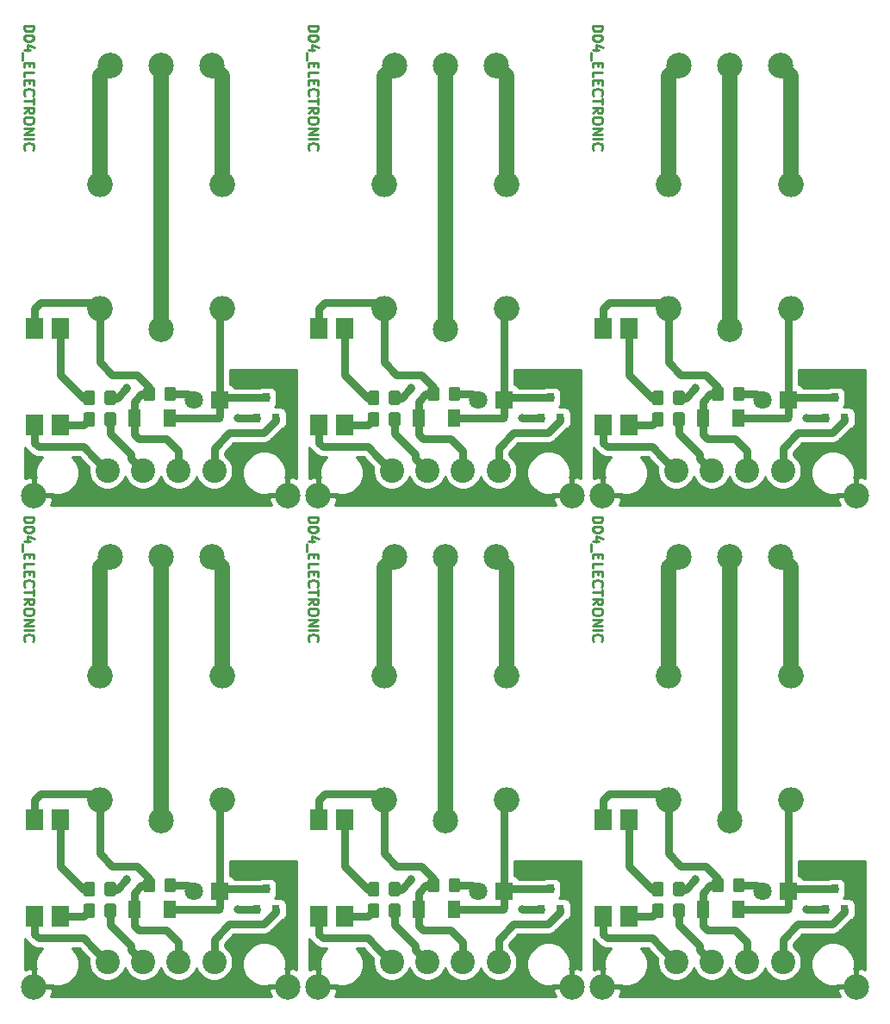
<source format=gbr>
G04 #@! TF.GenerationSoftware,KiCad,Pcbnew,5.1.5-52549c5~86~ubuntu18.04.1*
G04 #@! TF.CreationDate,2020-09-29T20:21:17-05:00*
G04 #@! TF.ProjectId,,58585858-5858-4585-9858-585858585858,rev?*
G04 #@! TF.SameCoordinates,Original*
G04 #@! TF.FileFunction,Copper,L1,Top*
G04 #@! TF.FilePolarity,Positive*
%FSLAX46Y46*%
G04 Gerber Fmt 4.6, Leading zero omitted, Abs format (unit mm)*
G04 Created by KiCad (PCBNEW 5.1.5-52549c5~86~ubuntu18.04.1) date 2020-09-29 20:21:17*
%MOMM*%
%LPD*%
G04 APERTURE LIST*
%ADD10C,0.250000*%
%ADD11C,0.100000*%
%ADD12C,2.500000*%
%ADD13C,2.400000*%
%ADD14R,1.780000X2.000000*%
%ADD15O,2.500000X2.500000*%
%ADD16R,1.300000X1.700000*%
%ADD17R,0.800000X0.900000*%
%ADD18C,2.499360*%
%ADD19R,1.800000X1.800000*%
%ADD20C,1.800000*%
%ADD21C,0.800000*%
%ADD22C,1.500000*%
%ADD23C,0.750000*%
%ADD24C,0.254000*%
G04 APERTURE END LIST*
D10*
X127843019Y-97712971D02*
X128843019Y-97712971D01*
X128843019Y-97951066D01*
X128795400Y-98093923D01*
X128700161Y-98189161D01*
X128604923Y-98236780D01*
X128414447Y-98284400D01*
X128271590Y-98284400D01*
X128081114Y-98236780D01*
X127985876Y-98189161D01*
X127890638Y-98093923D01*
X127843019Y-97951066D01*
X127843019Y-97712971D01*
X128843019Y-98903447D02*
X128843019Y-98998685D01*
X128795400Y-99093923D01*
X128747780Y-99141542D01*
X128652542Y-99189161D01*
X128462066Y-99236780D01*
X128223971Y-99236780D01*
X128033495Y-99189161D01*
X127938257Y-99141542D01*
X127890638Y-99093923D01*
X127843019Y-98998685D01*
X127843019Y-98903447D01*
X127890638Y-98808209D01*
X127938257Y-98760590D01*
X128033495Y-98712971D01*
X128223971Y-98665352D01*
X128462066Y-98665352D01*
X128652542Y-98712971D01*
X128747780Y-98760590D01*
X128795400Y-98808209D01*
X128843019Y-98903447D01*
X128509685Y-100093923D02*
X127843019Y-100093923D01*
X128890638Y-99855828D02*
X128176352Y-99617733D01*
X128176352Y-100236780D01*
X127747780Y-100379638D02*
X127747780Y-101141542D01*
X128366828Y-101379638D02*
X128366828Y-101712971D01*
X127843019Y-101855828D02*
X127843019Y-101379638D01*
X128843019Y-101379638D01*
X128843019Y-101855828D01*
X127843019Y-102760590D02*
X127843019Y-102284400D01*
X128843019Y-102284400D01*
X128366828Y-103093923D02*
X128366828Y-103427257D01*
X127843019Y-103570114D02*
X127843019Y-103093923D01*
X128843019Y-103093923D01*
X128843019Y-103570114D01*
X127938257Y-104570114D02*
X127890638Y-104522495D01*
X127843019Y-104379638D01*
X127843019Y-104284400D01*
X127890638Y-104141542D01*
X127985876Y-104046304D01*
X128081114Y-103998685D01*
X128271590Y-103951066D01*
X128414447Y-103951066D01*
X128604923Y-103998685D01*
X128700161Y-104046304D01*
X128795400Y-104141542D01*
X128843019Y-104284400D01*
X128843019Y-104379638D01*
X128795400Y-104522495D01*
X128747780Y-104570114D01*
X128843019Y-104855828D02*
X128843019Y-105427257D01*
X127843019Y-105141542D02*
X128843019Y-105141542D01*
X127843019Y-106332019D02*
X128319209Y-105998685D01*
X127843019Y-105760590D02*
X128843019Y-105760590D01*
X128843019Y-106141542D01*
X128795400Y-106236780D01*
X128747780Y-106284400D01*
X128652542Y-106332019D01*
X128509685Y-106332019D01*
X128414447Y-106284400D01*
X128366828Y-106236780D01*
X128319209Y-106141542D01*
X128319209Y-105760590D01*
X128843019Y-106951066D02*
X128843019Y-107141542D01*
X128795400Y-107236780D01*
X128700161Y-107332019D01*
X128509685Y-107379638D01*
X128176352Y-107379638D01*
X127985876Y-107332019D01*
X127890638Y-107236780D01*
X127843019Y-107141542D01*
X127843019Y-106951066D01*
X127890638Y-106855828D01*
X127985876Y-106760590D01*
X128176352Y-106712971D01*
X128509685Y-106712971D01*
X128700161Y-106760590D01*
X128795400Y-106855828D01*
X128843019Y-106951066D01*
X127843019Y-107808209D02*
X128843019Y-107808209D01*
X127843019Y-108379638D01*
X128843019Y-108379638D01*
X127843019Y-108855828D02*
X128843019Y-108855828D01*
X127938257Y-109903447D02*
X127890638Y-109855828D01*
X127843019Y-109712971D01*
X127843019Y-109617733D01*
X127890638Y-109474876D01*
X127985876Y-109379638D01*
X128081114Y-109332019D01*
X128271590Y-109284400D01*
X128414447Y-109284400D01*
X128604923Y-109332019D01*
X128700161Y-109379638D01*
X128795400Y-109474876D01*
X128843019Y-109617733D01*
X128843019Y-109712971D01*
X128795400Y-109855828D01*
X128747780Y-109903447D01*
X99903019Y-97712971D02*
X100903019Y-97712971D01*
X100903019Y-97951066D01*
X100855400Y-98093923D01*
X100760161Y-98189161D01*
X100664923Y-98236780D01*
X100474447Y-98284400D01*
X100331590Y-98284400D01*
X100141114Y-98236780D01*
X100045876Y-98189161D01*
X99950638Y-98093923D01*
X99903019Y-97951066D01*
X99903019Y-97712971D01*
X100903019Y-98903447D02*
X100903019Y-98998685D01*
X100855400Y-99093923D01*
X100807780Y-99141542D01*
X100712542Y-99189161D01*
X100522066Y-99236780D01*
X100283971Y-99236780D01*
X100093495Y-99189161D01*
X99998257Y-99141542D01*
X99950638Y-99093923D01*
X99903019Y-98998685D01*
X99903019Y-98903447D01*
X99950638Y-98808209D01*
X99998257Y-98760590D01*
X100093495Y-98712971D01*
X100283971Y-98665352D01*
X100522066Y-98665352D01*
X100712542Y-98712971D01*
X100807780Y-98760590D01*
X100855400Y-98808209D01*
X100903019Y-98903447D01*
X100569685Y-100093923D02*
X99903019Y-100093923D01*
X100950638Y-99855828D02*
X100236352Y-99617733D01*
X100236352Y-100236780D01*
X99807780Y-100379638D02*
X99807780Y-101141542D01*
X100426828Y-101379638D02*
X100426828Y-101712971D01*
X99903019Y-101855828D02*
X99903019Y-101379638D01*
X100903019Y-101379638D01*
X100903019Y-101855828D01*
X99903019Y-102760590D02*
X99903019Y-102284400D01*
X100903019Y-102284400D01*
X100426828Y-103093923D02*
X100426828Y-103427257D01*
X99903019Y-103570114D02*
X99903019Y-103093923D01*
X100903019Y-103093923D01*
X100903019Y-103570114D01*
X99998257Y-104570114D02*
X99950638Y-104522495D01*
X99903019Y-104379638D01*
X99903019Y-104284400D01*
X99950638Y-104141542D01*
X100045876Y-104046304D01*
X100141114Y-103998685D01*
X100331590Y-103951066D01*
X100474447Y-103951066D01*
X100664923Y-103998685D01*
X100760161Y-104046304D01*
X100855400Y-104141542D01*
X100903019Y-104284400D01*
X100903019Y-104379638D01*
X100855400Y-104522495D01*
X100807780Y-104570114D01*
X100903019Y-104855828D02*
X100903019Y-105427257D01*
X99903019Y-105141542D02*
X100903019Y-105141542D01*
X99903019Y-106332019D02*
X100379209Y-105998685D01*
X99903019Y-105760590D02*
X100903019Y-105760590D01*
X100903019Y-106141542D01*
X100855400Y-106236780D01*
X100807780Y-106284400D01*
X100712542Y-106332019D01*
X100569685Y-106332019D01*
X100474447Y-106284400D01*
X100426828Y-106236780D01*
X100379209Y-106141542D01*
X100379209Y-105760590D01*
X100903019Y-106951066D02*
X100903019Y-107141542D01*
X100855400Y-107236780D01*
X100760161Y-107332019D01*
X100569685Y-107379638D01*
X100236352Y-107379638D01*
X100045876Y-107332019D01*
X99950638Y-107236780D01*
X99903019Y-107141542D01*
X99903019Y-106951066D01*
X99950638Y-106855828D01*
X100045876Y-106760590D01*
X100236352Y-106712971D01*
X100569685Y-106712971D01*
X100760161Y-106760590D01*
X100855400Y-106855828D01*
X100903019Y-106951066D01*
X99903019Y-107808209D02*
X100903019Y-107808209D01*
X99903019Y-108379638D01*
X100903019Y-108379638D01*
X99903019Y-108855828D02*
X100903019Y-108855828D01*
X99998257Y-109903447D02*
X99950638Y-109855828D01*
X99903019Y-109712971D01*
X99903019Y-109617733D01*
X99950638Y-109474876D01*
X100045876Y-109379638D01*
X100141114Y-109332019D01*
X100331590Y-109284400D01*
X100474447Y-109284400D01*
X100664923Y-109332019D01*
X100760161Y-109379638D01*
X100855400Y-109474876D01*
X100903019Y-109617733D01*
X100903019Y-109712971D01*
X100855400Y-109855828D01*
X100807780Y-109903447D01*
X71963019Y-97712971D02*
X72963019Y-97712971D01*
X72963019Y-97951066D01*
X72915400Y-98093923D01*
X72820161Y-98189161D01*
X72724923Y-98236780D01*
X72534447Y-98284400D01*
X72391590Y-98284400D01*
X72201114Y-98236780D01*
X72105876Y-98189161D01*
X72010638Y-98093923D01*
X71963019Y-97951066D01*
X71963019Y-97712971D01*
X72963019Y-98903447D02*
X72963019Y-98998685D01*
X72915400Y-99093923D01*
X72867780Y-99141542D01*
X72772542Y-99189161D01*
X72582066Y-99236780D01*
X72343971Y-99236780D01*
X72153495Y-99189161D01*
X72058257Y-99141542D01*
X72010638Y-99093923D01*
X71963019Y-98998685D01*
X71963019Y-98903447D01*
X72010638Y-98808209D01*
X72058257Y-98760590D01*
X72153495Y-98712971D01*
X72343971Y-98665352D01*
X72582066Y-98665352D01*
X72772542Y-98712971D01*
X72867780Y-98760590D01*
X72915400Y-98808209D01*
X72963019Y-98903447D01*
X72629685Y-100093923D02*
X71963019Y-100093923D01*
X73010638Y-99855828D02*
X72296352Y-99617733D01*
X72296352Y-100236780D01*
X71867780Y-100379638D02*
X71867780Y-101141542D01*
X72486828Y-101379638D02*
X72486828Y-101712971D01*
X71963019Y-101855828D02*
X71963019Y-101379638D01*
X72963019Y-101379638D01*
X72963019Y-101855828D01*
X71963019Y-102760590D02*
X71963019Y-102284400D01*
X72963019Y-102284400D01*
X72486828Y-103093923D02*
X72486828Y-103427257D01*
X71963019Y-103570114D02*
X71963019Y-103093923D01*
X72963019Y-103093923D01*
X72963019Y-103570114D01*
X72058257Y-104570114D02*
X72010638Y-104522495D01*
X71963019Y-104379638D01*
X71963019Y-104284400D01*
X72010638Y-104141542D01*
X72105876Y-104046304D01*
X72201114Y-103998685D01*
X72391590Y-103951066D01*
X72534447Y-103951066D01*
X72724923Y-103998685D01*
X72820161Y-104046304D01*
X72915400Y-104141542D01*
X72963019Y-104284400D01*
X72963019Y-104379638D01*
X72915400Y-104522495D01*
X72867780Y-104570114D01*
X72963019Y-104855828D02*
X72963019Y-105427257D01*
X71963019Y-105141542D02*
X72963019Y-105141542D01*
X71963019Y-106332019D02*
X72439209Y-105998685D01*
X71963019Y-105760590D02*
X72963019Y-105760590D01*
X72963019Y-106141542D01*
X72915400Y-106236780D01*
X72867780Y-106284400D01*
X72772542Y-106332019D01*
X72629685Y-106332019D01*
X72534447Y-106284400D01*
X72486828Y-106236780D01*
X72439209Y-106141542D01*
X72439209Y-105760590D01*
X72963019Y-106951066D02*
X72963019Y-107141542D01*
X72915400Y-107236780D01*
X72820161Y-107332019D01*
X72629685Y-107379638D01*
X72296352Y-107379638D01*
X72105876Y-107332019D01*
X72010638Y-107236780D01*
X71963019Y-107141542D01*
X71963019Y-106951066D01*
X72010638Y-106855828D01*
X72105876Y-106760590D01*
X72296352Y-106712971D01*
X72629685Y-106712971D01*
X72820161Y-106760590D01*
X72915400Y-106855828D01*
X72963019Y-106951066D01*
X71963019Y-107808209D02*
X72963019Y-107808209D01*
X71963019Y-108379638D01*
X72963019Y-108379638D01*
X71963019Y-108855828D02*
X72963019Y-108855828D01*
X72058257Y-109903447D02*
X72010638Y-109855828D01*
X71963019Y-109712971D01*
X71963019Y-109617733D01*
X72010638Y-109474876D01*
X72105876Y-109379638D01*
X72201114Y-109332019D01*
X72391590Y-109284400D01*
X72534447Y-109284400D01*
X72724923Y-109332019D01*
X72820161Y-109379638D01*
X72915400Y-109474876D01*
X72963019Y-109617733D01*
X72963019Y-109712971D01*
X72915400Y-109855828D01*
X72867780Y-109903447D01*
X127843019Y-49452971D02*
X128843019Y-49452971D01*
X128843019Y-49691066D01*
X128795400Y-49833923D01*
X128700161Y-49929161D01*
X128604923Y-49976780D01*
X128414447Y-50024400D01*
X128271590Y-50024400D01*
X128081114Y-49976780D01*
X127985876Y-49929161D01*
X127890638Y-49833923D01*
X127843019Y-49691066D01*
X127843019Y-49452971D01*
X128843019Y-50643447D02*
X128843019Y-50738685D01*
X128795400Y-50833923D01*
X128747780Y-50881542D01*
X128652542Y-50929161D01*
X128462066Y-50976780D01*
X128223971Y-50976780D01*
X128033495Y-50929161D01*
X127938257Y-50881542D01*
X127890638Y-50833923D01*
X127843019Y-50738685D01*
X127843019Y-50643447D01*
X127890638Y-50548209D01*
X127938257Y-50500590D01*
X128033495Y-50452971D01*
X128223971Y-50405352D01*
X128462066Y-50405352D01*
X128652542Y-50452971D01*
X128747780Y-50500590D01*
X128795400Y-50548209D01*
X128843019Y-50643447D01*
X128509685Y-51833923D02*
X127843019Y-51833923D01*
X128890638Y-51595828D02*
X128176352Y-51357733D01*
X128176352Y-51976780D01*
X127747780Y-52119638D02*
X127747780Y-52881542D01*
X128366828Y-53119638D02*
X128366828Y-53452971D01*
X127843019Y-53595828D02*
X127843019Y-53119638D01*
X128843019Y-53119638D01*
X128843019Y-53595828D01*
X127843019Y-54500590D02*
X127843019Y-54024400D01*
X128843019Y-54024400D01*
X128366828Y-54833923D02*
X128366828Y-55167257D01*
X127843019Y-55310114D02*
X127843019Y-54833923D01*
X128843019Y-54833923D01*
X128843019Y-55310114D01*
X127938257Y-56310114D02*
X127890638Y-56262495D01*
X127843019Y-56119638D01*
X127843019Y-56024400D01*
X127890638Y-55881542D01*
X127985876Y-55786304D01*
X128081114Y-55738685D01*
X128271590Y-55691066D01*
X128414447Y-55691066D01*
X128604923Y-55738685D01*
X128700161Y-55786304D01*
X128795400Y-55881542D01*
X128843019Y-56024400D01*
X128843019Y-56119638D01*
X128795400Y-56262495D01*
X128747780Y-56310114D01*
X128843019Y-56595828D02*
X128843019Y-57167257D01*
X127843019Y-56881542D02*
X128843019Y-56881542D01*
X127843019Y-58072019D02*
X128319209Y-57738685D01*
X127843019Y-57500590D02*
X128843019Y-57500590D01*
X128843019Y-57881542D01*
X128795400Y-57976780D01*
X128747780Y-58024400D01*
X128652542Y-58072019D01*
X128509685Y-58072019D01*
X128414447Y-58024400D01*
X128366828Y-57976780D01*
X128319209Y-57881542D01*
X128319209Y-57500590D01*
X128843019Y-58691066D02*
X128843019Y-58881542D01*
X128795400Y-58976780D01*
X128700161Y-59072019D01*
X128509685Y-59119638D01*
X128176352Y-59119638D01*
X127985876Y-59072019D01*
X127890638Y-58976780D01*
X127843019Y-58881542D01*
X127843019Y-58691066D01*
X127890638Y-58595828D01*
X127985876Y-58500590D01*
X128176352Y-58452971D01*
X128509685Y-58452971D01*
X128700161Y-58500590D01*
X128795400Y-58595828D01*
X128843019Y-58691066D01*
X127843019Y-59548209D02*
X128843019Y-59548209D01*
X127843019Y-60119638D01*
X128843019Y-60119638D01*
X127843019Y-60595828D02*
X128843019Y-60595828D01*
X127938257Y-61643447D02*
X127890638Y-61595828D01*
X127843019Y-61452971D01*
X127843019Y-61357733D01*
X127890638Y-61214876D01*
X127985876Y-61119638D01*
X128081114Y-61072019D01*
X128271590Y-61024400D01*
X128414447Y-61024400D01*
X128604923Y-61072019D01*
X128700161Y-61119638D01*
X128795400Y-61214876D01*
X128843019Y-61357733D01*
X128843019Y-61452971D01*
X128795400Y-61595828D01*
X128747780Y-61643447D01*
X99903019Y-49452971D02*
X100903019Y-49452971D01*
X100903019Y-49691066D01*
X100855400Y-49833923D01*
X100760161Y-49929161D01*
X100664923Y-49976780D01*
X100474447Y-50024400D01*
X100331590Y-50024400D01*
X100141114Y-49976780D01*
X100045876Y-49929161D01*
X99950638Y-49833923D01*
X99903019Y-49691066D01*
X99903019Y-49452971D01*
X100903019Y-50643447D02*
X100903019Y-50738685D01*
X100855400Y-50833923D01*
X100807780Y-50881542D01*
X100712542Y-50929161D01*
X100522066Y-50976780D01*
X100283971Y-50976780D01*
X100093495Y-50929161D01*
X99998257Y-50881542D01*
X99950638Y-50833923D01*
X99903019Y-50738685D01*
X99903019Y-50643447D01*
X99950638Y-50548209D01*
X99998257Y-50500590D01*
X100093495Y-50452971D01*
X100283971Y-50405352D01*
X100522066Y-50405352D01*
X100712542Y-50452971D01*
X100807780Y-50500590D01*
X100855400Y-50548209D01*
X100903019Y-50643447D01*
X100569685Y-51833923D02*
X99903019Y-51833923D01*
X100950638Y-51595828D02*
X100236352Y-51357733D01*
X100236352Y-51976780D01*
X99807780Y-52119638D02*
X99807780Y-52881542D01*
X100426828Y-53119638D02*
X100426828Y-53452971D01*
X99903019Y-53595828D02*
X99903019Y-53119638D01*
X100903019Y-53119638D01*
X100903019Y-53595828D01*
X99903019Y-54500590D02*
X99903019Y-54024400D01*
X100903019Y-54024400D01*
X100426828Y-54833923D02*
X100426828Y-55167257D01*
X99903019Y-55310114D02*
X99903019Y-54833923D01*
X100903019Y-54833923D01*
X100903019Y-55310114D01*
X99998257Y-56310114D02*
X99950638Y-56262495D01*
X99903019Y-56119638D01*
X99903019Y-56024400D01*
X99950638Y-55881542D01*
X100045876Y-55786304D01*
X100141114Y-55738685D01*
X100331590Y-55691066D01*
X100474447Y-55691066D01*
X100664923Y-55738685D01*
X100760161Y-55786304D01*
X100855400Y-55881542D01*
X100903019Y-56024400D01*
X100903019Y-56119638D01*
X100855400Y-56262495D01*
X100807780Y-56310114D01*
X100903019Y-56595828D02*
X100903019Y-57167257D01*
X99903019Y-56881542D02*
X100903019Y-56881542D01*
X99903019Y-58072019D02*
X100379209Y-57738685D01*
X99903019Y-57500590D02*
X100903019Y-57500590D01*
X100903019Y-57881542D01*
X100855400Y-57976780D01*
X100807780Y-58024400D01*
X100712542Y-58072019D01*
X100569685Y-58072019D01*
X100474447Y-58024400D01*
X100426828Y-57976780D01*
X100379209Y-57881542D01*
X100379209Y-57500590D01*
X100903019Y-58691066D02*
X100903019Y-58881542D01*
X100855400Y-58976780D01*
X100760161Y-59072019D01*
X100569685Y-59119638D01*
X100236352Y-59119638D01*
X100045876Y-59072019D01*
X99950638Y-58976780D01*
X99903019Y-58881542D01*
X99903019Y-58691066D01*
X99950638Y-58595828D01*
X100045876Y-58500590D01*
X100236352Y-58452971D01*
X100569685Y-58452971D01*
X100760161Y-58500590D01*
X100855400Y-58595828D01*
X100903019Y-58691066D01*
X99903019Y-59548209D02*
X100903019Y-59548209D01*
X99903019Y-60119638D01*
X100903019Y-60119638D01*
X99903019Y-60595828D02*
X100903019Y-60595828D01*
X99998257Y-61643447D02*
X99950638Y-61595828D01*
X99903019Y-61452971D01*
X99903019Y-61357733D01*
X99950638Y-61214876D01*
X100045876Y-61119638D01*
X100141114Y-61072019D01*
X100331590Y-61024400D01*
X100474447Y-61024400D01*
X100664923Y-61072019D01*
X100760161Y-61119638D01*
X100855400Y-61214876D01*
X100903019Y-61357733D01*
X100903019Y-61452971D01*
X100855400Y-61595828D01*
X100807780Y-61643447D01*
X71963019Y-49452971D02*
X72963019Y-49452971D01*
X72963019Y-49691066D01*
X72915400Y-49833923D01*
X72820161Y-49929161D01*
X72724923Y-49976780D01*
X72534447Y-50024400D01*
X72391590Y-50024400D01*
X72201114Y-49976780D01*
X72105876Y-49929161D01*
X72010638Y-49833923D01*
X71963019Y-49691066D01*
X71963019Y-49452971D01*
X72963019Y-50643447D02*
X72963019Y-50738685D01*
X72915400Y-50833923D01*
X72867780Y-50881542D01*
X72772542Y-50929161D01*
X72582066Y-50976780D01*
X72343971Y-50976780D01*
X72153495Y-50929161D01*
X72058257Y-50881542D01*
X72010638Y-50833923D01*
X71963019Y-50738685D01*
X71963019Y-50643447D01*
X72010638Y-50548209D01*
X72058257Y-50500590D01*
X72153495Y-50452971D01*
X72343971Y-50405352D01*
X72582066Y-50405352D01*
X72772542Y-50452971D01*
X72867780Y-50500590D01*
X72915400Y-50548209D01*
X72963019Y-50643447D01*
X72629685Y-51833923D02*
X71963019Y-51833923D01*
X73010638Y-51595828D02*
X72296352Y-51357733D01*
X72296352Y-51976780D01*
X71867780Y-52119638D02*
X71867780Y-52881542D01*
X72486828Y-53119638D02*
X72486828Y-53452971D01*
X71963019Y-53595828D02*
X71963019Y-53119638D01*
X72963019Y-53119638D01*
X72963019Y-53595828D01*
X71963019Y-54500590D02*
X71963019Y-54024400D01*
X72963019Y-54024400D01*
X72486828Y-54833923D02*
X72486828Y-55167257D01*
X71963019Y-55310114D02*
X71963019Y-54833923D01*
X72963019Y-54833923D01*
X72963019Y-55310114D01*
X72058257Y-56310114D02*
X72010638Y-56262495D01*
X71963019Y-56119638D01*
X71963019Y-56024400D01*
X72010638Y-55881542D01*
X72105876Y-55786304D01*
X72201114Y-55738685D01*
X72391590Y-55691066D01*
X72534447Y-55691066D01*
X72724923Y-55738685D01*
X72820161Y-55786304D01*
X72915400Y-55881542D01*
X72963019Y-56024400D01*
X72963019Y-56119638D01*
X72915400Y-56262495D01*
X72867780Y-56310114D01*
X72963019Y-56595828D02*
X72963019Y-57167257D01*
X71963019Y-56881542D02*
X72963019Y-56881542D01*
X71963019Y-58072019D02*
X72439209Y-57738685D01*
X71963019Y-57500590D02*
X72963019Y-57500590D01*
X72963019Y-57881542D01*
X72915400Y-57976780D01*
X72867780Y-58024400D01*
X72772542Y-58072019D01*
X72629685Y-58072019D01*
X72534447Y-58024400D01*
X72486828Y-57976780D01*
X72439209Y-57881542D01*
X72439209Y-57500590D01*
X72963019Y-58691066D02*
X72963019Y-58881542D01*
X72915400Y-58976780D01*
X72820161Y-59072019D01*
X72629685Y-59119638D01*
X72296352Y-59119638D01*
X72105876Y-59072019D01*
X72010638Y-58976780D01*
X71963019Y-58881542D01*
X71963019Y-58691066D01*
X72010638Y-58595828D01*
X72105876Y-58500590D01*
X72296352Y-58452971D01*
X72629685Y-58452971D01*
X72820161Y-58500590D01*
X72915400Y-58595828D01*
X72963019Y-58691066D01*
X71963019Y-59548209D02*
X72963019Y-59548209D01*
X71963019Y-60119638D01*
X72963019Y-60119638D01*
X71963019Y-60595828D02*
X72963019Y-60595828D01*
X72058257Y-61643447D02*
X72010638Y-61595828D01*
X71963019Y-61452971D01*
X71963019Y-61357733D01*
X72010638Y-61214876D01*
X72105876Y-61119638D01*
X72201114Y-61072019D01*
X72391590Y-61024400D01*
X72534447Y-61024400D01*
X72724923Y-61072019D01*
X72820161Y-61119638D01*
X72915400Y-61214876D01*
X72963019Y-61357733D01*
X72963019Y-61452971D01*
X72915400Y-61595828D01*
X72867780Y-61643447D01*
G04 #@! TA.AperFunction,SMDPad,CuDef*
D11*
G36*
X136680305Y-133591004D02*
G01*
X136704573Y-133594604D01*
X136728372Y-133600565D01*
X136751471Y-133608830D01*
X136773650Y-133619320D01*
X136794693Y-133631932D01*
X136814399Y-133646547D01*
X136832577Y-133663023D01*
X136849053Y-133681201D01*
X136863668Y-133700907D01*
X136876280Y-133721950D01*
X136886770Y-133744129D01*
X136895035Y-133767228D01*
X136900996Y-133791027D01*
X136904596Y-133815295D01*
X136905800Y-133839799D01*
X136905800Y-134739801D01*
X136904596Y-134764305D01*
X136900996Y-134788573D01*
X136895035Y-134812372D01*
X136886770Y-134835471D01*
X136876280Y-134857650D01*
X136863668Y-134878693D01*
X136849053Y-134898399D01*
X136832577Y-134916577D01*
X136814399Y-134933053D01*
X136794693Y-134947668D01*
X136773650Y-134960280D01*
X136751471Y-134970770D01*
X136728372Y-134979035D01*
X136704573Y-134984996D01*
X136680305Y-134988596D01*
X136655801Y-134989800D01*
X136005799Y-134989800D01*
X135981295Y-134988596D01*
X135957027Y-134984996D01*
X135933228Y-134979035D01*
X135910129Y-134970770D01*
X135887950Y-134960280D01*
X135866907Y-134947668D01*
X135847201Y-134933053D01*
X135829023Y-134916577D01*
X135812547Y-134898399D01*
X135797932Y-134878693D01*
X135785320Y-134857650D01*
X135774830Y-134835471D01*
X135766565Y-134812372D01*
X135760604Y-134788573D01*
X135757004Y-134764305D01*
X135755800Y-134739801D01*
X135755800Y-133839799D01*
X135757004Y-133815295D01*
X135760604Y-133791027D01*
X135766565Y-133767228D01*
X135774830Y-133744129D01*
X135785320Y-133721950D01*
X135797932Y-133700907D01*
X135812547Y-133681201D01*
X135829023Y-133663023D01*
X135847201Y-133646547D01*
X135866907Y-133631932D01*
X135887950Y-133619320D01*
X135910129Y-133608830D01*
X135933228Y-133600565D01*
X135957027Y-133594604D01*
X135981295Y-133591004D01*
X136005799Y-133589800D01*
X136655801Y-133589800D01*
X136680305Y-133591004D01*
G37*
G04 #@! TD.AperFunction*
G04 #@! TA.AperFunction,SMDPad,CuDef*
G36*
X134630305Y-133591004D02*
G01*
X134654573Y-133594604D01*
X134678372Y-133600565D01*
X134701471Y-133608830D01*
X134723650Y-133619320D01*
X134744693Y-133631932D01*
X134764399Y-133646547D01*
X134782577Y-133663023D01*
X134799053Y-133681201D01*
X134813668Y-133700907D01*
X134826280Y-133721950D01*
X134836770Y-133744129D01*
X134845035Y-133767228D01*
X134850996Y-133791027D01*
X134854596Y-133815295D01*
X134855800Y-133839799D01*
X134855800Y-134739801D01*
X134854596Y-134764305D01*
X134850996Y-134788573D01*
X134845035Y-134812372D01*
X134836770Y-134835471D01*
X134826280Y-134857650D01*
X134813668Y-134878693D01*
X134799053Y-134898399D01*
X134782577Y-134916577D01*
X134764399Y-134933053D01*
X134744693Y-134947668D01*
X134723650Y-134960280D01*
X134701471Y-134970770D01*
X134678372Y-134979035D01*
X134654573Y-134984996D01*
X134630305Y-134988596D01*
X134605801Y-134989800D01*
X133955799Y-134989800D01*
X133931295Y-134988596D01*
X133907027Y-134984996D01*
X133883228Y-134979035D01*
X133860129Y-134970770D01*
X133837950Y-134960280D01*
X133816907Y-134947668D01*
X133797201Y-134933053D01*
X133779023Y-134916577D01*
X133762547Y-134898399D01*
X133747932Y-134878693D01*
X133735320Y-134857650D01*
X133724830Y-134835471D01*
X133716565Y-134812372D01*
X133710604Y-134788573D01*
X133707004Y-134764305D01*
X133705800Y-134739801D01*
X133705800Y-133839799D01*
X133707004Y-133815295D01*
X133710604Y-133791027D01*
X133716565Y-133767228D01*
X133724830Y-133744129D01*
X133735320Y-133721950D01*
X133747932Y-133700907D01*
X133762547Y-133681201D01*
X133779023Y-133663023D01*
X133797201Y-133646547D01*
X133816907Y-133631932D01*
X133837950Y-133619320D01*
X133860129Y-133608830D01*
X133883228Y-133600565D01*
X133907027Y-133594604D01*
X133931295Y-133591004D01*
X133955799Y-133589800D01*
X134605801Y-133589800D01*
X134630305Y-133591004D01*
G37*
G04 #@! TD.AperFunction*
G04 #@! TA.AperFunction,SMDPad,CuDef*
G36*
X108740305Y-133591004D02*
G01*
X108764573Y-133594604D01*
X108788372Y-133600565D01*
X108811471Y-133608830D01*
X108833650Y-133619320D01*
X108854693Y-133631932D01*
X108874399Y-133646547D01*
X108892577Y-133663023D01*
X108909053Y-133681201D01*
X108923668Y-133700907D01*
X108936280Y-133721950D01*
X108946770Y-133744129D01*
X108955035Y-133767228D01*
X108960996Y-133791027D01*
X108964596Y-133815295D01*
X108965800Y-133839799D01*
X108965800Y-134739801D01*
X108964596Y-134764305D01*
X108960996Y-134788573D01*
X108955035Y-134812372D01*
X108946770Y-134835471D01*
X108936280Y-134857650D01*
X108923668Y-134878693D01*
X108909053Y-134898399D01*
X108892577Y-134916577D01*
X108874399Y-134933053D01*
X108854693Y-134947668D01*
X108833650Y-134960280D01*
X108811471Y-134970770D01*
X108788372Y-134979035D01*
X108764573Y-134984996D01*
X108740305Y-134988596D01*
X108715801Y-134989800D01*
X108065799Y-134989800D01*
X108041295Y-134988596D01*
X108017027Y-134984996D01*
X107993228Y-134979035D01*
X107970129Y-134970770D01*
X107947950Y-134960280D01*
X107926907Y-134947668D01*
X107907201Y-134933053D01*
X107889023Y-134916577D01*
X107872547Y-134898399D01*
X107857932Y-134878693D01*
X107845320Y-134857650D01*
X107834830Y-134835471D01*
X107826565Y-134812372D01*
X107820604Y-134788573D01*
X107817004Y-134764305D01*
X107815800Y-134739801D01*
X107815800Y-133839799D01*
X107817004Y-133815295D01*
X107820604Y-133791027D01*
X107826565Y-133767228D01*
X107834830Y-133744129D01*
X107845320Y-133721950D01*
X107857932Y-133700907D01*
X107872547Y-133681201D01*
X107889023Y-133663023D01*
X107907201Y-133646547D01*
X107926907Y-133631932D01*
X107947950Y-133619320D01*
X107970129Y-133608830D01*
X107993228Y-133600565D01*
X108017027Y-133594604D01*
X108041295Y-133591004D01*
X108065799Y-133589800D01*
X108715801Y-133589800D01*
X108740305Y-133591004D01*
G37*
G04 #@! TD.AperFunction*
G04 #@! TA.AperFunction,SMDPad,CuDef*
G36*
X106690305Y-133591004D02*
G01*
X106714573Y-133594604D01*
X106738372Y-133600565D01*
X106761471Y-133608830D01*
X106783650Y-133619320D01*
X106804693Y-133631932D01*
X106824399Y-133646547D01*
X106842577Y-133663023D01*
X106859053Y-133681201D01*
X106873668Y-133700907D01*
X106886280Y-133721950D01*
X106896770Y-133744129D01*
X106905035Y-133767228D01*
X106910996Y-133791027D01*
X106914596Y-133815295D01*
X106915800Y-133839799D01*
X106915800Y-134739801D01*
X106914596Y-134764305D01*
X106910996Y-134788573D01*
X106905035Y-134812372D01*
X106896770Y-134835471D01*
X106886280Y-134857650D01*
X106873668Y-134878693D01*
X106859053Y-134898399D01*
X106842577Y-134916577D01*
X106824399Y-134933053D01*
X106804693Y-134947668D01*
X106783650Y-134960280D01*
X106761471Y-134970770D01*
X106738372Y-134979035D01*
X106714573Y-134984996D01*
X106690305Y-134988596D01*
X106665801Y-134989800D01*
X106015799Y-134989800D01*
X105991295Y-134988596D01*
X105967027Y-134984996D01*
X105943228Y-134979035D01*
X105920129Y-134970770D01*
X105897950Y-134960280D01*
X105876907Y-134947668D01*
X105857201Y-134933053D01*
X105839023Y-134916577D01*
X105822547Y-134898399D01*
X105807932Y-134878693D01*
X105795320Y-134857650D01*
X105784830Y-134835471D01*
X105776565Y-134812372D01*
X105770604Y-134788573D01*
X105767004Y-134764305D01*
X105765800Y-134739801D01*
X105765800Y-133839799D01*
X105767004Y-133815295D01*
X105770604Y-133791027D01*
X105776565Y-133767228D01*
X105784830Y-133744129D01*
X105795320Y-133721950D01*
X105807932Y-133700907D01*
X105822547Y-133681201D01*
X105839023Y-133663023D01*
X105857201Y-133646547D01*
X105876907Y-133631932D01*
X105897950Y-133619320D01*
X105920129Y-133608830D01*
X105943228Y-133600565D01*
X105967027Y-133594604D01*
X105991295Y-133591004D01*
X106015799Y-133589800D01*
X106665801Y-133589800D01*
X106690305Y-133591004D01*
G37*
G04 #@! TD.AperFunction*
G04 #@! TA.AperFunction,SMDPad,CuDef*
G36*
X80800305Y-133591004D02*
G01*
X80824573Y-133594604D01*
X80848372Y-133600565D01*
X80871471Y-133608830D01*
X80893650Y-133619320D01*
X80914693Y-133631932D01*
X80934399Y-133646547D01*
X80952577Y-133663023D01*
X80969053Y-133681201D01*
X80983668Y-133700907D01*
X80996280Y-133721950D01*
X81006770Y-133744129D01*
X81015035Y-133767228D01*
X81020996Y-133791027D01*
X81024596Y-133815295D01*
X81025800Y-133839799D01*
X81025800Y-134739801D01*
X81024596Y-134764305D01*
X81020996Y-134788573D01*
X81015035Y-134812372D01*
X81006770Y-134835471D01*
X80996280Y-134857650D01*
X80983668Y-134878693D01*
X80969053Y-134898399D01*
X80952577Y-134916577D01*
X80934399Y-134933053D01*
X80914693Y-134947668D01*
X80893650Y-134960280D01*
X80871471Y-134970770D01*
X80848372Y-134979035D01*
X80824573Y-134984996D01*
X80800305Y-134988596D01*
X80775801Y-134989800D01*
X80125799Y-134989800D01*
X80101295Y-134988596D01*
X80077027Y-134984996D01*
X80053228Y-134979035D01*
X80030129Y-134970770D01*
X80007950Y-134960280D01*
X79986907Y-134947668D01*
X79967201Y-134933053D01*
X79949023Y-134916577D01*
X79932547Y-134898399D01*
X79917932Y-134878693D01*
X79905320Y-134857650D01*
X79894830Y-134835471D01*
X79886565Y-134812372D01*
X79880604Y-134788573D01*
X79877004Y-134764305D01*
X79875800Y-134739801D01*
X79875800Y-133839799D01*
X79877004Y-133815295D01*
X79880604Y-133791027D01*
X79886565Y-133767228D01*
X79894830Y-133744129D01*
X79905320Y-133721950D01*
X79917932Y-133700907D01*
X79932547Y-133681201D01*
X79949023Y-133663023D01*
X79967201Y-133646547D01*
X79986907Y-133631932D01*
X80007950Y-133619320D01*
X80030129Y-133608830D01*
X80053228Y-133600565D01*
X80077027Y-133594604D01*
X80101295Y-133591004D01*
X80125799Y-133589800D01*
X80775801Y-133589800D01*
X80800305Y-133591004D01*
G37*
G04 #@! TD.AperFunction*
G04 #@! TA.AperFunction,SMDPad,CuDef*
G36*
X78750305Y-133591004D02*
G01*
X78774573Y-133594604D01*
X78798372Y-133600565D01*
X78821471Y-133608830D01*
X78843650Y-133619320D01*
X78864693Y-133631932D01*
X78884399Y-133646547D01*
X78902577Y-133663023D01*
X78919053Y-133681201D01*
X78933668Y-133700907D01*
X78946280Y-133721950D01*
X78956770Y-133744129D01*
X78965035Y-133767228D01*
X78970996Y-133791027D01*
X78974596Y-133815295D01*
X78975800Y-133839799D01*
X78975800Y-134739801D01*
X78974596Y-134764305D01*
X78970996Y-134788573D01*
X78965035Y-134812372D01*
X78956770Y-134835471D01*
X78946280Y-134857650D01*
X78933668Y-134878693D01*
X78919053Y-134898399D01*
X78902577Y-134916577D01*
X78884399Y-134933053D01*
X78864693Y-134947668D01*
X78843650Y-134960280D01*
X78821471Y-134970770D01*
X78798372Y-134979035D01*
X78774573Y-134984996D01*
X78750305Y-134988596D01*
X78725801Y-134989800D01*
X78075799Y-134989800D01*
X78051295Y-134988596D01*
X78027027Y-134984996D01*
X78003228Y-134979035D01*
X77980129Y-134970770D01*
X77957950Y-134960280D01*
X77936907Y-134947668D01*
X77917201Y-134933053D01*
X77899023Y-134916577D01*
X77882547Y-134898399D01*
X77867932Y-134878693D01*
X77855320Y-134857650D01*
X77844830Y-134835471D01*
X77836565Y-134812372D01*
X77830604Y-134788573D01*
X77827004Y-134764305D01*
X77825800Y-134739801D01*
X77825800Y-133839799D01*
X77827004Y-133815295D01*
X77830604Y-133791027D01*
X77836565Y-133767228D01*
X77844830Y-133744129D01*
X77855320Y-133721950D01*
X77867932Y-133700907D01*
X77882547Y-133681201D01*
X77899023Y-133663023D01*
X77917201Y-133646547D01*
X77936907Y-133631932D01*
X77957950Y-133619320D01*
X77980129Y-133608830D01*
X78003228Y-133600565D01*
X78027027Y-133594604D01*
X78051295Y-133591004D01*
X78075799Y-133589800D01*
X78725801Y-133589800D01*
X78750305Y-133591004D01*
G37*
G04 #@! TD.AperFunction*
G04 #@! TA.AperFunction,SMDPad,CuDef*
G36*
X136680305Y-85331004D02*
G01*
X136704573Y-85334604D01*
X136728372Y-85340565D01*
X136751471Y-85348830D01*
X136773650Y-85359320D01*
X136794693Y-85371932D01*
X136814399Y-85386547D01*
X136832577Y-85403023D01*
X136849053Y-85421201D01*
X136863668Y-85440907D01*
X136876280Y-85461950D01*
X136886770Y-85484129D01*
X136895035Y-85507228D01*
X136900996Y-85531027D01*
X136904596Y-85555295D01*
X136905800Y-85579799D01*
X136905800Y-86479801D01*
X136904596Y-86504305D01*
X136900996Y-86528573D01*
X136895035Y-86552372D01*
X136886770Y-86575471D01*
X136876280Y-86597650D01*
X136863668Y-86618693D01*
X136849053Y-86638399D01*
X136832577Y-86656577D01*
X136814399Y-86673053D01*
X136794693Y-86687668D01*
X136773650Y-86700280D01*
X136751471Y-86710770D01*
X136728372Y-86719035D01*
X136704573Y-86724996D01*
X136680305Y-86728596D01*
X136655801Y-86729800D01*
X136005799Y-86729800D01*
X135981295Y-86728596D01*
X135957027Y-86724996D01*
X135933228Y-86719035D01*
X135910129Y-86710770D01*
X135887950Y-86700280D01*
X135866907Y-86687668D01*
X135847201Y-86673053D01*
X135829023Y-86656577D01*
X135812547Y-86638399D01*
X135797932Y-86618693D01*
X135785320Y-86597650D01*
X135774830Y-86575471D01*
X135766565Y-86552372D01*
X135760604Y-86528573D01*
X135757004Y-86504305D01*
X135755800Y-86479801D01*
X135755800Y-85579799D01*
X135757004Y-85555295D01*
X135760604Y-85531027D01*
X135766565Y-85507228D01*
X135774830Y-85484129D01*
X135785320Y-85461950D01*
X135797932Y-85440907D01*
X135812547Y-85421201D01*
X135829023Y-85403023D01*
X135847201Y-85386547D01*
X135866907Y-85371932D01*
X135887950Y-85359320D01*
X135910129Y-85348830D01*
X135933228Y-85340565D01*
X135957027Y-85334604D01*
X135981295Y-85331004D01*
X136005799Y-85329800D01*
X136655801Y-85329800D01*
X136680305Y-85331004D01*
G37*
G04 #@! TD.AperFunction*
G04 #@! TA.AperFunction,SMDPad,CuDef*
G36*
X134630305Y-85331004D02*
G01*
X134654573Y-85334604D01*
X134678372Y-85340565D01*
X134701471Y-85348830D01*
X134723650Y-85359320D01*
X134744693Y-85371932D01*
X134764399Y-85386547D01*
X134782577Y-85403023D01*
X134799053Y-85421201D01*
X134813668Y-85440907D01*
X134826280Y-85461950D01*
X134836770Y-85484129D01*
X134845035Y-85507228D01*
X134850996Y-85531027D01*
X134854596Y-85555295D01*
X134855800Y-85579799D01*
X134855800Y-86479801D01*
X134854596Y-86504305D01*
X134850996Y-86528573D01*
X134845035Y-86552372D01*
X134836770Y-86575471D01*
X134826280Y-86597650D01*
X134813668Y-86618693D01*
X134799053Y-86638399D01*
X134782577Y-86656577D01*
X134764399Y-86673053D01*
X134744693Y-86687668D01*
X134723650Y-86700280D01*
X134701471Y-86710770D01*
X134678372Y-86719035D01*
X134654573Y-86724996D01*
X134630305Y-86728596D01*
X134605801Y-86729800D01*
X133955799Y-86729800D01*
X133931295Y-86728596D01*
X133907027Y-86724996D01*
X133883228Y-86719035D01*
X133860129Y-86710770D01*
X133837950Y-86700280D01*
X133816907Y-86687668D01*
X133797201Y-86673053D01*
X133779023Y-86656577D01*
X133762547Y-86638399D01*
X133747932Y-86618693D01*
X133735320Y-86597650D01*
X133724830Y-86575471D01*
X133716565Y-86552372D01*
X133710604Y-86528573D01*
X133707004Y-86504305D01*
X133705800Y-86479801D01*
X133705800Y-85579799D01*
X133707004Y-85555295D01*
X133710604Y-85531027D01*
X133716565Y-85507228D01*
X133724830Y-85484129D01*
X133735320Y-85461950D01*
X133747932Y-85440907D01*
X133762547Y-85421201D01*
X133779023Y-85403023D01*
X133797201Y-85386547D01*
X133816907Y-85371932D01*
X133837950Y-85359320D01*
X133860129Y-85348830D01*
X133883228Y-85340565D01*
X133907027Y-85334604D01*
X133931295Y-85331004D01*
X133955799Y-85329800D01*
X134605801Y-85329800D01*
X134630305Y-85331004D01*
G37*
G04 #@! TD.AperFunction*
G04 #@! TA.AperFunction,SMDPad,CuDef*
G36*
X108740305Y-85331004D02*
G01*
X108764573Y-85334604D01*
X108788372Y-85340565D01*
X108811471Y-85348830D01*
X108833650Y-85359320D01*
X108854693Y-85371932D01*
X108874399Y-85386547D01*
X108892577Y-85403023D01*
X108909053Y-85421201D01*
X108923668Y-85440907D01*
X108936280Y-85461950D01*
X108946770Y-85484129D01*
X108955035Y-85507228D01*
X108960996Y-85531027D01*
X108964596Y-85555295D01*
X108965800Y-85579799D01*
X108965800Y-86479801D01*
X108964596Y-86504305D01*
X108960996Y-86528573D01*
X108955035Y-86552372D01*
X108946770Y-86575471D01*
X108936280Y-86597650D01*
X108923668Y-86618693D01*
X108909053Y-86638399D01*
X108892577Y-86656577D01*
X108874399Y-86673053D01*
X108854693Y-86687668D01*
X108833650Y-86700280D01*
X108811471Y-86710770D01*
X108788372Y-86719035D01*
X108764573Y-86724996D01*
X108740305Y-86728596D01*
X108715801Y-86729800D01*
X108065799Y-86729800D01*
X108041295Y-86728596D01*
X108017027Y-86724996D01*
X107993228Y-86719035D01*
X107970129Y-86710770D01*
X107947950Y-86700280D01*
X107926907Y-86687668D01*
X107907201Y-86673053D01*
X107889023Y-86656577D01*
X107872547Y-86638399D01*
X107857932Y-86618693D01*
X107845320Y-86597650D01*
X107834830Y-86575471D01*
X107826565Y-86552372D01*
X107820604Y-86528573D01*
X107817004Y-86504305D01*
X107815800Y-86479801D01*
X107815800Y-85579799D01*
X107817004Y-85555295D01*
X107820604Y-85531027D01*
X107826565Y-85507228D01*
X107834830Y-85484129D01*
X107845320Y-85461950D01*
X107857932Y-85440907D01*
X107872547Y-85421201D01*
X107889023Y-85403023D01*
X107907201Y-85386547D01*
X107926907Y-85371932D01*
X107947950Y-85359320D01*
X107970129Y-85348830D01*
X107993228Y-85340565D01*
X108017027Y-85334604D01*
X108041295Y-85331004D01*
X108065799Y-85329800D01*
X108715801Y-85329800D01*
X108740305Y-85331004D01*
G37*
G04 #@! TD.AperFunction*
G04 #@! TA.AperFunction,SMDPad,CuDef*
G36*
X106690305Y-85331004D02*
G01*
X106714573Y-85334604D01*
X106738372Y-85340565D01*
X106761471Y-85348830D01*
X106783650Y-85359320D01*
X106804693Y-85371932D01*
X106824399Y-85386547D01*
X106842577Y-85403023D01*
X106859053Y-85421201D01*
X106873668Y-85440907D01*
X106886280Y-85461950D01*
X106896770Y-85484129D01*
X106905035Y-85507228D01*
X106910996Y-85531027D01*
X106914596Y-85555295D01*
X106915800Y-85579799D01*
X106915800Y-86479801D01*
X106914596Y-86504305D01*
X106910996Y-86528573D01*
X106905035Y-86552372D01*
X106896770Y-86575471D01*
X106886280Y-86597650D01*
X106873668Y-86618693D01*
X106859053Y-86638399D01*
X106842577Y-86656577D01*
X106824399Y-86673053D01*
X106804693Y-86687668D01*
X106783650Y-86700280D01*
X106761471Y-86710770D01*
X106738372Y-86719035D01*
X106714573Y-86724996D01*
X106690305Y-86728596D01*
X106665801Y-86729800D01*
X106015799Y-86729800D01*
X105991295Y-86728596D01*
X105967027Y-86724996D01*
X105943228Y-86719035D01*
X105920129Y-86710770D01*
X105897950Y-86700280D01*
X105876907Y-86687668D01*
X105857201Y-86673053D01*
X105839023Y-86656577D01*
X105822547Y-86638399D01*
X105807932Y-86618693D01*
X105795320Y-86597650D01*
X105784830Y-86575471D01*
X105776565Y-86552372D01*
X105770604Y-86528573D01*
X105767004Y-86504305D01*
X105765800Y-86479801D01*
X105765800Y-85579799D01*
X105767004Y-85555295D01*
X105770604Y-85531027D01*
X105776565Y-85507228D01*
X105784830Y-85484129D01*
X105795320Y-85461950D01*
X105807932Y-85440907D01*
X105822547Y-85421201D01*
X105839023Y-85403023D01*
X105857201Y-85386547D01*
X105876907Y-85371932D01*
X105897950Y-85359320D01*
X105920129Y-85348830D01*
X105943228Y-85340565D01*
X105967027Y-85334604D01*
X105991295Y-85331004D01*
X106015799Y-85329800D01*
X106665801Y-85329800D01*
X106690305Y-85331004D01*
G37*
G04 #@! TD.AperFunction*
D12*
X146310400Y-101650800D03*
X141310400Y-101650800D03*
X136310400Y-101650800D03*
X118370400Y-101650800D03*
X113370400Y-101650800D03*
X108370400Y-101650800D03*
X90430400Y-101650800D03*
X85430400Y-101650800D03*
X80430400Y-101650800D03*
X146310400Y-53390800D03*
X141310400Y-53390800D03*
X136310400Y-53390800D03*
X118370400Y-53390800D03*
X113370400Y-53390800D03*
X108370400Y-53390800D03*
D13*
X136060400Y-141452600D03*
X139560400Y-141452600D03*
X143060400Y-141452600D03*
X146560400Y-141452600D03*
X108120400Y-141452600D03*
X111620400Y-141452600D03*
X115120400Y-141452600D03*
X118620400Y-141452600D03*
X80180400Y-141452600D03*
X83680400Y-141452600D03*
X87180400Y-141452600D03*
X90680400Y-141452600D03*
X136060400Y-93192600D03*
X139560400Y-93192600D03*
X143060400Y-93192600D03*
X146560400Y-93192600D03*
X108120400Y-93192600D03*
X111620400Y-93192600D03*
X115120400Y-93192600D03*
X118620400Y-93192600D03*
D14*
X128920400Y-136972000D03*
X131460400Y-127442000D03*
X131460400Y-136972000D03*
X128920400Y-127442000D03*
X100980400Y-136972000D03*
X103520400Y-127442000D03*
X103520400Y-136972000D03*
X100980400Y-127442000D03*
X73040400Y-136972000D03*
X75580400Y-127442000D03*
X75580400Y-136972000D03*
X73040400Y-127442000D03*
X128920400Y-88712000D03*
X131460400Y-79182000D03*
X131460400Y-88712000D03*
X128920400Y-79182000D03*
X100980400Y-88712000D03*
X103520400Y-79182000D03*
X103520400Y-88712000D03*
X100980400Y-79182000D03*
D12*
X141310400Y-127558800D03*
D15*
X147310400Y-125558800D03*
X147310400Y-113358800D03*
X135310400Y-113358800D03*
X135310400Y-125558800D03*
D12*
X113370400Y-127558800D03*
D15*
X119370400Y-125558800D03*
X119370400Y-113358800D03*
X107370400Y-113358800D03*
X107370400Y-125558800D03*
D12*
X85430400Y-127558800D03*
D15*
X91430400Y-125558800D03*
X91430400Y-113358800D03*
X79430400Y-113358800D03*
X79430400Y-125558800D03*
D12*
X141310400Y-79298800D03*
D15*
X147310400Y-77298800D03*
X147310400Y-65098800D03*
X135310400Y-65098800D03*
X135310400Y-77298800D03*
D12*
X113370400Y-79298800D03*
D15*
X119370400Y-77298800D03*
X119370400Y-65098800D03*
X107370400Y-65098800D03*
X107370400Y-77298800D03*
D16*
X138689200Y-136245600D03*
X142189200Y-136245600D03*
X110749200Y-136245600D03*
X114249200Y-136245600D03*
X82809200Y-136245600D03*
X86309200Y-136245600D03*
X138689200Y-87985600D03*
X142189200Y-87985600D03*
X110749200Y-87985600D03*
X114249200Y-87985600D03*
D17*
X150738800Y-136280400D03*
X152638800Y-136280400D03*
X151688800Y-134280400D03*
X122798800Y-136280400D03*
X124698800Y-136280400D03*
X123748800Y-134280400D03*
X94858800Y-136280400D03*
X96758800Y-136280400D03*
X95808800Y-134280400D03*
X150738800Y-88020400D03*
X152638800Y-88020400D03*
X151688800Y-86020400D03*
X122798800Y-88020400D03*
X124698800Y-88020400D03*
X123748800Y-86020400D03*
D18*
X153780400Y-143891000D03*
X125840400Y-143891000D03*
X97900400Y-143891000D03*
X153780400Y-95631000D03*
X125840400Y-95631000D03*
D19*
X147091400Y-134493000D03*
D20*
X144551400Y-134493000D03*
D19*
X119151400Y-134493000D03*
D20*
X116611400Y-134493000D03*
D19*
X91211400Y-134493000D03*
D20*
X88671400Y-134493000D03*
D19*
X147091400Y-86233000D03*
D20*
X144551400Y-86233000D03*
D19*
X119151400Y-86233000D03*
D20*
X116611400Y-86233000D03*
G04 #@! TA.AperFunction,SMDPad,CuDef*
D11*
G36*
X140523105Y-133210004D02*
G01*
X140547373Y-133213604D01*
X140571172Y-133219565D01*
X140594271Y-133227830D01*
X140616450Y-133238320D01*
X140637493Y-133250932D01*
X140657199Y-133265547D01*
X140675377Y-133282023D01*
X140691853Y-133300201D01*
X140706468Y-133319907D01*
X140719080Y-133340950D01*
X140729570Y-133363129D01*
X140737835Y-133386228D01*
X140743796Y-133410027D01*
X140747396Y-133434295D01*
X140748600Y-133458799D01*
X140748600Y-134358801D01*
X140747396Y-134383305D01*
X140743796Y-134407573D01*
X140737835Y-134431372D01*
X140729570Y-134454471D01*
X140719080Y-134476650D01*
X140706468Y-134497693D01*
X140691853Y-134517399D01*
X140675377Y-134535577D01*
X140657199Y-134552053D01*
X140637493Y-134566668D01*
X140616450Y-134579280D01*
X140594271Y-134589770D01*
X140571172Y-134598035D01*
X140547373Y-134603996D01*
X140523105Y-134607596D01*
X140498601Y-134608800D01*
X139848599Y-134608800D01*
X139824095Y-134607596D01*
X139799827Y-134603996D01*
X139776028Y-134598035D01*
X139752929Y-134589770D01*
X139730750Y-134579280D01*
X139709707Y-134566668D01*
X139690001Y-134552053D01*
X139671823Y-134535577D01*
X139655347Y-134517399D01*
X139640732Y-134497693D01*
X139628120Y-134476650D01*
X139617630Y-134454471D01*
X139609365Y-134431372D01*
X139603404Y-134407573D01*
X139599804Y-134383305D01*
X139598600Y-134358801D01*
X139598600Y-133458799D01*
X139599804Y-133434295D01*
X139603404Y-133410027D01*
X139609365Y-133386228D01*
X139617630Y-133363129D01*
X139628120Y-133340950D01*
X139640732Y-133319907D01*
X139655347Y-133300201D01*
X139671823Y-133282023D01*
X139690001Y-133265547D01*
X139709707Y-133250932D01*
X139730750Y-133238320D01*
X139752929Y-133227830D01*
X139776028Y-133219565D01*
X139799827Y-133213604D01*
X139824095Y-133210004D01*
X139848599Y-133208800D01*
X140498601Y-133208800D01*
X140523105Y-133210004D01*
G37*
G04 #@! TD.AperFunction*
G04 #@! TA.AperFunction,SMDPad,CuDef*
G36*
X142573105Y-133210004D02*
G01*
X142597373Y-133213604D01*
X142621172Y-133219565D01*
X142644271Y-133227830D01*
X142666450Y-133238320D01*
X142687493Y-133250932D01*
X142707199Y-133265547D01*
X142725377Y-133282023D01*
X142741853Y-133300201D01*
X142756468Y-133319907D01*
X142769080Y-133340950D01*
X142779570Y-133363129D01*
X142787835Y-133386228D01*
X142793796Y-133410027D01*
X142797396Y-133434295D01*
X142798600Y-133458799D01*
X142798600Y-134358801D01*
X142797396Y-134383305D01*
X142793796Y-134407573D01*
X142787835Y-134431372D01*
X142779570Y-134454471D01*
X142769080Y-134476650D01*
X142756468Y-134497693D01*
X142741853Y-134517399D01*
X142725377Y-134535577D01*
X142707199Y-134552053D01*
X142687493Y-134566668D01*
X142666450Y-134579280D01*
X142644271Y-134589770D01*
X142621172Y-134598035D01*
X142597373Y-134603996D01*
X142573105Y-134607596D01*
X142548601Y-134608800D01*
X141898599Y-134608800D01*
X141874095Y-134607596D01*
X141849827Y-134603996D01*
X141826028Y-134598035D01*
X141802929Y-134589770D01*
X141780750Y-134579280D01*
X141759707Y-134566668D01*
X141740001Y-134552053D01*
X141721823Y-134535577D01*
X141705347Y-134517399D01*
X141690732Y-134497693D01*
X141678120Y-134476650D01*
X141667630Y-134454471D01*
X141659365Y-134431372D01*
X141653404Y-134407573D01*
X141649804Y-134383305D01*
X141648600Y-134358801D01*
X141648600Y-133458799D01*
X141649804Y-133434295D01*
X141653404Y-133410027D01*
X141659365Y-133386228D01*
X141667630Y-133363129D01*
X141678120Y-133340950D01*
X141690732Y-133319907D01*
X141705347Y-133300201D01*
X141721823Y-133282023D01*
X141740001Y-133265547D01*
X141759707Y-133250932D01*
X141780750Y-133238320D01*
X141802929Y-133227830D01*
X141826028Y-133219565D01*
X141849827Y-133213604D01*
X141874095Y-133210004D01*
X141898599Y-133208800D01*
X142548601Y-133208800D01*
X142573105Y-133210004D01*
G37*
G04 #@! TD.AperFunction*
G04 #@! TA.AperFunction,SMDPad,CuDef*
G36*
X112583105Y-133210004D02*
G01*
X112607373Y-133213604D01*
X112631172Y-133219565D01*
X112654271Y-133227830D01*
X112676450Y-133238320D01*
X112697493Y-133250932D01*
X112717199Y-133265547D01*
X112735377Y-133282023D01*
X112751853Y-133300201D01*
X112766468Y-133319907D01*
X112779080Y-133340950D01*
X112789570Y-133363129D01*
X112797835Y-133386228D01*
X112803796Y-133410027D01*
X112807396Y-133434295D01*
X112808600Y-133458799D01*
X112808600Y-134358801D01*
X112807396Y-134383305D01*
X112803796Y-134407573D01*
X112797835Y-134431372D01*
X112789570Y-134454471D01*
X112779080Y-134476650D01*
X112766468Y-134497693D01*
X112751853Y-134517399D01*
X112735377Y-134535577D01*
X112717199Y-134552053D01*
X112697493Y-134566668D01*
X112676450Y-134579280D01*
X112654271Y-134589770D01*
X112631172Y-134598035D01*
X112607373Y-134603996D01*
X112583105Y-134607596D01*
X112558601Y-134608800D01*
X111908599Y-134608800D01*
X111884095Y-134607596D01*
X111859827Y-134603996D01*
X111836028Y-134598035D01*
X111812929Y-134589770D01*
X111790750Y-134579280D01*
X111769707Y-134566668D01*
X111750001Y-134552053D01*
X111731823Y-134535577D01*
X111715347Y-134517399D01*
X111700732Y-134497693D01*
X111688120Y-134476650D01*
X111677630Y-134454471D01*
X111669365Y-134431372D01*
X111663404Y-134407573D01*
X111659804Y-134383305D01*
X111658600Y-134358801D01*
X111658600Y-133458799D01*
X111659804Y-133434295D01*
X111663404Y-133410027D01*
X111669365Y-133386228D01*
X111677630Y-133363129D01*
X111688120Y-133340950D01*
X111700732Y-133319907D01*
X111715347Y-133300201D01*
X111731823Y-133282023D01*
X111750001Y-133265547D01*
X111769707Y-133250932D01*
X111790750Y-133238320D01*
X111812929Y-133227830D01*
X111836028Y-133219565D01*
X111859827Y-133213604D01*
X111884095Y-133210004D01*
X111908599Y-133208800D01*
X112558601Y-133208800D01*
X112583105Y-133210004D01*
G37*
G04 #@! TD.AperFunction*
G04 #@! TA.AperFunction,SMDPad,CuDef*
G36*
X114633105Y-133210004D02*
G01*
X114657373Y-133213604D01*
X114681172Y-133219565D01*
X114704271Y-133227830D01*
X114726450Y-133238320D01*
X114747493Y-133250932D01*
X114767199Y-133265547D01*
X114785377Y-133282023D01*
X114801853Y-133300201D01*
X114816468Y-133319907D01*
X114829080Y-133340950D01*
X114839570Y-133363129D01*
X114847835Y-133386228D01*
X114853796Y-133410027D01*
X114857396Y-133434295D01*
X114858600Y-133458799D01*
X114858600Y-134358801D01*
X114857396Y-134383305D01*
X114853796Y-134407573D01*
X114847835Y-134431372D01*
X114839570Y-134454471D01*
X114829080Y-134476650D01*
X114816468Y-134497693D01*
X114801853Y-134517399D01*
X114785377Y-134535577D01*
X114767199Y-134552053D01*
X114747493Y-134566668D01*
X114726450Y-134579280D01*
X114704271Y-134589770D01*
X114681172Y-134598035D01*
X114657373Y-134603996D01*
X114633105Y-134607596D01*
X114608601Y-134608800D01*
X113958599Y-134608800D01*
X113934095Y-134607596D01*
X113909827Y-134603996D01*
X113886028Y-134598035D01*
X113862929Y-134589770D01*
X113840750Y-134579280D01*
X113819707Y-134566668D01*
X113800001Y-134552053D01*
X113781823Y-134535577D01*
X113765347Y-134517399D01*
X113750732Y-134497693D01*
X113738120Y-134476650D01*
X113727630Y-134454471D01*
X113719365Y-134431372D01*
X113713404Y-134407573D01*
X113709804Y-134383305D01*
X113708600Y-134358801D01*
X113708600Y-133458799D01*
X113709804Y-133434295D01*
X113713404Y-133410027D01*
X113719365Y-133386228D01*
X113727630Y-133363129D01*
X113738120Y-133340950D01*
X113750732Y-133319907D01*
X113765347Y-133300201D01*
X113781823Y-133282023D01*
X113800001Y-133265547D01*
X113819707Y-133250932D01*
X113840750Y-133238320D01*
X113862929Y-133227830D01*
X113886028Y-133219565D01*
X113909827Y-133213604D01*
X113934095Y-133210004D01*
X113958599Y-133208800D01*
X114608601Y-133208800D01*
X114633105Y-133210004D01*
G37*
G04 #@! TD.AperFunction*
G04 #@! TA.AperFunction,SMDPad,CuDef*
G36*
X84643105Y-133210004D02*
G01*
X84667373Y-133213604D01*
X84691172Y-133219565D01*
X84714271Y-133227830D01*
X84736450Y-133238320D01*
X84757493Y-133250932D01*
X84777199Y-133265547D01*
X84795377Y-133282023D01*
X84811853Y-133300201D01*
X84826468Y-133319907D01*
X84839080Y-133340950D01*
X84849570Y-133363129D01*
X84857835Y-133386228D01*
X84863796Y-133410027D01*
X84867396Y-133434295D01*
X84868600Y-133458799D01*
X84868600Y-134358801D01*
X84867396Y-134383305D01*
X84863796Y-134407573D01*
X84857835Y-134431372D01*
X84849570Y-134454471D01*
X84839080Y-134476650D01*
X84826468Y-134497693D01*
X84811853Y-134517399D01*
X84795377Y-134535577D01*
X84777199Y-134552053D01*
X84757493Y-134566668D01*
X84736450Y-134579280D01*
X84714271Y-134589770D01*
X84691172Y-134598035D01*
X84667373Y-134603996D01*
X84643105Y-134607596D01*
X84618601Y-134608800D01*
X83968599Y-134608800D01*
X83944095Y-134607596D01*
X83919827Y-134603996D01*
X83896028Y-134598035D01*
X83872929Y-134589770D01*
X83850750Y-134579280D01*
X83829707Y-134566668D01*
X83810001Y-134552053D01*
X83791823Y-134535577D01*
X83775347Y-134517399D01*
X83760732Y-134497693D01*
X83748120Y-134476650D01*
X83737630Y-134454471D01*
X83729365Y-134431372D01*
X83723404Y-134407573D01*
X83719804Y-134383305D01*
X83718600Y-134358801D01*
X83718600Y-133458799D01*
X83719804Y-133434295D01*
X83723404Y-133410027D01*
X83729365Y-133386228D01*
X83737630Y-133363129D01*
X83748120Y-133340950D01*
X83760732Y-133319907D01*
X83775347Y-133300201D01*
X83791823Y-133282023D01*
X83810001Y-133265547D01*
X83829707Y-133250932D01*
X83850750Y-133238320D01*
X83872929Y-133227830D01*
X83896028Y-133219565D01*
X83919827Y-133213604D01*
X83944095Y-133210004D01*
X83968599Y-133208800D01*
X84618601Y-133208800D01*
X84643105Y-133210004D01*
G37*
G04 #@! TD.AperFunction*
G04 #@! TA.AperFunction,SMDPad,CuDef*
G36*
X86693105Y-133210004D02*
G01*
X86717373Y-133213604D01*
X86741172Y-133219565D01*
X86764271Y-133227830D01*
X86786450Y-133238320D01*
X86807493Y-133250932D01*
X86827199Y-133265547D01*
X86845377Y-133282023D01*
X86861853Y-133300201D01*
X86876468Y-133319907D01*
X86889080Y-133340950D01*
X86899570Y-133363129D01*
X86907835Y-133386228D01*
X86913796Y-133410027D01*
X86917396Y-133434295D01*
X86918600Y-133458799D01*
X86918600Y-134358801D01*
X86917396Y-134383305D01*
X86913796Y-134407573D01*
X86907835Y-134431372D01*
X86899570Y-134454471D01*
X86889080Y-134476650D01*
X86876468Y-134497693D01*
X86861853Y-134517399D01*
X86845377Y-134535577D01*
X86827199Y-134552053D01*
X86807493Y-134566668D01*
X86786450Y-134579280D01*
X86764271Y-134589770D01*
X86741172Y-134598035D01*
X86717373Y-134603996D01*
X86693105Y-134607596D01*
X86668601Y-134608800D01*
X86018599Y-134608800D01*
X85994095Y-134607596D01*
X85969827Y-134603996D01*
X85946028Y-134598035D01*
X85922929Y-134589770D01*
X85900750Y-134579280D01*
X85879707Y-134566668D01*
X85860001Y-134552053D01*
X85841823Y-134535577D01*
X85825347Y-134517399D01*
X85810732Y-134497693D01*
X85798120Y-134476650D01*
X85787630Y-134454471D01*
X85779365Y-134431372D01*
X85773404Y-134407573D01*
X85769804Y-134383305D01*
X85768600Y-134358801D01*
X85768600Y-133458799D01*
X85769804Y-133434295D01*
X85773404Y-133410027D01*
X85779365Y-133386228D01*
X85787630Y-133363129D01*
X85798120Y-133340950D01*
X85810732Y-133319907D01*
X85825347Y-133300201D01*
X85841823Y-133282023D01*
X85860001Y-133265547D01*
X85879707Y-133250932D01*
X85900750Y-133238320D01*
X85922929Y-133227830D01*
X85946028Y-133219565D01*
X85969827Y-133213604D01*
X85994095Y-133210004D01*
X86018599Y-133208800D01*
X86668601Y-133208800D01*
X86693105Y-133210004D01*
G37*
G04 #@! TD.AperFunction*
G04 #@! TA.AperFunction,SMDPad,CuDef*
G36*
X140523105Y-84950004D02*
G01*
X140547373Y-84953604D01*
X140571172Y-84959565D01*
X140594271Y-84967830D01*
X140616450Y-84978320D01*
X140637493Y-84990932D01*
X140657199Y-85005547D01*
X140675377Y-85022023D01*
X140691853Y-85040201D01*
X140706468Y-85059907D01*
X140719080Y-85080950D01*
X140729570Y-85103129D01*
X140737835Y-85126228D01*
X140743796Y-85150027D01*
X140747396Y-85174295D01*
X140748600Y-85198799D01*
X140748600Y-86098801D01*
X140747396Y-86123305D01*
X140743796Y-86147573D01*
X140737835Y-86171372D01*
X140729570Y-86194471D01*
X140719080Y-86216650D01*
X140706468Y-86237693D01*
X140691853Y-86257399D01*
X140675377Y-86275577D01*
X140657199Y-86292053D01*
X140637493Y-86306668D01*
X140616450Y-86319280D01*
X140594271Y-86329770D01*
X140571172Y-86338035D01*
X140547373Y-86343996D01*
X140523105Y-86347596D01*
X140498601Y-86348800D01*
X139848599Y-86348800D01*
X139824095Y-86347596D01*
X139799827Y-86343996D01*
X139776028Y-86338035D01*
X139752929Y-86329770D01*
X139730750Y-86319280D01*
X139709707Y-86306668D01*
X139690001Y-86292053D01*
X139671823Y-86275577D01*
X139655347Y-86257399D01*
X139640732Y-86237693D01*
X139628120Y-86216650D01*
X139617630Y-86194471D01*
X139609365Y-86171372D01*
X139603404Y-86147573D01*
X139599804Y-86123305D01*
X139598600Y-86098801D01*
X139598600Y-85198799D01*
X139599804Y-85174295D01*
X139603404Y-85150027D01*
X139609365Y-85126228D01*
X139617630Y-85103129D01*
X139628120Y-85080950D01*
X139640732Y-85059907D01*
X139655347Y-85040201D01*
X139671823Y-85022023D01*
X139690001Y-85005547D01*
X139709707Y-84990932D01*
X139730750Y-84978320D01*
X139752929Y-84967830D01*
X139776028Y-84959565D01*
X139799827Y-84953604D01*
X139824095Y-84950004D01*
X139848599Y-84948800D01*
X140498601Y-84948800D01*
X140523105Y-84950004D01*
G37*
G04 #@! TD.AperFunction*
G04 #@! TA.AperFunction,SMDPad,CuDef*
G36*
X142573105Y-84950004D02*
G01*
X142597373Y-84953604D01*
X142621172Y-84959565D01*
X142644271Y-84967830D01*
X142666450Y-84978320D01*
X142687493Y-84990932D01*
X142707199Y-85005547D01*
X142725377Y-85022023D01*
X142741853Y-85040201D01*
X142756468Y-85059907D01*
X142769080Y-85080950D01*
X142779570Y-85103129D01*
X142787835Y-85126228D01*
X142793796Y-85150027D01*
X142797396Y-85174295D01*
X142798600Y-85198799D01*
X142798600Y-86098801D01*
X142797396Y-86123305D01*
X142793796Y-86147573D01*
X142787835Y-86171372D01*
X142779570Y-86194471D01*
X142769080Y-86216650D01*
X142756468Y-86237693D01*
X142741853Y-86257399D01*
X142725377Y-86275577D01*
X142707199Y-86292053D01*
X142687493Y-86306668D01*
X142666450Y-86319280D01*
X142644271Y-86329770D01*
X142621172Y-86338035D01*
X142597373Y-86343996D01*
X142573105Y-86347596D01*
X142548601Y-86348800D01*
X141898599Y-86348800D01*
X141874095Y-86347596D01*
X141849827Y-86343996D01*
X141826028Y-86338035D01*
X141802929Y-86329770D01*
X141780750Y-86319280D01*
X141759707Y-86306668D01*
X141740001Y-86292053D01*
X141721823Y-86275577D01*
X141705347Y-86257399D01*
X141690732Y-86237693D01*
X141678120Y-86216650D01*
X141667630Y-86194471D01*
X141659365Y-86171372D01*
X141653404Y-86147573D01*
X141649804Y-86123305D01*
X141648600Y-86098801D01*
X141648600Y-85198799D01*
X141649804Y-85174295D01*
X141653404Y-85150027D01*
X141659365Y-85126228D01*
X141667630Y-85103129D01*
X141678120Y-85080950D01*
X141690732Y-85059907D01*
X141705347Y-85040201D01*
X141721823Y-85022023D01*
X141740001Y-85005547D01*
X141759707Y-84990932D01*
X141780750Y-84978320D01*
X141802929Y-84967830D01*
X141826028Y-84959565D01*
X141849827Y-84953604D01*
X141874095Y-84950004D01*
X141898599Y-84948800D01*
X142548601Y-84948800D01*
X142573105Y-84950004D01*
G37*
G04 #@! TD.AperFunction*
G04 #@! TA.AperFunction,SMDPad,CuDef*
G36*
X112583105Y-84950004D02*
G01*
X112607373Y-84953604D01*
X112631172Y-84959565D01*
X112654271Y-84967830D01*
X112676450Y-84978320D01*
X112697493Y-84990932D01*
X112717199Y-85005547D01*
X112735377Y-85022023D01*
X112751853Y-85040201D01*
X112766468Y-85059907D01*
X112779080Y-85080950D01*
X112789570Y-85103129D01*
X112797835Y-85126228D01*
X112803796Y-85150027D01*
X112807396Y-85174295D01*
X112808600Y-85198799D01*
X112808600Y-86098801D01*
X112807396Y-86123305D01*
X112803796Y-86147573D01*
X112797835Y-86171372D01*
X112789570Y-86194471D01*
X112779080Y-86216650D01*
X112766468Y-86237693D01*
X112751853Y-86257399D01*
X112735377Y-86275577D01*
X112717199Y-86292053D01*
X112697493Y-86306668D01*
X112676450Y-86319280D01*
X112654271Y-86329770D01*
X112631172Y-86338035D01*
X112607373Y-86343996D01*
X112583105Y-86347596D01*
X112558601Y-86348800D01*
X111908599Y-86348800D01*
X111884095Y-86347596D01*
X111859827Y-86343996D01*
X111836028Y-86338035D01*
X111812929Y-86329770D01*
X111790750Y-86319280D01*
X111769707Y-86306668D01*
X111750001Y-86292053D01*
X111731823Y-86275577D01*
X111715347Y-86257399D01*
X111700732Y-86237693D01*
X111688120Y-86216650D01*
X111677630Y-86194471D01*
X111669365Y-86171372D01*
X111663404Y-86147573D01*
X111659804Y-86123305D01*
X111658600Y-86098801D01*
X111658600Y-85198799D01*
X111659804Y-85174295D01*
X111663404Y-85150027D01*
X111669365Y-85126228D01*
X111677630Y-85103129D01*
X111688120Y-85080950D01*
X111700732Y-85059907D01*
X111715347Y-85040201D01*
X111731823Y-85022023D01*
X111750001Y-85005547D01*
X111769707Y-84990932D01*
X111790750Y-84978320D01*
X111812929Y-84967830D01*
X111836028Y-84959565D01*
X111859827Y-84953604D01*
X111884095Y-84950004D01*
X111908599Y-84948800D01*
X112558601Y-84948800D01*
X112583105Y-84950004D01*
G37*
G04 #@! TD.AperFunction*
G04 #@! TA.AperFunction,SMDPad,CuDef*
G36*
X114633105Y-84950004D02*
G01*
X114657373Y-84953604D01*
X114681172Y-84959565D01*
X114704271Y-84967830D01*
X114726450Y-84978320D01*
X114747493Y-84990932D01*
X114767199Y-85005547D01*
X114785377Y-85022023D01*
X114801853Y-85040201D01*
X114816468Y-85059907D01*
X114829080Y-85080950D01*
X114839570Y-85103129D01*
X114847835Y-85126228D01*
X114853796Y-85150027D01*
X114857396Y-85174295D01*
X114858600Y-85198799D01*
X114858600Y-86098801D01*
X114857396Y-86123305D01*
X114853796Y-86147573D01*
X114847835Y-86171372D01*
X114839570Y-86194471D01*
X114829080Y-86216650D01*
X114816468Y-86237693D01*
X114801853Y-86257399D01*
X114785377Y-86275577D01*
X114767199Y-86292053D01*
X114747493Y-86306668D01*
X114726450Y-86319280D01*
X114704271Y-86329770D01*
X114681172Y-86338035D01*
X114657373Y-86343996D01*
X114633105Y-86347596D01*
X114608601Y-86348800D01*
X113958599Y-86348800D01*
X113934095Y-86347596D01*
X113909827Y-86343996D01*
X113886028Y-86338035D01*
X113862929Y-86329770D01*
X113840750Y-86319280D01*
X113819707Y-86306668D01*
X113800001Y-86292053D01*
X113781823Y-86275577D01*
X113765347Y-86257399D01*
X113750732Y-86237693D01*
X113738120Y-86216650D01*
X113727630Y-86194471D01*
X113719365Y-86171372D01*
X113713404Y-86147573D01*
X113709804Y-86123305D01*
X113708600Y-86098801D01*
X113708600Y-85198799D01*
X113709804Y-85174295D01*
X113713404Y-85150027D01*
X113719365Y-85126228D01*
X113727630Y-85103129D01*
X113738120Y-85080950D01*
X113750732Y-85059907D01*
X113765347Y-85040201D01*
X113781823Y-85022023D01*
X113800001Y-85005547D01*
X113819707Y-84990932D01*
X113840750Y-84978320D01*
X113862929Y-84967830D01*
X113886028Y-84959565D01*
X113909827Y-84953604D01*
X113934095Y-84950004D01*
X113958599Y-84948800D01*
X114608601Y-84948800D01*
X114633105Y-84950004D01*
G37*
G04 #@! TD.AperFunction*
G04 #@! TA.AperFunction,SMDPad,CuDef*
G36*
X136680305Y-135699204D02*
G01*
X136704573Y-135702804D01*
X136728372Y-135708765D01*
X136751471Y-135717030D01*
X136773650Y-135727520D01*
X136794693Y-135740132D01*
X136814399Y-135754747D01*
X136832577Y-135771223D01*
X136849053Y-135789401D01*
X136863668Y-135809107D01*
X136876280Y-135830150D01*
X136886770Y-135852329D01*
X136895035Y-135875428D01*
X136900996Y-135899227D01*
X136904596Y-135923495D01*
X136905800Y-135947999D01*
X136905800Y-136848001D01*
X136904596Y-136872505D01*
X136900996Y-136896773D01*
X136895035Y-136920572D01*
X136886770Y-136943671D01*
X136876280Y-136965850D01*
X136863668Y-136986893D01*
X136849053Y-137006599D01*
X136832577Y-137024777D01*
X136814399Y-137041253D01*
X136794693Y-137055868D01*
X136773650Y-137068480D01*
X136751471Y-137078970D01*
X136728372Y-137087235D01*
X136704573Y-137093196D01*
X136680305Y-137096796D01*
X136655801Y-137098000D01*
X136005799Y-137098000D01*
X135981295Y-137096796D01*
X135957027Y-137093196D01*
X135933228Y-137087235D01*
X135910129Y-137078970D01*
X135887950Y-137068480D01*
X135866907Y-137055868D01*
X135847201Y-137041253D01*
X135829023Y-137024777D01*
X135812547Y-137006599D01*
X135797932Y-136986893D01*
X135785320Y-136965850D01*
X135774830Y-136943671D01*
X135766565Y-136920572D01*
X135760604Y-136896773D01*
X135757004Y-136872505D01*
X135755800Y-136848001D01*
X135755800Y-135947999D01*
X135757004Y-135923495D01*
X135760604Y-135899227D01*
X135766565Y-135875428D01*
X135774830Y-135852329D01*
X135785320Y-135830150D01*
X135797932Y-135809107D01*
X135812547Y-135789401D01*
X135829023Y-135771223D01*
X135847201Y-135754747D01*
X135866907Y-135740132D01*
X135887950Y-135727520D01*
X135910129Y-135717030D01*
X135933228Y-135708765D01*
X135957027Y-135702804D01*
X135981295Y-135699204D01*
X136005799Y-135698000D01*
X136655801Y-135698000D01*
X136680305Y-135699204D01*
G37*
G04 #@! TD.AperFunction*
G04 #@! TA.AperFunction,SMDPad,CuDef*
G36*
X134630305Y-135699204D02*
G01*
X134654573Y-135702804D01*
X134678372Y-135708765D01*
X134701471Y-135717030D01*
X134723650Y-135727520D01*
X134744693Y-135740132D01*
X134764399Y-135754747D01*
X134782577Y-135771223D01*
X134799053Y-135789401D01*
X134813668Y-135809107D01*
X134826280Y-135830150D01*
X134836770Y-135852329D01*
X134845035Y-135875428D01*
X134850996Y-135899227D01*
X134854596Y-135923495D01*
X134855800Y-135947999D01*
X134855800Y-136848001D01*
X134854596Y-136872505D01*
X134850996Y-136896773D01*
X134845035Y-136920572D01*
X134836770Y-136943671D01*
X134826280Y-136965850D01*
X134813668Y-136986893D01*
X134799053Y-137006599D01*
X134782577Y-137024777D01*
X134764399Y-137041253D01*
X134744693Y-137055868D01*
X134723650Y-137068480D01*
X134701471Y-137078970D01*
X134678372Y-137087235D01*
X134654573Y-137093196D01*
X134630305Y-137096796D01*
X134605801Y-137098000D01*
X133955799Y-137098000D01*
X133931295Y-137096796D01*
X133907027Y-137093196D01*
X133883228Y-137087235D01*
X133860129Y-137078970D01*
X133837950Y-137068480D01*
X133816907Y-137055868D01*
X133797201Y-137041253D01*
X133779023Y-137024777D01*
X133762547Y-137006599D01*
X133747932Y-136986893D01*
X133735320Y-136965850D01*
X133724830Y-136943671D01*
X133716565Y-136920572D01*
X133710604Y-136896773D01*
X133707004Y-136872505D01*
X133705800Y-136848001D01*
X133705800Y-135947999D01*
X133707004Y-135923495D01*
X133710604Y-135899227D01*
X133716565Y-135875428D01*
X133724830Y-135852329D01*
X133735320Y-135830150D01*
X133747932Y-135809107D01*
X133762547Y-135789401D01*
X133779023Y-135771223D01*
X133797201Y-135754747D01*
X133816907Y-135740132D01*
X133837950Y-135727520D01*
X133860129Y-135717030D01*
X133883228Y-135708765D01*
X133907027Y-135702804D01*
X133931295Y-135699204D01*
X133955799Y-135698000D01*
X134605801Y-135698000D01*
X134630305Y-135699204D01*
G37*
G04 #@! TD.AperFunction*
G04 #@! TA.AperFunction,SMDPad,CuDef*
G36*
X108740305Y-135699204D02*
G01*
X108764573Y-135702804D01*
X108788372Y-135708765D01*
X108811471Y-135717030D01*
X108833650Y-135727520D01*
X108854693Y-135740132D01*
X108874399Y-135754747D01*
X108892577Y-135771223D01*
X108909053Y-135789401D01*
X108923668Y-135809107D01*
X108936280Y-135830150D01*
X108946770Y-135852329D01*
X108955035Y-135875428D01*
X108960996Y-135899227D01*
X108964596Y-135923495D01*
X108965800Y-135947999D01*
X108965800Y-136848001D01*
X108964596Y-136872505D01*
X108960996Y-136896773D01*
X108955035Y-136920572D01*
X108946770Y-136943671D01*
X108936280Y-136965850D01*
X108923668Y-136986893D01*
X108909053Y-137006599D01*
X108892577Y-137024777D01*
X108874399Y-137041253D01*
X108854693Y-137055868D01*
X108833650Y-137068480D01*
X108811471Y-137078970D01*
X108788372Y-137087235D01*
X108764573Y-137093196D01*
X108740305Y-137096796D01*
X108715801Y-137098000D01*
X108065799Y-137098000D01*
X108041295Y-137096796D01*
X108017027Y-137093196D01*
X107993228Y-137087235D01*
X107970129Y-137078970D01*
X107947950Y-137068480D01*
X107926907Y-137055868D01*
X107907201Y-137041253D01*
X107889023Y-137024777D01*
X107872547Y-137006599D01*
X107857932Y-136986893D01*
X107845320Y-136965850D01*
X107834830Y-136943671D01*
X107826565Y-136920572D01*
X107820604Y-136896773D01*
X107817004Y-136872505D01*
X107815800Y-136848001D01*
X107815800Y-135947999D01*
X107817004Y-135923495D01*
X107820604Y-135899227D01*
X107826565Y-135875428D01*
X107834830Y-135852329D01*
X107845320Y-135830150D01*
X107857932Y-135809107D01*
X107872547Y-135789401D01*
X107889023Y-135771223D01*
X107907201Y-135754747D01*
X107926907Y-135740132D01*
X107947950Y-135727520D01*
X107970129Y-135717030D01*
X107993228Y-135708765D01*
X108017027Y-135702804D01*
X108041295Y-135699204D01*
X108065799Y-135698000D01*
X108715801Y-135698000D01*
X108740305Y-135699204D01*
G37*
G04 #@! TD.AperFunction*
G04 #@! TA.AperFunction,SMDPad,CuDef*
G36*
X106690305Y-135699204D02*
G01*
X106714573Y-135702804D01*
X106738372Y-135708765D01*
X106761471Y-135717030D01*
X106783650Y-135727520D01*
X106804693Y-135740132D01*
X106824399Y-135754747D01*
X106842577Y-135771223D01*
X106859053Y-135789401D01*
X106873668Y-135809107D01*
X106886280Y-135830150D01*
X106896770Y-135852329D01*
X106905035Y-135875428D01*
X106910996Y-135899227D01*
X106914596Y-135923495D01*
X106915800Y-135947999D01*
X106915800Y-136848001D01*
X106914596Y-136872505D01*
X106910996Y-136896773D01*
X106905035Y-136920572D01*
X106896770Y-136943671D01*
X106886280Y-136965850D01*
X106873668Y-136986893D01*
X106859053Y-137006599D01*
X106842577Y-137024777D01*
X106824399Y-137041253D01*
X106804693Y-137055868D01*
X106783650Y-137068480D01*
X106761471Y-137078970D01*
X106738372Y-137087235D01*
X106714573Y-137093196D01*
X106690305Y-137096796D01*
X106665801Y-137098000D01*
X106015799Y-137098000D01*
X105991295Y-137096796D01*
X105967027Y-137093196D01*
X105943228Y-137087235D01*
X105920129Y-137078970D01*
X105897950Y-137068480D01*
X105876907Y-137055868D01*
X105857201Y-137041253D01*
X105839023Y-137024777D01*
X105822547Y-137006599D01*
X105807932Y-136986893D01*
X105795320Y-136965850D01*
X105784830Y-136943671D01*
X105776565Y-136920572D01*
X105770604Y-136896773D01*
X105767004Y-136872505D01*
X105765800Y-136848001D01*
X105765800Y-135947999D01*
X105767004Y-135923495D01*
X105770604Y-135899227D01*
X105776565Y-135875428D01*
X105784830Y-135852329D01*
X105795320Y-135830150D01*
X105807932Y-135809107D01*
X105822547Y-135789401D01*
X105839023Y-135771223D01*
X105857201Y-135754747D01*
X105876907Y-135740132D01*
X105897950Y-135727520D01*
X105920129Y-135717030D01*
X105943228Y-135708765D01*
X105967027Y-135702804D01*
X105991295Y-135699204D01*
X106015799Y-135698000D01*
X106665801Y-135698000D01*
X106690305Y-135699204D01*
G37*
G04 #@! TD.AperFunction*
G04 #@! TA.AperFunction,SMDPad,CuDef*
G36*
X80800305Y-135699204D02*
G01*
X80824573Y-135702804D01*
X80848372Y-135708765D01*
X80871471Y-135717030D01*
X80893650Y-135727520D01*
X80914693Y-135740132D01*
X80934399Y-135754747D01*
X80952577Y-135771223D01*
X80969053Y-135789401D01*
X80983668Y-135809107D01*
X80996280Y-135830150D01*
X81006770Y-135852329D01*
X81015035Y-135875428D01*
X81020996Y-135899227D01*
X81024596Y-135923495D01*
X81025800Y-135947999D01*
X81025800Y-136848001D01*
X81024596Y-136872505D01*
X81020996Y-136896773D01*
X81015035Y-136920572D01*
X81006770Y-136943671D01*
X80996280Y-136965850D01*
X80983668Y-136986893D01*
X80969053Y-137006599D01*
X80952577Y-137024777D01*
X80934399Y-137041253D01*
X80914693Y-137055868D01*
X80893650Y-137068480D01*
X80871471Y-137078970D01*
X80848372Y-137087235D01*
X80824573Y-137093196D01*
X80800305Y-137096796D01*
X80775801Y-137098000D01*
X80125799Y-137098000D01*
X80101295Y-137096796D01*
X80077027Y-137093196D01*
X80053228Y-137087235D01*
X80030129Y-137078970D01*
X80007950Y-137068480D01*
X79986907Y-137055868D01*
X79967201Y-137041253D01*
X79949023Y-137024777D01*
X79932547Y-137006599D01*
X79917932Y-136986893D01*
X79905320Y-136965850D01*
X79894830Y-136943671D01*
X79886565Y-136920572D01*
X79880604Y-136896773D01*
X79877004Y-136872505D01*
X79875800Y-136848001D01*
X79875800Y-135947999D01*
X79877004Y-135923495D01*
X79880604Y-135899227D01*
X79886565Y-135875428D01*
X79894830Y-135852329D01*
X79905320Y-135830150D01*
X79917932Y-135809107D01*
X79932547Y-135789401D01*
X79949023Y-135771223D01*
X79967201Y-135754747D01*
X79986907Y-135740132D01*
X80007950Y-135727520D01*
X80030129Y-135717030D01*
X80053228Y-135708765D01*
X80077027Y-135702804D01*
X80101295Y-135699204D01*
X80125799Y-135698000D01*
X80775801Y-135698000D01*
X80800305Y-135699204D01*
G37*
G04 #@! TD.AperFunction*
G04 #@! TA.AperFunction,SMDPad,CuDef*
G36*
X78750305Y-135699204D02*
G01*
X78774573Y-135702804D01*
X78798372Y-135708765D01*
X78821471Y-135717030D01*
X78843650Y-135727520D01*
X78864693Y-135740132D01*
X78884399Y-135754747D01*
X78902577Y-135771223D01*
X78919053Y-135789401D01*
X78933668Y-135809107D01*
X78946280Y-135830150D01*
X78956770Y-135852329D01*
X78965035Y-135875428D01*
X78970996Y-135899227D01*
X78974596Y-135923495D01*
X78975800Y-135947999D01*
X78975800Y-136848001D01*
X78974596Y-136872505D01*
X78970996Y-136896773D01*
X78965035Y-136920572D01*
X78956770Y-136943671D01*
X78946280Y-136965850D01*
X78933668Y-136986893D01*
X78919053Y-137006599D01*
X78902577Y-137024777D01*
X78884399Y-137041253D01*
X78864693Y-137055868D01*
X78843650Y-137068480D01*
X78821471Y-137078970D01*
X78798372Y-137087235D01*
X78774573Y-137093196D01*
X78750305Y-137096796D01*
X78725801Y-137098000D01*
X78075799Y-137098000D01*
X78051295Y-137096796D01*
X78027027Y-137093196D01*
X78003228Y-137087235D01*
X77980129Y-137078970D01*
X77957950Y-137068480D01*
X77936907Y-137055868D01*
X77917201Y-137041253D01*
X77899023Y-137024777D01*
X77882547Y-137006599D01*
X77867932Y-136986893D01*
X77855320Y-136965850D01*
X77844830Y-136943671D01*
X77836565Y-136920572D01*
X77830604Y-136896773D01*
X77827004Y-136872505D01*
X77825800Y-136848001D01*
X77825800Y-135947999D01*
X77827004Y-135923495D01*
X77830604Y-135899227D01*
X77836565Y-135875428D01*
X77844830Y-135852329D01*
X77855320Y-135830150D01*
X77867932Y-135809107D01*
X77882547Y-135789401D01*
X77899023Y-135771223D01*
X77917201Y-135754747D01*
X77936907Y-135740132D01*
X77957950Y-135727520D01*
X77980129Y-135717030D01*
X78003228Y-135708765D01*
X78027027Y-135702804D01*
X78051295Y-135699204D01*
X78075799Y-135698000D01*
X78725801Y-135698000D01*
X78750305Y-135699204D01*
G37*
G04 #@! TD.AperFunction*
G04 #@! TA.AperFunction,SMDPad,CuDef*
G36*
X136680305Y-87439204D02*
G01*
X136704573Y-87442804D01*
X136728372Y-87448765D01*
X136751471Y-87457030D01*
X136773650Y-87467520D01*
X136794693Y-87480132D01*
X136814399Y-87494747D01*
X136832577Y-87511223D01*
X136849053Y-87529401D01*
X136863668Y-87549107D01*
X136876280Y-87570150D01*
X136886770Y-87592329D01*
X136895035Y-87615428D01*
X136900996Y-87639227D01*
X136904596Y-87663495D01*
X136905800Y-87687999D01*
X136905800Y-88588001D01*
X136904596Y-88612505D01*
X136900996Y-88636773D01*
X136895035Y-88660572D01*
X136886770Y-88683671D01*
X136876280Y-88705850D01*
X136863668Y-88726893D01*
X136849053Y-88746599D01*
X136832577Y-88764777D01*
X136814399Y-88781253D01*
X136794693Y-88795868D01*
X136773650Y-88808480D01*
X136751471Y-88818970D01*
X136728372Y-88827235D01*
X136704573Y-88833196D01*
X136680305Y-88836796D01*
X136655801Y-88838000D01*
X136005799Y-88838000D01*
X135981295Y-88836796D01*
X135957027Y-88833196D01*
X135933228Y-88827235D01*
X135910129Y-88818970D01*
X135887950Y-88808480D01*
X135866907Y-88795868D01*
X135847201Y-88781253D01*
X135829023Y-88764777D01*
X135812547Y-88746599D01*
X135797932Y-88726893D01*
X135785320Y-88705850D01*
X135774830Y-88683671D01*
X135766565Y-88660572D01*
X135760604Y-88636773D01*
X135757004Y-88612505D01*
X135755800Y-88588001D01*
X135755800Y-87687999D01*
X135757004Y-87663495D01*
X135760604Y-87639227D01*
X135766565Y-87615428D01*
X135774830Y-87592329D01*
X135785320Y-87570150D01*
X135797932Y-87549107D01*
X135812547Y-87529401D01*
X135829023Y-87511223D01*
X135847201Y-87494747D01*
X135866907Y-87480132D01*
X135887950Y-87467520D01*
X135910129Y-87457030D01*
X135933228Y-87448765D01*
X135957027Y-87442804D01*
X135981295Y-87439204D01*
X136005799Y-87438000D01*
X136655801Y-87438000D01*
X136680305Y-87439204D01*
G37*
G04 #@! TD.AperFunction*
G04 #@! TA.AperFunction,SMDPad,CuDef*
G36*
X134630305Y-87439204D02*
G01*
X134654573Y-87442804D01*
X134678372Y-87448765D01*
X134701471Y-87457030D01*
X134723650Y-87467520D01*
X134744693Y-87480132D01*
X134764399Y-87494747D01*
X134782577Y-87511223D01*
X134799053Y-87529401D01*
X134813668Y-87549107D01*
X134826280Y-87570150D01*
X134836770Y-87592329D01*
X134845035Y-87615428D01*
X134850996Y-87639227D01*
X134854596Y-87663495D01*
X134855800Y-87687999D01*
X134855800Y-88588001D01*
X134854596Y-88612505D01*
X134850996Y-88636773D01*
X134845035Y-88660572D01*
X134836770Y-88683671D01*
X134826280Y-88705850D01*
X134813668Y-88726893D01*
X134799053Y-88746599D01*
X134782577Y-88764777D01*
X134764399Y-88781253D01*
X134744693Y-88795868D01*
X134723650Y-88808480D01*
X134701471Y-88818970D01*
X134678372Y-88827235D01*
X134654573Y-88833196D01*
X134630305Y-88836796D01*
X134605801Y-88838000D01*
X133955799Y-88838000D01*
X133931295Y-88836796D01*
X133907027Y-88833196D01*
X133883228Y-88827235D01*
X133860129Y-88818970D01*
X133837950Y-88808480D01*
X133816907Y-88795868D01*
X133797201Y-88781253D01*
X133779023Y-88764777D01*
X133762547Y-88746599D01*
X133747932Y-88726893D01*
X133735320Y-88705850D01*
X133724830Y-88683671D01*
X133716565Y-88660572D01*
X133710604Y-88636773D01*
X133707004Y-88612505D01*
X133705800Y-88588001D01*
X133705800Y-87687999D01*
X133707004Y-87663495D01*
X133710604Y-87639227D01*
X133716565Y-87615428D01*
X133724830Y-87592329D01*
X133735320Y-87570150D01*
X133747932Y-87549107D01*
X133762547Y-87529401D01*
X133779023Y-87511223D01*
X133797201Y-87494747D01*
X133816907Y-87480132D01*
X133837950Y-87467520D01*
X133860129Y-87457030D01*
X133883228Y-87448765D01*
X133907027Y-87442804D01*
X133931295Y-87439204D01*
X133955799Y-87438000D01*
X134605801Y-87438000D01*
X134630305Y-87439204D01*
G37*
G04 #@! TD.AperFunction*
G04 #@! TA.AperFunction,SMDPad,CuDef*
G36*
X108740305Y-87439204D02*
G01*
X108764573Y-87442804D01*
X108788372Y-87448765D01*
X108811471Y-87457030D01*
X108833650Y-87467520D01*
X108854693Y-87480132D01*
X108874399Y-87494747D01*
X108892577Y-87511223D01*
X108909053Y-87529401D01*
X108923668Y-87549107D01*
X108936280Y-87570150D01*
X108946770Y-87592329D01*
X108955035Y-87615428D01*
X108960996Y-87639227D01*
X108964596Y-87663495D01*
X108965800Y-87687999D01*
X108965800Y-88588001D01*
X108964596Y-88612505D01*
X108960996Y-88636773D01*
X108955035Y-88660572D01*
X108946770Y-88683671D01*
X108936280Y-88705850D01*
X108923668Y-88726893D01*
X108909053Y-88746599D01*
X108892577Y-88764777D01*
X108874399Y-88781253D01*
X108854693Y-88795868D01*
X108833650Y-88808480D01*
X108811471Y-88818970D01*
X108788372Y-88827235D01*
X108764573Y-88833196D01*
X108740305Y-88836796D01*
X108715801Y-88838000D01*
X108065799Y-88838000D01*
X108041295Y-88836796D01*
X108017027Y-88833196D01*
X107993228Y-88827235D01*
X107970129Y-88818970D01*
X107947950Y-88808480D01*
X107926907Y-88795868D01*
X107907201Y-88781253D01*
X107889023Y-88764777D01*
X107872547Y-88746599D01*
X107857932Y-88726893D01*
X107845320Y-88705850D01*
X107834830Y-88683671D01*
X107826565Y-88660572D01*
X107820604Y-88636773D01*
X107817004Y-88612505D01*
X107815800Y-88588001D01*
X107815800Y-87687999D01*
X107817004Y-87663495D01*
X107820604Y-87639227D01*
X107826565Y-87615428D01*
X107834830Y-87592329D01*
X107845320Y-87570150D01*
X107857932Y-87549107D01*
X107872547Y-87529401D01*
X107889023Y-87511223D01*
X107907201Y-87494747D01*
X107926907Y-87480132D01*
X107947950Y-87467520D01*
X107970129Y-87457030D01*
X107993228Y-87448765D01*
X108017027Y-87442804D01*
X108041295Y-87439204D01*
X108065799Y-87438000D01*
X108715801Y-87438000D01*
X108740305Y-87439204D01*
G37*
G04 #@! TD.AperFunction*
G04 #@! TA.AperFunction,SMDPad,CuDef*
G36*
X106690305Y-87439204D02*
G01*
X106714573Y-87442804D01*
X106738372Y-87448765D01*
X106761471Y-87457030D01*
X106783650Y-87467520D01*
X106804693Y-87480132D01*
X106824399Y-87494747D01*
X106842577Y-87511223D01*
X106859053Y-87529401D01*
X106873668Y-87549107D01*
X106886280Y-87570150D01*
X106896770Y-87592329D01*
X106905035Y-87615428D01*
X106910996Y-87639227D01*
X106914596Y-87663495D01*
X106915800Y-87687999D01*
X106915800Y-88588001D01*
X106914596Y-88612505D01*
X106910996Y-88636773D01*
X106905035Y-88660572D01*
X106896770Y-88683671D01*
X106886280Y-88705850D01*
X106873668Y-88726893D01*
X106859053Y-88746599D01*
X106842577Y-88764777D01*
X106824399Y-88781253D01*
X106804693Y-88795868D01*
X106783650Y-88808480D01*
X106761471Y-88818970D01*
X106738372Y-88827235D01*
X106714573Y-88833196D01*
X106690305Y-88836796D01*
X106665801Y-88838000D01*
X106015799Y-88838000D01*
X105991295Y-88836796D01*
X105967027Y-88833196D01*
X105943228Y-88827235D01*
X105920129Y-88818970D01*
X105897950Y-88808480D01*
X105876907Y-88795868D01*
X105857201Y-88781253D01*
X105839023Y-88764777D01*
X105822547Y-88746599D01*
X105807932Y-88726893D01*
X105795320Y-88705850D01*
X105784830Y-88683671D01*
X105776565Y-88660572D01*
X105770604Y-88636773D01*
X105767004Y-88612505D01*
X105765800Y-88588001D01*
X105765800Y-87687999D01*
X105767004Y-87663495D01*
X105770604Y-87639227D01*
X105776565Y-87615428D01*
X105784830Y-87592329D01*
X105795320Y-87570150D01*
X105807932Y-87549107D01*
X105822547Y-87529401D01*
X105839023Y-87511223D01*
X105857201Y-87494747D01*
X105876907Y-87480132D01*
X105897950Y-87467520D01*
X105920129Y-87457030D01*
X105943228Y-87448765D01*
X105967027Y-87442804D01*
X105991295Y-87439204D01*
X106015799Y-87438000D01*
X106665801Y-87438000D01*
X106690305Y-87439204D01*
G37*
G04 #@! TD.AperFunction*
D18*
X128840400Y-143891000D03*
X100900400Y-143891000D03*
X72960400Y-143891000D03*
X128840400Y-95631000D03*
X100900400Y-95631000D03*
X97900400Y-95631000D03*
X72960400Y-95631000D03*
G04 #@! TA.AperFunction,SMDPad,CuDef*
D11*
G36*
X86693105Y-84950004D02*
G01*
X86717373Y-84953604D01*
X86741172Y-84959565D01*
X86764271Y-84967830D01*
X86786450Y-84978320D01*
X86807493Y-84990932D01*
X86827199Y-85005547D01*
X86845377Y-85022023D01*
X86861853Y-85040201D01*
X86876468Y-85059907D01*
X86889080Y-85080950D01*
X86899570Y-85103129D01*
X86907835Y-85126228D01*
X86913796Y-85150027D01*
X86917396Y-85174295D01*
X86918600Y-85198799D01*
X86918600Y-86098801D01*
X86917396Y-86123305D01*
X86913796Y-86147573D01*
X86907835Y-86171372D01*
X86899570Y-86194471D01*
X86889080Y-86216650D01*
X86876468Y-86237693D01*
X86861853Y-86257399D01*
X86845377Y-86275577D01*
X86827199Y-86292053D01*
X86807493Y-86306668D01*
X86786450Y-86319280D01*
X86764271Y-86329770D01*
X86741172Y-86338035D01*
X86717373Y-86343996D01*
X86693105Y-86347596D01*
X86668601Y-86348800D01*
X86018599Y-86348800D01*
X85994095Y-86347596D01*
X85969827Y-86343996D01*
X85946028Y-86338035D01*
X85922929Y-86329770D01*
X85900750Y-86319280D01*
X85879707Y-86306668D01*
X85860001Y-86292053D01*
X85841823Y-86275577D01*
X85825347Y-86257399D01*
X85810732Y-86237693D01*
X85798120Y-86216650D01*
X85787630Y-86194471D01*
X85779365Y-86171372D01*
X85773404Y-86147573D01*
X85769804Y-86123305D01*
X85768600Y-86098801D01*
X85768600Y-85198799D01*
X85769804Y-85174295D01*
X85773404Y-85150027D01*
X85779365Y-85126228D01*
X85787630Y-85103129D01*
X85798120Y-85080950D01*
X85810732Y-85059907D01*
X85825347Y-85040201D01*
X85841823Y-85022023D01*
X85860001Y-85005547D01*
X85879707Y-84990932D01*
X85900750Y-84978320D01*
X85922929Y-84967830D01*
X85946028Y-84959565D01*
X85969827Y-84953604D01*
X85994095Y-84950004D01*
X86018599Y-84948800D01*
X86668601Y-84948800D01*
X86693105Y-84950004D01*
G37*
G04 #@! TD.AperFunction*
G04 #@! TA.AperFunction,SMDPad,CuDef*
G36*
X84643105Y-84950004D02*
G01*
X84667373Y-84953604D01*
X84691172Y-84959565D01*
X84714271Y-84967830D01*
X84736450Y-84978320D01*
X84757493Y-84990932D01*
X84777199Y-85005547D01*
X84795377Y-85022023D01*
X84811853Y-85040201D01*
X84826468Y-85059907D01*
X84839080Y-85080950D01*
X84849570Y-85103129D01*
X84857835Y-85126228D01*
X84863796Y-85150027D01*
X84867396Y-85174295D01*
X84868600Y-85198799D01*
X84868600Y-86098801D01*
X84867396Y-86123305D01*
X84863796Y-86147573D01*
X84857835Y-86171372D01*
X84849570Y-86194471D01*
X84839080Y-86216650D01*
X84826468Y-86237693D01*
X84811853Y-86257399D01*
X84795377Y-86275577D01*
X84777199Y-86292053D01*
X84757493Y-86306668D01*
X84736450Y-86319280D01*
X84714271Y-86329770D01*
X84691172Y-86338035D01*
X84667373Y-86343996D01*
X84643105Y-86347596D01*
X84618601Y-86348800D01*
X83968599Y-86348800D01*
X83944095Y-86347596D01*
X83919827Y-86343996D01*
X83896028Y-86338035D01*
X83872929Y-86329770D01*
X83850750Y-86319280D01*
X83829707Y-86306668D01*
X83810001Y-86292053D01*
X83791823Y-86275577D01*
X83775347Y-86257399D01*
X83760732Y-86237693D01*
X83748120Y-86216650D01*
X83737630Y-86194471D01*
X83729365Y-86171372D01*
X83723404Y-86147573D01*
X83719804Y-86123305D01*
X83718600Y-86098801D01*
X83718600Y-85198799D01*
X83719804Y-85174295D01*
X83723404Y-85150027D01*
X83729365Y-85126228D01*
X83737630Y-85103129D01*
X83748120Y-85080950D01*
X83760732Y-85059907D01*
X83775347Y-85040201D01*
X83791823Y-85022023D01*
X83810001Y-85005547D01*
X83829707Y-84990932D01*
X83850750Y-84978320D01*
X83872929Y-84967830D01*
X83896028Y-84959565D01*
X83919827Y-84953604D01*
X83944095Y-84950004D01*
X83968599Y-84948800D01*
X84618601Y-84948800D01*
X84643105Y-84950004D01*
G37*
G04 #@! TD.AperFunction*
G04 #@! TA.AperFunction,SMDPad,CuDef*
G36*
X78750305Y-87439204D02*
G01*
X78774573Y-87442804D01*
X78798372Y-87448765D01*
X78821471Y-87457030D01*
X78843650Y-87467520D01*
X78864693Y-87480132D01*
X78884399Y-87494747D01*
X78902577Y-87511223D01*
X78919053Y-87529401D01*
X78933668Y-87549107D01*
X78946280Y-87570150D01*
X78956770Y-87592329D01*
X78965035Y-87615428D01*
X78970996Y-87639227D01*
X78974596Y-87663495D01*
X78975800Y-87687999D01*
X78975800Y-88588001D01*
X78974596Y-88612505D01*
X78970996Y-88636773D01*
X78965035Y-88660572D01*
X78956770Y-88683671D01*
X78946280Y-88705850D01*
X78933668Y-88726893D01*
X78919053Y-88746599D01*
X78902577Y-88764777D01*
X78884399Y-88781253D01*
X78864693Y-88795868D01*
X78843650Y-88808480D01*
X78821471Y-88818970D01*
X78798372Y-88827235D01*
X78774573Y-88833196D01*
X78750305Y-88836796D01*
X78725801Y-88838000D01*
X78075799Y-88838000D01*
X78051295Y-88836796D01*
X78027027Y-88833196D01*
X78003228Y-88827235D01*
X77980129Y-88818970D01*
X77957950Y-88808480D01*
X77936907Y-88795868D01*
X77917201Y-88781253D01*
X77899023Y-88764777D01*
X77882547Y-88746599D01*
X77867932Y-88726893D01*
X77855320Y-88705850D01*
X77844830Y-88683671D01*
X77836565Y-88660572D01*
X77830604Y-88636773D01*
X77827004Y-88612505D01*
X77825800Y-88588001D01*
X77825800Y-87687999D01*
X77827004Y-87663495D01*
X77830604Y-87639227D01*
X77836565Y-87615428D01*
X77844830Y-87592329D01*
X77855320Y-87570150D01*
X77867932Y-87549107D01*
X77882547Y-87529401D01*
X77899023Y-87511223D01*
X77917201Y-87494747D01*
X77936907Y-87480132D01*
X77957950Y-87467520D01*
X77980129Y-87457030D01*
X78003228Y-87448765D01*
X78027027Y-87442804D01*
X78051295Y-87439204D01*
X78075799Y-87438000D01*
X78725801Y-87438000D01*
X78750305Y-87439204D01*
G37*
G04 #@! TD.AperFunction*
G04 #@! TA.AperFunction,SMDPad,CuDef*
G36*
X80800305Y-87439204D02*
G01*
X80824573Y-87442804D01*
X80848372Y-87448765D01*
X80871471Y-87457030D01*
X80893650Y-87467520D01*
X80914693Y-87480132D01*
X80934399Y-87494747D01*
X80952577Y-87511223D01*
X80969053Y-87529401D01*
X80983668Y-87549107D01*
X80996280Y-87570150D01*
X81006770Y-87592329D01*
X81015035Y-87615428D01*
X81020996Y-87639227D01*
X81024596Y-87663495D01*
X81025800Y-87687999D01*
X81025800Y-88588001D01*
X81024596Y-88612505D01*
X81020996Y-88636773D01*
X81015035Y-88660572D01*
X81006770Y-88683671D01*
X80996280Y-88705850D01*
X80983668Y-88726893D01*
X80969053Y-88746599D01*
X80952577Y-88764777D01*
X80934399Y-88781253D01*
X80914693Y-88795868D01*
X80893650Y-88808480D01*
X80871471Y-88818970D01*
X80848372Y-88827235D01*
X80824573Y-88833196D01*
X80800305Y-88836796D01*
X80775801Y-88838000D01*
X80125799Y-88838000D01*
X80101295Y-88836796D01*
X80077027Y-88833196D01*
X80053228Y-88827235D01*
X80030129Y-88818970D01*
X80007950Y-88808480D01*
X79986907Y-88795868D01*
X79967201Y-88781253D01*
X79949023Y-88764777D01*
X79932547Y-88746599D01*
X79917932Y-88726893D01*
X79905320Y-88705850D01*
X79894830Y-88683671D01*
X79886565Y-88660572D01*
X79880604Y-88636773D01*
X79877004Y-88612505D01*
X79875800Y-88588001D01*
X79875800Y-87687999D01*
X79877004Y-87663495D01*
X79880604Y-87639227D01*
X79886565Y-87615428D01*
X79894830Y-87592329D01*
X79905320Y-87570150D01*
X79917932Y-87549107D01*
X79932547Y-87529401D01*
X79949023Y-87511223D01*
X79967201Y-87494747D01*
X79986907Y-87480132D01*
X80007950Y-87467520D01*
X80030129Y-87457030D01*
X80053228Y-87448765D01*
X80077027Y-87442804D01*
X80101295Y-87439204D01*
X80125799Y-87438000D01*
X80775801Y-87438000D01*
X80800305Y-87439204D01*
G37*
G04 #@! TD.AperFunction*
D20*
X88671400Y-86233000D03*
D19*
X91211400Y-86233000D03*
D16*
X86309200Y-87985600D03*
X82809200Y-87985600D03*
G04 #@! TA.AperFunction,SMDPad,CuDef*
D11*
G36*
X78750305Y-85331004D02*
G01*
X78774573Y-85334604D01*
X78798372Y-85340565D01*
X78821471Y-85348830D01*
X78843650Y-85359320D01*
X78864693Y-85371932D01*
X78884399Y-85386547D01*
X78902577Y-85403023D01*
X78919053Y-85421201D01*
X78933668Y-85440907D01*
X78946280Y-85461950D01*
X78956770Y-85484129D01*
X78965035Y-85507228D01*
X78970996Y-85531027D01*
X78974596Y-85555295D01*
X78975800Y-85579799D01*
X78975800Y-86479801D01*
X78974596Y-86504305D01*
X78970996Y-86528573D01*
X78965035Y-86552372D01*
X78956770Y-86575471D01*
X78946280Y-86597650D01*
X78933668Y-86618693D01*
X78919053Y-86638399D01*
X78902577Y-86656577D01*
X78884399Y-86673053D01*
X78864693Y-86687668D01*
X78843650Y-86700280D01*
X78821471Y-86710770D01*
X78798372Y-86719035D01*
X78774573Y-86724996D01*
X78750305Y-86728596D01*
X78725801Y-86729800D01*
X78075799Y-86729800D01*
X78051295Y-86728596D01*
X78027027Y-86724996D01*
X78003228Y-86719035D01*
X77980129Y-86710770D01*
X77957950Y-86700280D01*
X77936907Y-86687668D01*
X77917201Y-86673053D01*
X77899023Y-86656577D01*
X77882547Y-86638399D01*
X77867932Y-86618693D01*
X77855320Y-86597650D01*
X77844830Y-86575471D01*
X77836565Y-86552372D01*
X77830604Y-86528573D01*
X77827004Y-86504305D01*
X77825800Y-86479801D01*
X77825800Y-85579799D01*
X77827004Y-85555295D01*
X77830604Y-85531027D01*
X77836565Y-85507228D01*
X77844830Y-85484129D01*
X77855320Y-85461950D01*
X77867932Y-85440907D01*
X77882547Y-85421201D01*
X77899023Y-85403023D01*
X77917201Y-85386547D01*
X77936907Y-85371932D01*
X77957950Y-85359320D01*
X77980129Y-85348830D01*
X78003228Y-85340565D01*
X78027027Y-85334604D01*
X78051295Y-85331004D01*
X78075799Y-85329800D01*
X78725801Y-85329800D01*
X78750305Y-85331004D01*
G37*
G04 #@! TD.AperFunction*
G04 #@! TA.AperFunction,SMDPad,CuDef*
G36*
X80800305Y-85331004D02*
G01*
X80824573Y-85334604D01*
X80848372Y-85340565D01*
X80871471Y-85348830D01*
X80893650Y-85359320D01*
X80914693Y-85371932D01*
X80934399Y-85386547D01*
X80952577Y-85403023D01*
X80969053Y-85421201D01*
X80983668Y-85440907D01*
X80996280Y-85461950D01*
X81006770Y-85484129D01*
X81015035Y-85507228D01*
X81020996Y-85531027D01*
X81024596Y-85555295D01*
X81025800Y-85579799D01*
X81025800Y-86479801D01*
X81024596Y-86504305D01*
X81020996Y-86528573D01*
X81015035Y-86552372D01*
X81006770Y-86575471D01*
X80996280Y-86597650D01*
X80983668Y-86618693D01*
X80969053Y-86638399D01*
X80952577Y-86656577D01*
X80934399Y-86673053D01*
X80914693Y-86687668D01*
X80893650Y-86700280D01*
X80871471Y-86710770D01*
X80848372Y-86719035D01*
X80824573Y-86724996D01*
X80800305Y-86728596D01*
X80775801Y-86729800D01*
X80125799Y-86729800D01*
X80101295Y-86728596D01*
X80077027Y-86724996D01*
X80053228Y-86719035D01*
X80030129Y-86710770D01*
X80007950Y-86700280D01*
X79986907Y-86687668D01*
X79967201Y-86673053D01*
X79949023Y-86656577D01*
X79932547Y-86638399D01*
X79917932Y-86618693D01*
X79905320Y-86597650D01*
X79894830Y-86575471D01*
X79886565Y-86552372D01*
X79880604Y-86528573D01*
X79877004Y-86504305D01*
X79875800Y-86479801D01*
X79875800Y-85579799D01*
X79877004Y-85555295D01*
X79880604Y-85531027D01*
X79886565Y-85507228D01*
X79894830Y-85484129D01*
X79905320Y-85461950D01*
X79917932Y-85440907D01*
X79932547Y-85421201D01*
X79949023Y-85403023D01*
X79967201Y-85386547D01*
X79986907Y-85371932D01*
X80007950Y-85359320D01*
X80030129Y-85348830D01*
X80053228Y-85340565D01*
X80077027Y-85334604D01*
X80101295Y-85331004D01*
X80125799Y-85329800D01*
X80775801Y-85329800D01*
X80800305Y-85331004D01*
G37*
G04 #@! TD.AperFunction*
D14*
X73040400Y-79182000D03*
X75580400Y-88712000D03*
X75580400Y-79182000D03*
X73040400Y-88712000D03*
D17*
X95808800Y-86020400D03*
X96758800Y-88020400D03*
X94858800Y-88020400D03*
D13*
X90680400Y-93192600D03*
X87180400Y-93192600D03*
X83680400Y-93192600D03*
X80180400Y-93192600D03*
D12*
X80430400Y-53390800D03*
X85430400Y-53390800D03*
X90430400Y-53390800D03*
D15*
X79430400Y-77298800D03*
X79430400Y-65098800D03*
X91430400Y-65098800D03*
X91430400Y-77298800D03*
D12*
X85430400Y-79298800D03*
D21*
X82092800Y-85064600D03*
X92989400Y-87985600D03*
X120929400Y-87985600D03*
X148869400Y-87985600D03*
X92989400Y-136245600D03*
X120929400Y-136245600D03*
X148869400Y-136245600D03*
X110032800Y-85064600D03*
X137972800Y-85064600D03*
X82092800Y-133324600D03*
X110032800Y-133324600D03*
X137972800Y-133324600D03*
D22*
X79430400Y-54390800D02*
X80430400Y-53390800D01*
X79430400Y-65098800D02*
X79430400Y-54390800D01*
X107370400Y-54390800D02*
X108370400Y-53390800D01*
X135310400Y-54390800D02*
X136310400Y-53390800D01*
X79430400Y-102650800D02*
X80430400Y-101650800D01*
X107370400Y-102650800D02*
X108370400Y-101650800D01*
X135310400Y-102650800D02*
X136310400Y-101650800D01*
X107370400Y-65098800D02*
X107370400Y-54390800D01*
X135310400Y-65098800D02*
X135310400Y-54390800D01*
X79430400Y-113358800D02*
X79430400Y-102650800D01*
X107370400Y-113358800D02*
X107370400Y-102650800D01*
X135310400Y-113358800D02*
X135310400Y-102650800D01*
X85430400Y-79298800D02*
X85430400Y-53390800D01*
X113370400Y-79298800D02*
X113370400Y-53390800D01*
X141310400Y-79298800D02*
X141310400Y-53390800D01*
X85430400Y-127558800D02*
X85430400Y-101650800D01*
X113370400Y-127558800D02*
X113370400Y-101650800D01*
X141310400Y-127558800D02*
X141310400Y-101650800D01*
X91430400Y-54390800D02*
X90430400Y-53390800D01*
X91430400Y-65098800D02*
X91430400Y-54390800D01*
X119370400Y-65098800D02*
X119370400Y-54390800D01*
X147310400Y-65098800D02*
X147310400Y-54390800D01*
X91430400Y-113358800D02*
X91430400Y-102650800D01*
X119370400Y-113358800D02*
X119370400Y-102650800D01*
X147310400Y-113358800D02*
X147310400Y-102650800D01*
X119370400Y-54390800D02*
X118370400Y-53390800D01*
X147310400Y-54390800D02*
X146310400Y-53390800D01*
X91430400Y-102650800D02*
X90430400Y-101650800D01*
X119370400Y-102650800D02*
X118370400Y-101650800D01*
X147310400Y-102650800D02*
X146310400Y-101650800D01*
D23*
X90680400Y-90980400D02*
X90680400Y-93192600D01*
X92176600Y-89484200D02*
X90680400Y-90980400D01*
X96758800Y-88020400D02*
X96758800Y-88229400D01*
X95504000Y-89484200D02*
X92176600Y-89484200D01*
X96758800Y-88229400D02*
X95504000Y-89484200D01*
X124698800Y-88020400D02*
X124698800Y-88229400D01*
X152638800Y-88020400D02*
X152638800Y-88229400D01*
X96758800Y-136280400D02*
X96758800Y-136489400D01*
X124698800Y-136280400D02*
X124698800Y-136489400D01*
X152638800Y-136280400D02*
X152638800Y-136489400D01*
X120116600Y-89484200D02*
X118620400Y-90980400D01*
X148056600Y-89484200D02*
X146560400Y-90980400D01*
X92176600Y-137744200D02*
X90680400Y-139240400D01*
X120116600Y-137744200D02*
X118620400Y-139240400D01*
X148056600Y-137744200D02*
X146560400Y-139240400D01*
X118620400Y-90980400D02*
X118620400Y-93192600D01*
X146560400Y-90980400D02*
X146560400Y-93192600D01*
X90680400Y-139240400D02*
X90680400Y-141452600D01*
X118620400Y-139240400D02*
X118620400Y-141452600D01*
X146560400Y-139240400D02*
X146560400Y-141452600D01*
X124698800Y-88229400D02*
X123444000Y-89484200D01*
X152638800Y-88229400D02*
X151384000Y-89484200D01*
X96758800Y-136489400D02*
X95504000Y-137744200D01*
X124698800Y-136489400D02*
X123444000Y-137744200D01*
X152638800Y-136489400D02*
X151384000Y-137744200D01*
X123444000Y-89484200D02*
X120116600Y-89484200D01*
X151384000Y-89484200D02*
X148056600Y-89484200D01*
X95504000Y-137744200D02*
X92176600Y-137744200D01*
X123444000Y-137744200D02*
X120116600Y-137744200D01*
X151384000Y-137744200D02*
X148056600Y-137744200D01*
X82480401Y-91992601D02*
X82480401Y-91548201D01*
X83680400Y-93192600D02*
X82480401Y-91992601D01*
X80450800Y-89518600D02*
X80450800Y-88138000D01*
X82480401Y-91548201D02*
X80450800Y-89518600D01*
X110420401Y-91992601D02*
X110420401Y-91548201D01*
X138360401Y-91992601D02*
X138360401Y-91548201D01*
X82480401Y-140252601D02*
X82480401Y-139808201D01*
X110420401Y-140252601D02*
X110420401Y-139808201D01*
X138360401Y-140252601D02*
X138360401Y-139808201D01*
X110420401Y-91548201D02*
X108390800Y-89518600D01*
X138360401Y-91548201D02*
X136330800Y-89518600D01*
X82480401Y-139808201D02*
X80450800Y-137778600D01*
X110420401Y-139808201D02*
X108390800Y-137778600D01*
X138360401Y-139808201D02*
X136330800Y-137778600D01*
X111620400Y-93192600D02*
X110420401Y-91992601D01*
X139560400Y-93192600D02*
X138360401Y-91992601D01*
X83680400Y-141452600D02*
X82480401Y-140252601D01*
X111620400Y-141452600D02*
X110420401Y-140252601D01*
X139560400Y-141452600D02*
X138360401Y-140252601D01*
X108390800Y-89518600D02*
X108390800Y-88138000D01*
X136330800Y-89518600D02*
X136330800Y-88138000D01*
X80450800Y-137778600D02*
X80450800Y-136398000D01*
X108390800Y-137778600D02*
X108390800Y-136398000D01*
X136330800Y-137778600D02*
X136330800Y-136398000D01*
X80450800Y-86029800D02*
X81127600Y-86029800D01*
X81127600Y-86029800D02*
X82092800Y-85064600D01*
X94824000Y-87985600D02*
X94858800Y-88020400D01*
X92989400Y-87985600D02*
X94824000Y-87985600D01*
X122764000Y-87985600D02*
X122798800Y-88020400D01*
X150704000Y-87985600D02*
X150738800Y-88020400D01*
X94824000Y-136245600D02*
X94858800Y-136280400D01*
X122764000Y-136245600D02*
X122798800Y-136280400D01*
X150704000Y-136245600D02*
X150738800Y-136280400D01*
X109067600Y-86029800D02*
X110032800Y-85064600D01*
X137007600Y-86029800D02*
X137972800Y-85064600D01*
X81127600Y-134289800D02*
X82092800Y-133324600D01*
X109067600Y-134289800D02*
X110032800Y-133324600D01*
X137007600Y-134289800D02*
X137972800Y-133324600D01*
X120929400Y-87985600D02*
X122764000Y-87985600D01*
X148869400Y-87985600D02*
X150704000Y-87985600D01*
X92989400Y-136245600D02*
X94824000Y-136245600D01*
X120929400Y-136245600D02*
X122764000Y-136245600D01*
X148869400Y-136245600D02*
X150704000Y-136245600D01*
X108390800Y-86029800D02*
X109067600Y-86029800D01*
X136330800Y-86029800D02*
X137007600Y-86029800D01*
X80450800Y-134289800D02*
X81127600Y-134289800D01*
X108390800Y-134289800D02*
X109067600Y-134289800D01*
X136330800Y-134289800D02*
X137007600Y-134289800D01*
X75580400Y-80932000D02*
X75580400Y-79182000D01*
X75580400Y-83784400D02*
X75580400Y-80932000D01*
X78400800Y-86029800D02*
X77825800Y-86029800D01*
X77825800Y-86029800D02*
X75580400Y-83784400D01*
X106340800Y-86029800D02*
X105765800Y-86029800D01*
X134280800Y-86029800D02*
X133705800Y-86029800D01*
X78400800Y-134289800D02*
X77825800Y-134289800D01*
X106340800Y-134289800D02*
X105765800Y-134289800D01*
X134280800Y-134289800D02*
X133705800Y-134289800D01*
X103520400Y-80932000D02*
X103520400Y-79182000D01*
X131460400Y-80932000D02*
X131460400Y-79182000D01*
X75580400Y-129192000D02*
X75580400Y-127442000D01*
X103520400Y-129192000D02*
X103520400Y-127442000D01*
X131460400Y-129192000D02*
X131460400Y-127442000D01*
X103520400Y-83784400D02*
X103520400Y-80932000D01*
X131460400Y-83784400D02*
X131460400Y-80932000D01*
X75580400Y-132044400D02*
X75580400Y-129192000D01*
X103520400Y-132044400D02*
X103520400Y-129192000D01*
X131460400Y-132044400D02*
X131460400Y-129192000D01*
X105765800Y-86029800D02*
X103520400Y-83784400D01*
X133705800Y-86029800D02*
X131460400Y-83784400D01*
X77825800Y-134289800D02*
X75580400Y-132044400D01*
X105765800Y-134289800D02*
X103520400Y-132044400D01*
X133705800Y-134289800D02*
X131460400Y-132044400D01*
X91424000Y-86020400D02*
X91211400Y-86233000D01*
X95808800Y-86020400D02*
X91424000Y-86020400D01*
X91108800Y-87985600D02*
X91211400Y-87883000D01*
X91211400Y-87883000D02*
X91211400Y-86233000D01*
X86309200Y-87985600D02*
X91108800Y-87985600D01*
X91211400Y-77517800D02*
X91430400Y-77298800D01*
X91211400Y-86233000D02*
X91211400Y-77517800D01*
X123748800Y-86020400D02*
X119364000Y-86020400D01*
X151688800Y-86020400D02*
X147304000Y-86020400D01*
X95808800Y-134280400D02*
X91424000Y-134280400D01*
X123748800Y-134280400D02*
X119364000Y-134280400D01*
X151688800Y-134280400D02*
X147304000Y-134280400D01*
X119151400Y-87883000D02*
X119151400Y-86233000D01*
X147091400Y-87883000D02*
X147091400Y-86233000D01*
X91211400Y-136143000D02*
X91211400Y-134493000D01*
X119151400Y-136143000D02*
X119151400Y-134493000D01*
X147091400Y-136143000D02*
X147091400Y-134493000D01*
X119151400Y-86233000D02*
X119151400Y-77517800D01*
X147091400Y-86233000D02*
X147091400Y-77517800D01*
X91211400Y-134493000D02*
X91211400Y-125777800D01*
X119151400Y-134493000D02*
X119151400Y-125777800D01*
X147091400Y-134493000D02*
X147091400Y-125777800D01*
X119048800Y-87985600D02*
X119151400Y-87883000D01*
X146988800Y-87985600D02*
X147091400Y-87883000D01*
X91108800Y-136245600D02*
X91211400Y-136143000D01*
X119048800Y-136245600D02*
X119151400Y-136143000D01*
X146988800Y-136245600D02*
X147091400Y-136143000D01*
X119364000Y-86020400D02*
X119151400Y-86233000D01*
X147304000Y-86020400D02*
X147091400Y-86233000D01*
X91424000Y-134280400D02*
X91211400Y-134493000D01*
X119364000Y-134280400D02*
X119151400Y-134493000D01*
X147304000Y-134280400D02*
X147091400Y-134493000D01*
X119151400Y-77517800D02*
X119370400Y-77298800D01*
X147091400Y-77517800D02*
X147310400Y-77298800D01*
X91211400Y-125777800D02*
X91430400Y-125558800D01*
X119151400Y-125777800D02*
X119370400Y-125558800D01*
X147091400Y-125777800D02*
X147310400Y-125558800D01*
X114249200Y-87985600D02*
X119048800Y-87985600D01*
X142189200Y-87985600D02*
X146988800Y-87985600D01*
X86309200Y-136245600D02*
X91108800Y-136245600D01*
X114249200Y-136245600D02*
X119048800Y-136245600D01*
X142189200Y-136245600D02*
X146988800Y-136245600D01*
X82809200Y-89585600D02*
X83241200Y-90017600D01*
X82809200Y-87985600D02*
X82809200Y-89585600D01*
X83241200Y-90017600D02*
X85953600Y-90017600D01*
X87180400Y-91244400D02*
X87180400Y-93192600D01*
X85953600Y-90017600D02*
X87180400Y-91244400D01*
X79430400Y-77298800D02*
X79305400Y-77298800D01*
X79305400Y-77298800D02*
X78714600Y-76708000D01*
X78714600Y-76708000D02*
X73634600Y-76708000D01*
X73040400Y-77302200D02*
X73040400Y-79182000D01*
X73634600Y-76708000D02*
X73040400Y-77302200D01*
X83546000Y-85648800D02*
X84293600Y-85648800D01*
X82809200Y-87985600D02*
X82809200Y-86385600D01*
X82809200Y-86385600D02*
X83546000Y-85648800D01*
X84293600Y-84948800D02*
X83088600Y-83743800D01*
X84293600Y-85648800D02*
X84293600Y-84948800D01*
X83088600Y-83743800D02*
X80670400Y-83743800D01*
X79430400Y-82503800D02*
X79430400Y-77298800D01*
X80670400Y-83743800D02*
X79430400Y-82503800D01*
X111028600Y-83743800D02*
X108610400Y-83743800D01*
X138968600Y-83743800D02*
X136550400Y-83743800D01*
X83088600Y-132003800D02*
X80670400Y-132003800D01*
X111028600Y-132003800D02*
X108610400Y-132003800D01*
X138968600Y-132003800D02*
X136550400Y-132003800D01*
X110749200Y-89585600D02*
X111181200Y-90017600D01*
X138689200Y-89585600D02*
X139121200Y-90017600D01*
X82809200Y-137845600D02*
X83241200Y-138277600D01*
X110749200Y-137845600D02*
X111181200Y-138277600D01*
X138689200Y-137845600D02*
X139121200Y-138277600D01*
X107370400Y-82503800D02*
X107370400Y-77298800D01*
X135310400Y-82503800D02*
X135310400Y-77298800D01*
X79430400Y-130763800D02*
X79430400Y-125558800D01*
X107370400Y-130763800D02*
X107370400Y-125558800D01*
X135310400Y-130763800D02*
X135310400Y-125558800D01*
X106654600Y-76708000D02*
X101574600Y-76708000D01*
X134594600Y-76708000D02*
X129514600Y-76708000D01*
X78714600Y-124968000D02*
X73634600Y-124968000D01*
X106654600Y-124968000D02*
X101574600Y-124968000D01*
X134594600Y-124968000D02*
X129514600Y-124968000D01*
X108610400Y-83743800D02*
X107370400Y-82503800D01*
X136550400Y-83743800D02*
X135310400Y-82503800D01*
X80670400Y-132003800D02*
X79430400Y-130763800D01*
X108610400Y-132003800D02*
X107370400Y-130763800D01*
X136550400Y-132003800D02*
X135310400Y-130763800D01*
X107370400Y-77298800D02*
X107245400Y-77298800D01*
X135310400Y-77298800D02*
X135185400Y-77298800D01*
X79430400Y-125558800D02*
X79305400Y-125558800D01*
X107370400Y-125558800D02*
X107245400Y-125558800D01*
X135310400Y-125558800D02*
X135185400Y-125558800D01*
X101574600Y-76708000D02*
X100980400Y-77302200D01*
X129514600Y-76708000D02*
X128920400Y-77302200D01*
X73634600Y-124968000D02*
X73040400Y-125562200D01*
X101574600Y-124968000D02*
X100980400Y-125562200D01*
X129514600Y-124968000D02*
X128920400Y-125562200D01*
X113893600Y-90017600D02*
X115120400Y-91244400D01*
X141833600Y-90017600D02*
X143060400Y-91244400D01*
X85953600Y-138277600D02*
X87180400Y-139504400D01*
X113893600Y-138277600D02*
X115120400Y-139504400D01*
X141833600Y-138277600D02*
X143060400Y-139504400D01*
X115120400Y-91244400D02*
X115120400Y-93192600D01*
X143060400Y-91244400D02*
X143060400Y-93192600D01*
X87180400Y-139504400D02*
X87180400Y-141452600D01*
X115120400Y-139504400D02*
X115120400Y-141452600D01*
X143060400Y-139504400D02*
X143060400Y-141452600D01*
X112233600Y-85648800D02*
X112233600Y-84948800D01*
X140173600Y-85648800D02*
X140173600Y-84948800D01*
X84293600Y-133908800D02*
X84293600Y-133208800D01*
X112233600Y-133908800D02*
X112233600Y-133208800D01*
X140173600Y-133908800D02*
X140173600Y-133208800D01*
X111181200Y-90017600D02*
X113893600Y-90017600D01*
X139121200Y-90017600D02*
X141833600Y-90017600D01*
X83241200Y-138277600D02*
X85953600Y-138277600D01*
X111181200Y-138277600D02*
X113893600Y-138277600D01*
X139121200Y-138277600D02*
X141833600Y-138277600D01*
X112233600Y-84948800D02*
X111028600Y-83743800D01*
X140173600Y-84948800D02*
X138968600Y-83743800D01*
X84293600Y-133208800D02*
X83088600Y-132003800D01*
X112233600Y-133208800D02*
X111028600Y-132003800D01*
X140173600Y-133208800D02*
X138968600Y-132003800D01*
X107245400Y-77298800D02*
X106654600Y-76708000D01*
X135185400Y-77298800D02*
X134594600Y-76708000D01*
X79305400Y-125558800D02*
X78714600Y-124968000D01*
X107245400Y-125558800D02*
X106654600Y-124968000D01*
X135185400Y-125558800D02*
X134594600Y-124968000D01*
X110749200Y-87985600D02*
X110749200Y-89585600D01*
X138689200Y-87985600D02*
X138689200Y-89585600D01*
X82809200Y-136245600D02*
X82809200Y-137845600D01*
X110749200Y-136245600D02*
X110749200Y-137845600D01*
X138689200Y-136245600D02*
X138689200Y-137845600D01*
X111486000Y-85648800D02*
X112233600Y-85648800D01*
X139426000Y-85648800D02*
X140173600Y-85648800D01*
X83546000Y-133908800D02*
X84293600Y-133908800D01*
X111486000Y-133908800D02*
X112233600Y-133908800D01*
X139426000Y-133908800D02*
X140173600Y-133908800D01*
X110749200Y-86385600D02*
X111486000Y-85648800D01*
X138689200Y-86385600D02*
X139426000Y-85648800D01*
X82809200Y-134645600D02*
X83546000Y-133908800D01*
X110749200Y-134645600D02*
X111486000Y-133908800D01*
X138689200Y-134645600D02*
X139426000Y-133908800D01*
X100980400Y-77302200D02*
X100980400Y-79182000D01*
X128920400Y-77302200D02*
X128920400Y-79182000D01*
X73040400Y-125562200D02*
X73040400Y-127442000D01*
X100980400Y-125562200D02*
X100980400Y-127442000D01*
X128920400Y-125562200D02*
X128920400Y-127442000D01*
X110749200Y-87985600D02*
X110749200Y-86385600D01*
X138689200Y-87985600D02*
X138689200Y-86385600D01*
X82809200Y-136245600D02*
X82809200Y-134645600D01*
X110749200Y-136245600D02*
X110749200Y-134645600D01*
X138689200Y-136245600D02*
X138689200Y-134645600D01*
X77826800Y-88712000D02*
X78400800Y-88138000D01*
X75580400Y-88712000D02*
X77826800Y-88712000D01*
X103520400Y-88712000D02*
X105766800Y-88712000D01*
X131460400Y-88712000D02*
X133706800Y-88712000D01*
X75580400Y-136972000D02*
X77826800Y-136972000D01*
X103520400Y-136972000D02*
X105766800Y-136972000D01*
X131460400Y-136972000D02*
X133706800Y-136972000D01*
X105766800Y-88712000D02*
X106340800Y-88138000D01*
X133706800Y-88712000D02*
X134280800Y-88138000D01*
X77826800Y-136972000D02*
X78400800Y-136398000D01*
X105766800Y-136972000D02*
X106340800Y-136398000D01*
X133706800Y-136972000D02*
X134280800Y-136398000D01*
X88087200Y-85648800D02*
X88671400Y-86233000D01*
X86343600Y-85648800D02*
X88087200Y-85648800D01*
X114283600Y-85648800D02*
X116027200Y-85648800D01*
X142223600Y-85648800D02*
X143967200Y-85648800D01*
X86343600Y-133908800D02*
X88087200Y-133908800D01*
X114283600Y-133908800D02*
X116027200Y-133908800D01*
X142223600Y-133908800D02*
X143967200Y-133908800D01*
X116027200Y-85648800D02*
X116611400Y-86233000D01*
X143967200Y-85648800D02*
X144551400Y-86233000D01*
X88087200Y-133908800D02*
X88671400Y-134493000D01*
X116027200Y-133908800D02*
X116611400Y-134493000D01*
X143967200Y-133908800D02*
X144551400Y-134493000D01*
X73040400Y-90462000D02*
X73040400Y-88712000D01*
X77800200Y-90830400D02*
X73408800Y-90830400D01*
X78962401Y-91992601D02*
X77800200Y-90830400D01*
X78980401Y-91992601D02*
X78962401Y-91992601D01*
X73408800Y-90830400D02*
X73040400Y-90462000D01*
X80180400Y-93192600D02*
X78980401Y-91992601D01*
X101348800Y-90830400D02*
X100980400Y-90462000D01*
X129288800Y-90830400D02*
X128920400Y-90462000D01*
X73408800Y-139090400D02*
X73040400Y-138722000D01*
X101348800Y-139090400D02*
X100980400Y-138722000D01*
X129288800Y-139090400D02*
X128920400Y-138722000D01*
X108120400Y-93192600D02*
X106920401Y-91992601D01*
X136060400Y-93192600D02*
X134860401Y-91992601D01*
X80180400Y-141452600D02*
X78980401Y-140252601D01*
X108120400Y-141452600D02*
X106920401Y-140252601D01*
X136060400Y-141452600D02*
X134860401Y-140252601D01*
X106902401Y-91992601D02*
X105740200Y-90830400D01*
X134842401Y-91992601D02*
X133680200Y-90830400D01*
X78962401Y-140252601D02*
X77800200Y-139090400D01*
X106902401Y-140252601D02*
X105740200Y-139090400D01*
X134842401Y-140252601D02*
X133680200Y-139090400D01*
X106920401Y-91992601D02*
X106902401Y-91992601D01*
X134860401Y-91992601D02*
X134842401Y-91992601D01*
X78980401Y-140252601D02*
X78962401Y-140252601D01*
X106920401Y-140252601D02*
X106902401Y-140252601D01*
X134860401Y-140252601D02*
X134842401Y-140252601D01*
X105740200Y-90830400D02*
X101348800Y-90830400D01*
X133680200Y-90830400D02*
X129288800Y-90830400D01*
X77800200Y-139090400D02*
X73408800Y-139090400D01*
X105740200Y-139090400D02*
X101348800Y-139090400D01*
X133680200Y-139090400D02*
X129288800Y-139090400D01*
X100980400Y-90462000D02*
X100980400Y-88712000D01*
X128920400Y-90462000D02*
X128920400Y-88712000D01*
X73040400Y-138722000D02*
X73040400Y-136972000D01*
X100980400Y-138722000D02*
X100980400Y-136972000D01*
X128920400Y-138722000D02*
X128920400Y-136972000D01*
D24*
G36*
X98740401Y-83285365D02*
G01*
X98740401Y-93943866D01*
X98576138Y-93861861D01*
X98321425Y-93784595D01*
X98027400Y-93900605D01*
X98027400Y-95324392D01*
X97914541Y-95437251D01*
X98094149Y-95616859D01*
X98207008Y-95504000D01*
X98740401Y-95504000D01*
X98740401Y-95758000D01*
X98207008Y-95758000D01*
X98094149Y-95645141D01*
X97914541Y-95824749D01*
X98027400Y-95937608D01*
X98027400Y-96556000D01*
X97773400Y-96556000D01*
X97773400Y-95937608D01*
X97886259Y-95824749D01*
X97706651Y-95645141D01*
X97593792Y-95758000D01*
X96170005Y-95758000D01*
X96053995Y-96052025D01*
X96171611Y-96404151D01*
X96258295Y-96556000D01*
X74605099Y-96556000D01*
X74729539Y-96306738D01*
X74806805Y-96052025D01*
X74690795Y-95758000D01*
X73267008Y-95758000D01*
X73154149Y-95645141D01*
X72974541Y-95824749D01*
X73087400Y-95937608D01*
X73087400Y-96556000D01*
X72833400Y-96556000D01*
X72833400Y-95937608D01*
X72946259Y-95824749D01*
X72766651Y-95645141D01*
X72653792Y-95758000D01*
X72120400Y-95758000D01*
X72120400Y-95504000D01*
X72653792Y-95504000D01*
X72766651Y-95616859D01*
X72946259Y-95437251D01*
X72833400Y-95324392D01*
X72833400Y-93900605D01*
X72539375Y-93784595D01*
X72187249Y-93902211D01*
X72120400Y-93940372D01*
X72120400Y-90883366D01*
X72196553Y-91025840D01*
X72322767Y-91179633D01*
X72361307Y-91211262D01*
X72659535Y-91509489D01*
X72691167Y-91548033D01*
X72844960Y-91674247D01*
X73020420Y-91768032D01*
X73210806Y-91825785D01*
X73359192Y-91840400D01*
X73359194Y-91840400D01*
X73408799Y-91845286D01*
X73458404Y-91840400D01*
X73816654Y-91840400D01*
X73612037Y-92045017D01*
X73378388Y-92394698D01*
X73217447Y-92783244D01*
X73135400Y-93195721D01*
X73135400Y-93616279D01*
X73184347Y-93862354D01*
X73087400Y-93900605D01*
X73087400Y-95324392D01*
X72974541Y-95437251D01*
X73154149Y-95616859D01*
X73267008Y-95504000D01*
X74690795Y-95504000D01*
X74704135Y-95470190D01*
X75060121Y-95541000D01*
X75480679Y-95541000D01*
X75893156Y-95458953D01*
X76281702Y-95298012D01*
X76631383Y-95064363D01*
X76928763Y-94766983D01*
X77162412Y-94417302D01*
X77323353Y-94028756D01*
X77405400Y-93616279D01*
X77405400Y-93195721D01*
X77323353Y-92783244D01*
X77162412Y-92394698D01*
X76928763Y-92045017D01*
X76724146Y-91840400D01*
X77381845Y-91840400D01*
X78213140Y-92671695D01*
X78244768Y-92710234D01*
X78382857Y-92823560D01*
X78345400Y-93011868D01*
X78345400Y-93373332D01*
X78415918Y-93727850D01*
X78554244Y-94061799D01*
X78755062Y-94362344D01*
X79010656Y-94617938D01*
X79311201Y-94818756D01*
X79645150Y-94957082D01*
X79999668Y-95027600D01*
X80361132Y-95027600D01*
X80715650Y-94957082D01*
X81049599Y-94818756D01*
X81350144Y-94617938D01*
X81605738Y-94362344D01*
X81806556Y-94061799D01*
X81930400Y-93762813D01*
X82054244Y-94061799D01*
X82255062Y-94362344D01*
X82510656Y-94617938D01*
X82811201Y-94818756D01*
X83145150Y-94957082D01*
X83499668Y-95027600D01*
X83861132Y-95027600D01*
X84215650Y-94957082D01*
X84549599Y-94818756D01*
X84850144Y-94617938D01*
X85105738Y-94362344D01*
X85306556Y-94061799D01*
X85430400Y-93762813D01*
X85554244Y-94061799D01*
X85755062Y-94362344D01*
X86010656Y-94617938D01*
X86311201Y-94818756D01*
X86645150Y-94957082D01*
X86999668Y-95027600D01*
X87361132Y-95027600D01*
X87715650Y-94957082D01*
X88049599Y-94818756D01*
X88350144Y-94617938D01*
X88605738Y-94362344D01*
X88806556Y-94061799D01*
X88930400Y-93762813D01*
X89054244Y-94061799D01*
X89255062Y-94362344D01*
X89510656Y-94617938D01*
X89811201Y-94818756D01*
X90145150Y-94957082D01*
X90499668Y-95027600D01*
X90861132Y-95027600D01*
X91215650Y-94957082D01*
X91549599Y-94818756D01*
X91850144Y-94617938D01*
X92105738Y-94362344D01*
X92306556Y-94061799D01*
X92444882Y-93727850D01*
X92515400Y-93373332D01*
X92515400Y-93195721D01*
X93455400Y-93195721D01*
X93455400Y-93616279D01*
X93537447Y-94028756D01*
X93698388Y-94417302D01*
X93932037Y-94766983D01*
X94229417Y-95064363D01*
X94579098Y-95298012D01*
X94967644Y-95458953D01*
X95380121Y-95541000D01*
X95800679Y-95541000D01*
X96156665Y-95470190D01*
X96170005Y-95504000D01*
X97593792Y-95504000D01*
X97706651Y-95616859D01*
X97886259Y-95437251D01*
X97773400Y-95324392D01*
X97773400Y-93900605D01*
X97676453Y-93862354D01*
X97725400Y-93616279D01*
X97725400Y-93195721D01*
X97643353Y-92783244D01*
X97482412Y-92394698D01*
X97248763Y-92045017D01*
X96951383Y-91747637D01*
X96601702Y-91513988D01*
X96213156Y-91353047D01*
X95800679Y-91271000D01*
X95380121Y-91271000D01*
X94967644Y-91353047D01*
X94579098Y-91513988D01*
X94229417Y-91747637D01*
X93932037Y-92045017D01*
X93698388Y-92394698D01*
X93537447Y-92783244D01*
X93455400Y-93195721D01*
X92515400Y-93195721D01*
X92515400Y-93011868D01*
X92444882Y-92657350D01*
X92306556Y-92323401D01*
X92105738Y-92022856D01*
X91850144Y-91767262D01*
X91690400Y-91660524D01*
X91690400Y-91398755D01*
X92594955Y-90494200D01*
X95454392Y-90494200D01*
X95504000Y-90499086D01*
X95701994Y-90479585D01*
X95778978Y-90456232D01*
X95892380Y-90421832D01*
X96067840Y-90328047D01*
X96221633Y-90201833D01*
X96253261Y-90163294D01*
X97336481Y-89080074D01*
X97402980Y-89059902D01*
X97513294Y-89000937D01*
X97609985Y-88921585D01*
X97689337Y-88824894D01*
X97748302Y-88714580D01*
X97784612Y-88594882D01*
X97796872Y-88470400D01*
X97796872Y-87570400D01*
X97784612Y-87445918D01*
X97748302Y-87326220D01*
X97689337Y-87215906D01*
X97609985Y-87119215D01*
X97513294Y-87039863D01*
X97402980Y-86980898D01*
X97283282Y-86944588D01*
X97158800Y-86932328D01*
X96646895Y-86932328D01*
X96659985Y-86921585D01*
X96739337Y-86824894D01*
X96798302Y-86714580D01*
X96834612Y-86594882D01*
X96846872Y-86470400D01*
X96846872Y-85570400D01*
X96834612Y-85445918D01*
X96798302Y-85326220D01*
X96739337Y-85215906D01*
X96659985Y-85119215D01*
X96563294Y-85039863D01*
X96452980Y-84980898D01*
X96333282Y-84944588D01*
X96208800Y-84932328D01*
X95408800Y-84932328D01*
X95284318Y-84944588D01*
X95164620Y-84980898D01*
X95109427Y-85010400D01*
X92658985Y-85010400D01*
X92641937Y-84978506D01*
X92562585Y-84881815D01*
X92465894Y-84802463D01*
X92355580Y-84743498D01*
X92235882Y-84707188D01*
X92221400Y-84705762D01*
X92221400Y-83267323D01*
X98740401Y-83285365D01*
G37*
X98740401Y-83285365D02*
X98740401Y-93943866D01*
X98576138Y-93861861D01*
X98321425Y-93784595D01*
X98027400Y-93900605D01*
X98027400Y-95324392D01*
X97914541Y-95437251D01*
X98094149Y-95616859D01*
X98207008Y-95504000D01*
X98740401Y-95504000D01*
X98740401Y-95758000D01*
X98207008Y-95758000D01*
X98094149Y-95645141D01*
X97914541Y-95824749D01*
X98027400Y-95937608D01*
X98027400Y-96556000D01*
X97773400Y-96556000D01*
X97773400Y-95937608D01*
X97886259Y-95824749D01*
X97706651Y-95645141D01*
X97593792Y-95758000D01*
X96170005Y-95758000D01*
X96053995Y-96052025D01*
X96171611Y-96404151D01*
X96258295Y-96556000D01*
X74605099Y-96556000D01*
X74729539Y-96306738D01*
X74806805Y-96052025D01*
X74690795Y-95758000D01*
X73267008Y-95758000D01*
X73154149Y-95645141D01*
X72974541Y-95824749D01*
X73087400Y-95937608D01*
X73087400Y-96556000D01*
X72833400Y-96556000D01*
X72833400Y-95937608D01*
X72946259Y-95824749D01*
X72766651Y-95645141D01*
X72653792Y-95758000D01*
X72120400Y-95758000D01*
X72120400Y-95504000D01*
X72653792Y-95504000D01*
X72766651Y-95616859D01*
X72946259Y-95437251D01*
X72833400Y-95324392D01*
X72833400Y-93900605D01*
X72539375Y-93784595D01*
X72187249Y-93902211D01*
X72120400Y-93940372D01*
X72120400Y-90883366D01*
X72196553Y-91025840D01*
X72322767Y-91179633D01*
X72361307Y-91211262D01*
X72659535Y-91509489D01*
X72691167Y-91548033D01*
X72844960Y-91674247D01*
X73020420Y-91768032D01*
X73210806Y-91825785D01*
X73359192Y-91840400D01*
X73359194Y-91840400D01*
X73408799Y-91845286D01*
X73458404Y-91840400D01*
X73816654Y-91840400D01*
X73612037Y-92045017D01*
X73378388Y-92394698D01*
X73217447Y-92783244D01*
X73135400Y-93195721D01*
X73135400Y-93616279D01*
X73184347Y-93862354D01*
X73087400Y-93900605D01*
X73087400Y-95324392D01*
X72974541Y-95437251D01*
X73154149Y-95616859D01*
X73267008Y-95504000D01*
X74690795Y-95504000D01*
X74704135Y-95470190D01*
X75060121Y-95541000D01*
X75480679Y-95541000D01*
X75893156Y-95458953D01*
X76281702Y-95298012D01*
X76631383Y-95064363D01*
X76928763Y-94766983D01*
X77162412Y-94417302D01*
X77323353Y-94028756D01*
X77405400Y-93616279D01*
X77405400Y-93195721D01*
X77323353Y-92783244D01*
X77162412Y-92394698D01*
X76928763Y-92045017D01*
X76724146Y-91840400D01*
X77381845Y-91840400D01*
X78213140Y-92671695D01*
X78244768Y-92710234D01*
X78382857Y-92823560D01*
X78345400Y-93011868D01*
X78345400Y-93373332D01*
X78415918Y-93727850D01*
X78554244Y-94061799D01*
X78755062Y-94362344D01*
X79010656Y-94617938D01*
X79311201Y-94818756D01*
X79645150Y-94957082D01*
X79999668Y-95027600D01*
X80361132Y-95027600D01*
X80715650Y-94957082D01*
X81049599Y-94818756D01*
X81350144Y-94617938D01*
X81605738Y-94362344D01*
X81806556Y-94061799D01*
X81930400Y-93762813D01*
X82054244Y-94061799D01*
X82255062Y-94362344D01*
X82510656Y-94617938D01*
X82811201Y-94818756D01*
X83145150Y-94957082D01*
X83499668Y-95027600D01*
X83861132Y-95027600D01*
X84215650Y-94957082D01*
X84549599Y-94818756D01*
X84850144Y-94617938D01*
X85105738Y-94362344D01*
X85306556Y-94061799D01*
X85430400Y-93762813D01*
X85554244Y-94061799D01*
X85755062Y-94362344D01*
X86010656Y-94617938D01*
X86311201Y-94818756D01*
X86645150Y-94957082D01*
X86999668Y-95027600D01*
X87361132Y-95027600D01*
X87715650Y-94957082D01*
X88049599Y-94818756D01*
X88350144Y-94617938D01*
X88605738Y-94362344D01*
X88806556Y-94061799D01*
X88930400Y-93762813D01*
X89054244Y-94061799D01*
X89255062Y-94362344D01*
X89510656Y-94617938D01*
X89811201Y-94818756D01*
X90145150Y-94957082D01*
X90499668Y-95027600D01*
X90861132Y-95027600D01*
X91215650Y-94957082D01*
X91549599Y-94818756D01*
X91850144Y-94617938D01*
X92105738Y-94362344D01*
X92306556Y-94061799D01*
X92444882Y-93727850D01*
X92515400Y-93373332D01*
X92515400Y-93195721D01*
X93455400Y-93195721D01*
X93455400Y-93616279D01*
X93537447Y-94028756D01*
X93698388Y-94417302D01*
X93932037Y-94766983D01*
X94229417Y-95064363D01*
X94579098Y-95298012D01*
X94967644Y-95458953D01*
X95380121Y-95541000D01*
X95800679Y-95541000D01*
X96156665Y-95470190D01*
X96170005Y-95504000D01*
X97593792Y-95504000D01*
X97706651Y-95616859D01*
X97886259Y-95437251D01*
X97773400Y-95324392D01*
X97773400Y-93900605D01*
X97676453Y-93862354D01*
X97725400Y-93616279D01*
X97725400Y-93195721D01*
X97643353Y-92783244D01*
X97482412Y-92394698D01*
X97248763Y-92045017D01*
X96951383Y-91747637D01*
X96601702Y-91513988D01*
X96213156Y-91353047D01*
X95800679Y-91271000D01*
X95380121Y-91271000D01*
X94967644Y-91353047D01*
X94579098Y-91513988D01*
X94229417Y-91747637D01*
X93932037Y-92045017D01*
X93698388Y-92394698D01*
X93537447Y-92783244D01*
X93455400Y-93195721D01*
X92515400Y-93195721D01*
X92515400Y-93011868D01*
X92444882Y-92657350D01*
X92306556Y-92323401D01*
X92105738Y-92022856D01*
X91850144Y-91767262D01*
X91690400Y-91660524D01*
X91690400Y-91398755D01*
X92594955Y-90494200D01*
X95454392Y-90494200D01*
X95504000Y-90499086D01*
X95701994Y-90479585D01*
X95778978Y-90456232D01*
X95892380Y-90421832D01*
X96067840Y-90328047D01*
X96221633Y-90201833D01*
X96253261Y-90163294D01*
X97336481Y-89080074D01*
X97402980Y-89059902D01*
X97513294Y-89000937D01*
X97609985Y-88921585D01*
X97689337Y-88824894D01*
X97748302Y-88714580D01*
X97784612Y-88594882D01*
X97796872Y-88470400D01*
X97796872Y-87570400D01*
X97784612Y-87445918D01*
X97748302Y-87326220D01*
X97689337Y-87215906D01*
X97609985Y-87119215D01*
X97513294Y-87039863D01*
X97402980Y-86980898D01*
X97283282Y-86944588D01*
X97158800Y-86932328D01*
X96646895Y-86932328D01*
X96659985Y-86921585D01*
X96739337Y-86824894D01*
X96798302Y-86714580D01*
X96834612Y-86594882D01*
X96846872Y-86470400D01*
X96846872Y-85570400D01*
X96834612Y-85445918D01*
X96798302Y-85326220D01*
X96739337Y-85215906D01*
X96659985Y-85119215D01*
X96563294Y-85039863D01*
X96452980Y-84980898D01*
X96333282Y-84944588D01*
X96208800Y-84932328D01*
X95408800Y-84932328D01*
X95284318Y-84944588D01*
X95164620Y-84980898D01*
X95109427Y-85010400D01*
X92658985Y-85010400D01*
X92641937Y-84978506D01*
X92562585Y-84881815D01*
X92465894Y-84802463D01*
X92355580Y-84743498D01*
X92235882Y-84707188D01*
X92221400Y-84705762D01*
X92221400Y-83267323D01*
X98740401Y-83285365D01*
G36*
X126680401Y-83285365D02*
G01*
X126680401Y-93943866D01*
X126516138Y-93861861D01*
X126261425Y-93784595D01*
X125967400Y-93900605D01*
X125967400Y-95324392D01*
X125854541Y-95437251D01*
X126034149Y-95616859D01*
X126147008Y-95504000D01*
X126680401Y-95504000D01*
X126680401Y-95758000D01*
X126147008Y-95758000D01*
X126034149Y-95645141D01*
X125854541Y-95824749D01*
X125967400Y-95937608D01*
X125967400Y-96556000D01*
X125713400Y-96556000D01*
X125713400Y-95937608D01*
X125826259Y-95824749D01*
X125646651Y-95645141D01*
X125533792Y-95758000D01*
X124110005Y-95758000D01*
X123993995Y-96052025D01*
X124111611Y-96404151D01*
X124198295Y-96556000D01*
X102545099Y-96556000D01*
X102669539Y-96306738D01*
X102746805Y-96052025D01*
X102630795Y-95758000D01*
X101207008Y-95758000D01*
X101094149Y-95645141D01*
X100914541Y-95824749D01*
X101027400Y-95937608D01*
X101027400Y-96556000D01*
X100773400Y-96556000D01*
X100773400Y-95937608D01*
X100886259Y-95824749D01*
X100706651Y-95645141D01*
X100593792Y-95758000D01*
X100060400Y-95758000D01*
X100060400Y-95504000D01*
X100593792Y-95504000D01*
X100706651Y-95616859D01*
X100886259Y-95437251D01*
X100773400Y-95324392D01*
X100773400Y-93900605D01*
X100479375Y-93784595D01*
X100127249Y-93902211D01*
X100060400Y-93940372D01*
X100060400Y-90883366D01*
X100136553Y-91025840D01*
X100262767Y-91179633D01*
X100301307Y-91211262D01*
X100599535Y-91509489D01*
X100631167Y-91548033D01*
X100784960Y-91674247D01*
X100960420Y-91768032D01*
X101150806Y-91825785D01*
X101299192Y-91840400D01*
X101299194Y-91840400D01*
X101348799Y-91845286D01*
X101398404Y-91840400D01*
X101756654Y-91840400D01*
X101552037Y-92045017D01*
X101318388Y-92394698D01*
X101157447Y-92783244D01*
X101075400Y-93195721D01*
X101075400Y-93616279D01*
X101124347Y-93862354D01*
X101027400Y-93900605D01*
X101027400Y-95324392D01*
X100914541Y-95437251D01*
X101094149Y-95616859D01*
X101207008Y-95504000D01*
X102630795Y-95504000D01*
X102644135Y-95470190D01*
X103000121Y-95541000D01*
X103420679Y-95541000D01*
X103833156Y-95458953D01*
X104221702Y-95298012D01*
X104571383Y-95064363D01*
X104868763Y-94766983D01*
X105102412Y-94417302D01*
X105263353Y-94028756D01*
X105345400Y-93616279D01*
X105345400Y-93195721D01*
X105263353Y-92783244D01*
X105102412Y-92394698D01*
X104868763Y-92045017D01*
X104664146Y-91840400D01*
X105321845Y-91840400D01*
X106153140Y-92671695D01*
X106184768Y-92710234D01*
X106322857Y-92823560D01*
X106285400Y-93011868D01*
X106285400Y-93373332D01*
X106355918Y-93727850D01*
X106494244Y-94061799D01*
X106695062Y-94362344D01*
X106950656Y-94617938D01*
X107251201Y-94818756D01*
X107585150Y-94957082D01*
X107939668Y-95027600D01*
X108301132Y-95027600D01*
X108655650Y-94957082D01*
X108989599Y-94818756D01*
X109290144Y-94617938D01*
X109545738Y-94362344D01*
X109746556Y-94061799D01*
X109870400Y-93762813D01*
X109994244Y-94061799D01*
X110195062Y-94362344D01*
X110450656Y-94617938D01*
X110751201Y-94818756D01*
X111085150Y-94957082D01*
X111439668Y-95027600D01*
X111801132Y-95027600D01*
X112155650Y-94957082D01*
X112489599Y-94818756D01*
X112790144Y-94617938D01*
X113045738Y-94362344D01*
X113246556Y-94061799D01*
X113370400Y-93762813D01*
X113494244Y-94061799D01*
X113695062Y-94362344D01*
X113950656Y-94617938D01*
X114251201Y-94818756D01*
X114585150Y-94957082D01*
X114939668Y-95027600D01*
X115301132Y-95027600D01*
X115655650Y-94957082D01*
X115989599Y-94818756D01*
X116290144Y-94617938D01*
X116545738Y-94362344D01*
X116746556Y-94061799D01*
X116870400Y-93762813D01*
X116994244Y-94061799D01*
X117195062Y-94362344D01*
X117450656Y-94617938D01*
X117751201Y-94818756D01*
X118085150Y-94957082D01*
X118439668Y-95027600D01*
X118801132Y-95027600D01*
X119155650Y-94957082D01*
X119489599Y-94818756D01*
X119790144Y-94617938D01*
X120045738Y-94362344D01*
X120246556Y-94061799D01*
X120384882Y-93727850D01*
X120455400Y-93373332D01*
X120455400Y-93195721D01*
X121395400Y-93195721D01*
X121395400Y-93616279D01*
X121477447Y-94028756D01*
X121638388Y-94417302D01*
X121872037Y-94766983D01*
X122169417Y-95064363D01*
X122519098Y-95298012D01*
X122907644Y-95458953D01*
X123320121Y-95541000D01*
X123740679Y-95541000D01*
X124096665Y-95470190D01*
X124110005Y-95504000D01*
X125533792Y-95504000D01*
X125646651Y-95616859D01*
X125826259Y-95437251D01*
X125713400Y-95324392D01*
X125713400Y-93900605D01*
X125616453Y-93862354D01*
X125665400Y-93616279D01*
X125665400Y-93195721D01*
X125583353Y-92783244D01*
X125422412Y-92394698D01*
X125188763Y-92045017D01*
X124891383Y-91747637D01*
X124541702Y-91513988D01*
X124153156Y-91353047D01*
X123740679Y-91271000D01*
X123320121Y-91271000D01*
X122907644Y-91353047D01*
X122519098Y-91513988D01*
X122169417Y-91747637D01*
X121872037Y-92045017D01*
X121638388Y-92394698D01*
X121477447Y-92783244D01*
X121395400Y-93195721D01*
X120455400Y-93195721D01*
X120455400Y-93011868D01*
X120384882Y-92657350D01*
X120246556Y-92323401D01*
X120045738Y-92022856D01*
X119790144Y-91767262D01*
X119630400Y-91660524D01*
X119630400Y-91398755D01*
X120534955Y-90494200D01*
X123394392Y-90494200D01*
X123444000Y-90499086D01*
X123641994Y-90479585D01*
X123718978Y-90456232D01*
X123832380Y-90421832D01*
X124007840Y-90328047D01*
X124161633Y-90201833D01*
X124193261Y-90163294D01*
X125276481Y-89080074D01*
X125342980Y-89059902D01*
X125453294Y-89000937D01*
X125549985Y-88921585D01*
X125629337Y-88824894D01*
X125688302Y-88714580D01*
X125724612Y-88594882D01*
X125736872Y-88470400D01*
X125736872Y-87570400D01*
X125724612Y-87445918D01*
X125688302Y-87326220D01*
X125629337Y-87215906D01*
X125549985Y-87119215D01*
X125453294Y-87039863D01*
X125342980Y-86980898D01*
X125223282Y-86944588D01*
X125098800Y-86932328D01*
X124586895Y-86932328D01*
X124599985Y-86921585D01*
X124679337Y-86824894D01*
X124738302Y-86714580D01*
X124774612Y-86594882D01*
X124786872Y-86470400D01*
X124786872Y-85570400D01*
X124774612Y-85445918D01*
X124738302Y-85326220D01*
X124679337Y-85215906D01*
X124599985Y-85119215D01*
X124503294Y-85039863D01*
X124392980Y-84980898D01*
X124273282Y-84944588D01*
X124148800Y-84932328D01*
X123348800Y-84932328D01*
X123224318Y-84944588D01*
X123104620Y-84980898D01*
X123049427Y-85010400D01*
X120598985Y-85010400D01*
X120581937Y-84978506D01*
X120502585Y-84881815D01*
X120405894Y-84802463D01*
X120295580Y-84743498D01*
X120175882Y-84707188D01*
X120161400Y-84705762D01*
X120161400Y-83267323D01*
X126680401Y-83285365D01*
G37*
X126680401Y-83285365D02*
X126680401Y-93943866D01*
X126516138Y-93861861D01*
X126261425Y-93784595D01*
X125967400Y-93900605D01*
X125967400Y-95324392D01*
X125854541Y-95437251D01*
X126034149Y-95616859D01*
X126147008Y-95504000D01*
X126680401Y-95504000D01*
X126680401Y-95758000D01*
X126147008Y-95758000D01*
X126034149Y-95645141D01*
X125854541Y-95824749D01*
X125967400Y-95937608D01*
X125967400Y-96556000D01*
X125713400Y-96556000D01*
X125713400Y-95937608D01*
X125826259Y-95824749D01*
X125646651Y-95645141D01*
X125533792Y-95758000D01*
X124110005Y-95758000D01*
X123993995Y-96052025D01*
X124111611Y-96404151D01*
X124198295Y-96556000D01*
X102545099Y-96556000D01*
X102669539Y-96306738D01*
X102746805Y-96052025D01*
X102630795Y-95758000D01*
X101207008Y-95758000D01*
X101094149Y-95645141D01*
X100914541Y-95824749D01*
X101027400Y-95937608D01*
X101027400Y-96556000D01*
X100773400Y-96556000D01*
X100773400Y-95937608D01*
X100886259Y-95824749D01*
X100706651Y-95645141D01*
X100593792Y-95758000D01*
X100060400Y-95758000D01*
X100060400Y-95504000D01*
X100593792Y-95504000D01*
X100706651Y-95616859D01*
X100886259Y-95437251D01*
X100773400Y-95324392D01*
X100773400Y-93900605D01*
X100479375Y-93784595D01*
X100127249Y-93902211D01*
X100060400Y-93940372D01*
X100060400Y-90883366D01*
X100136553Y-91025840D01*
X100262767Y-91179633D01*
X100301307Y-91211262D01*
X100599535Y-91509489D01*
X100631167Y-91548033D01*
X100784960Y-91674247D01*
X100960420Y-91768032D01*
X101150806Y-91825785D01*
X101299192Y-91840400D01*
X101299194Y-91840400D01*
X101348799Y-91845286D01*
X101398404Y-91840400D01*
X101756654Y-91840400D01*
X101552037Y-92045017D01*
X101318388Y-92394698D01*
X101157447Y-92783244D01*
X101075400Y-93195721D01*
X101075400Y-93616279D01*
X101124347Y-93862354D01*
X101027400Y-93900605D01*
X101027400Y-95324392D01*
X100914541Y-95437251D01*
X101094149Y-95616859D01*
X101207008Y-95504000D01*
X102630795Y-95504000D01*
X102644135Y-95470190D01*
X103000121Y-95541000D01*
X103420679Y-95541000D01*
X103833156Y-95458953D01*
X104221702Y-95298012D01*
X104571383Y-95064363D01*
X104868763Y-94766983D01*
X105102412Y-94417302D01*
X105263353Y-94028756D01*
X105345400Y-93616279D01*
X105345400Y-93195721D01*
X105263353Y-92783244D01*
X105102412Y-92394698D01*
X104868763Y-92045017D01*
X104664146Y-91840400D01*
X105321845Y-91840400D01*
X106153140Y-92671695D01*
X106184768Y-92710234D01*
X106322857Y-92823560D01*
X106285400Y-93011868D01*
X106285400Y-93373332D01*
X106355918Y-93727850D01*
X106494244Y-94061799D01*
X106695062Y-94362344D01*
X106950656Y-94617938D01*
X107251201Y-94818756D01*
X107585150Y-94957082D01*
X107939668Y-95027600D01*
X108301132Y-95027600D01*
X108655650Y-94957082D01*
X108989599Y-94818756D01*
X109290144Y-94617938D01*
X109545738Y-94362344D01*
X109746556Y-94061799D01*
X109870400Y-93762813D01*
X109994244Y-94061799D01*
X110195062Y-94362344D01*
X110450656Y-94617938D01*
X110751201Y-94818756D01*
X111085150Y-94957082D01*
X111439668Y-95027600D01*
X111801132Y-95027600D01*
X112155650Y-94957082D01*
X112489599Y-94818756D01*
X112790144Y-94617938D01*
X113045738Y-94362344D01*
X113246556Y-94061799D01*
X113370400Y-93762813D01*
X113494244Y-94061799D01*
X113695062Y-94362344D01*
X113950656Y-94617938D01*
X114251201Y-94818756D01*
X114585150Y-94957082D01*
X114939668Y-95027600D01*
X115301132Y-95027600D01*
X115655650Y-94957082D01*
X115989599Y-94818756D01*
X116290144Y-94617938D01*
X116545738Y-94362344D01*
X116746556Y-94061799D01*
X116870400Y-93762813D01*
X116994244Y-94061799D01*
X117195062Y-94362344D01*
X117450656Y-94617938D01*
X117751201Y-94818756D01*
X118085150Y-94957082D01*
X118439668Y-95027600D01*
X118801132Y-95027600D01*
X119155650Y-94957082D01*
X119489599Y-94818756D01*
X119790144Y-94617938D01*
X120045738Y-94362344D01*
X120246556Y-94061799D01*
X120384882Y-93727850D01*
X120455400Y-93373332D01*
X120455400Y-93195721D01*
X121395400Y-93195721D01*
X121395400Y-93616279D01*
X121477447Y-94028756D01*
X121638388Y-94417302D01*
X121872037Y-94766983D01*
X122169417Y-95064363D01*
X122519098Y-95298012D01*
X122907644Y-95458953D01*
X123320121Y-95541000D01*
X123740679Y-95541000D01*
X124096665Y-95470190D01*
X124110005Y-95504000D01*
X125533792Y-95504000D01*
X125646651Y-95616859D01*
X125826259Y-95437251D01*
X125713400Y-95324392D01*
X125713400Y-93900605D01*
X125616453Y-93862354D01*
X125665400Y-93616279D01*
X125665400Y-93195721D01*
X125583353Y-92783244D01*
X125422412Y-92394698D01*
X125188763Y-92045017D01*
X124891383Y-91747637D01*
X124541702Y-91513988D01*
X124153156Y-91353047D01*
X123740679Y-91271000D01*
X123320121Y-91271000D01*
X122907644Y-91353047D01*
X122519098Y-91513988D01*
X122169417Y-91747637D01*
X121872037Y-92045017D01*
X121638388Y-92394698D01*
X121477447Y-92783244D01*
X121395400Y-93195721D01*
X120455400Y-93195721D01*
X120455400Y-93011868D01*
X120384882Y-92657350D01*
X120246556Y-92323401D01*
X120045738Y-92022856D01*
X119790144Y-91767262D01*
X119630400Y-91660524D01*
X119630400Y-91398755D01*
X120534955Y-90494200D01*
X123394392Y-90494200D01*
X123444000Y-90499086D01*
X123641994Y-90479585D01*
X123718978Y-90456232D01*
X123832380Y-90421832D01*
X124007840Y-90328047D01*
X124161633Y-90201833D01*
X124193261Y-90163294D01*
X125276481Y-89080074D01*
X125342980Y-89059902D01*
X125453294Y-89000937D01*
X125549985Y-88921585D01*
X125629337Y-88824894D01*
X125688302Y-88714580D01*
X125724612Y-88594882D01*
X125736872Y-88470400D01*
X125736872Y-87570400D01*
X125724612Y-87445918D01*
X125688302Y-87326220D01*
X125629337Y-87215906D01*
X125549985Y-87119215D01*
X125453294Y-87039863D01*
X125342980Y-86980898D01*
X125223282Y-86944588D01*
X125098800Y-86932328D01*
X124586895Y-86932328D01*
X124599985Y-86921585D01*
X124679337Y-86824894D01*
X124738302Y-86714580D01*
X124774612Y-86594882D01*
X124786872Y-86470400D01*
X124786872Y-85570400D01*
X124774612Y-85445918D01*
X124738302Y-85326220D01*
X124679337Y-85215906D01*
X124599985Y-85119215D01*
X124503294Y-85039863D01*
X124392980Y-84980898D01*
X124273282Y-84944588D01*
X124148800Y-84932328D01*
X123348800Y-84932328D01*
X123224318Y-84944588D01*
X123104620Y-84980898D01*
X123049427Y-85010400D01*
X120598985Y-85010400D01*
X120581937Y-84978506D01*
X120502585Y-84881815D01*
X120405894Y-84802463D01*
X120295580Y-84743498D01*
X120175882Y-84707188D01*
X120161400Y-84705762D01*
X120161400Y-83267323D01*
X126680401Y-83285365D01*
G36*
X154620401Y-83285365D02*
G01*
X154620401Y-93943866D01*
X154456138Y-93861861D01*
X154201425Y-93784595D01*
X153907400Y-93900605D01*
X153907400Y-95324392D01*
X153794541Y-95437251D01*
X153974149Y-95616859D01*
X154087008Y-95504000D01*
X154620401Y-95504000D01*
X154620401Y-95758000D01*
X154087008Y-95758000D01*
X153974149Y-95645141D01*
X153794541Y-95824749D01*
X153907400Y-95937608D01*
X153907400Y-96556000D01*
X153653400Y-96556000D01*
X153653400Y-95937608D01*
X153766259Y-95824749D01*
X153586651Y-95645141D01*
X153473792Y-95758000D01*
X152050005Y-95758000D01*
X151933995Y-96052025D01*
X152051611Y-96404151D01*
X152138295Y-96556000D01*
X130485099Y-96556000D01*
X130609539Y-96306738D01*
X130686805Y-96052025D01*
X130570795Y-95758000D01*
X129147008Y-95758000D01*
X129034149Y-95645141D01*
X128854541Y-95824749D01*
X128967400Y-95937608D01*
X128967400Y-96556000D01*
X128713400Y-96556000D01*
X128713400Y-95937608D01*
X128826259Y-95824749D01*
X128646651Y-95645141D01*
X128533792Y-95758000D01*
X128000400Y-95758000D01*
X128000400Y-95504000D01*
X128533792Y-95504000D01*
X128646651Y-95616859D01*
X128826259Y-95437251D01*
X128713400Y-95324392D01*
X128713400Y-93900605D01*
X128419375Y-93784595D01*
X128067249Y-93902211D01*
X128000400Y-93940372D01*
X128000400Y-90883366D01*
X128076553Y-91025840D01*
X128202767Y-91179633D01*
X128241307Y-91211262D01*
X128539535Y-91509489D01*
X128571167Y-91548033D01*
X128724960Y-91674247D01*
X128900420Y-91768032D01*
X129090806Y-91825785D01*
X129239192Y-91840400D01*
X129239194Y-91840400D01*
X129288799Y-91845286D01*
X129338404Y-91840400D01*
X129696654Y-91840400D01*
X129492037Y-92045017D01*
X129258388Y-92394698D01*
X129097447Y-92783244D01*
X129015400Y-93195721D01*
X129015400Y-93616279D01*
X129064347Y-93862354D01*
X128967400Y-93900605D01*
X128967400Y-95324392D01*
X128854541Y-95437251D01*
X129034149Y-95616859D01*
X129147008Y-95504000D01*
X130570795Y-95504000D01*
X130584135Y-95470190D01*
X130940121Y-95541000D01*
X131360679Y-95541000D01*
X131773156Y-95458953D01*
X132161702Y-95298012D01*
X132511383Y-95064363D01*
X132808763Y-94766983D01*
X133042412Y-94417302D01*
X133203353Y-94028756D01*
X133285400Y-93616279D01*
X133285400Y-93195721D01*
X133203353Y-92783244D01*
X133042412Y-92394698D01*
X132808763Y-92045017D01*
X132604146Y-91840400D01*
X133261845Y-91840400D01*
X134093140Y-92671695D01*
X134124768Y-92710234D01*
X134262857Y-92823560D01*
X134225400Y-93011868D01*
X134225400Y-93373332D01*
X134295918Y-93727850D01*
X134434244Y-94061799D01*
X134635062Y-94362344D01*
X134890656Y-94617938D01*
X135191201Y-94818756D01*
X135525150Y-94957082D01*
X135879668Y-95027600D01*
X136241132Y-95027600D01*
X136595650Y-94957082D01*
X136929599Y-94818756D01*
X137230144Y-94617938D01*
X137485738Y-94362344D01*
X137686556Y-94061799D01*
X137810400Y-93762813D01*
X137934244Y-94061799D01*
X138135062Y-94362344D01*
X138390656Y-94617938D01*
X138691201Y-94818756D01*
X139025150Y-94957082D01*
X139379668Y-95027600D01*
X139741132Y-95027600D01*
X140095650Y-94957082D01*
X140429599Y-94818756D01*
X140730144Y-94617938D01*
X140985738Y-94362344D01*
X141186556Y-94061799D01*
X141310400Y-93762813D01*
X141434244Y-94061799D01*
X141635062Y-94362344D01*
X141890656Y-94617938D01*
X142191201Y-94818756D01*
X142525150Y-94957082D01*
X142879668Y-95027600D01*
X143241132Y-95027600D01*
X143595650Y-94957082D01*
X143929599Y-94818756D01*
X144230144Y-94617938D01*
X144485738Y-94362344D01*
X144686556Y-94061799D01*
X144810400Y-93762813D01*
X144934244Y-94061799D01*
X145135062Y-94362344D01*
X145390656Y-94617938D01*
X145691201Y-94818756D01*
X146025150Y-94957082D01*
X146379668Y-95027600D01*
X146741132Y-95027600D01*
X147095650Y-94957082D01*
X147429599Y-94818756D01*
X147730144Y-94617938D01*
X147985738Y-94362344D01*
X148186556Y-94061799D01*
X148324882Y-93727850D01*
X148395400Y-93373332D01*
X148395400Y-93195721D01*
X149335400Y-93195721D01*
X149335400Y-93616279D01*
X149417447Y-94028756D01*
X149578388Y-94417302D01*
X149812037Y-94766983D01*
X150109417Y-95064363D01*
X150459098Y-95298012D01*
X150847644Y-95458953D01*
X151260121Y-95541000D01*
X151680679Y-95541000D01*
X152036665Y-95470190D01*
X152050005Y-95504000D01*
X153473792Y-95504000D01*
X153586651Y-95616859D01*
X153766259Y-95437251D01*
X153653400Y-95324392D01*
X153653400Y-93900605D01*
X153556453Y-93862354D01*
X153605400Y-93616279D01*
X153605400Y-93195721D01*
X153523353Y-92783244D01*
X153362412Y-92394698D01*
X153128763Y-92045017D01*
X152831383Y-91747637D01*
X152481702Y-91513988D01*
X152093156Y-91353047D01*
X151680679Y-91271000D01*
X151260121Y-91271000D01*
X150847644Y-91353047D01*
X150459098Y-91513988D01*
X150109417Y-91747637D01*
X149812037Y-92045017D01*
X149578388Y-92394698D01*
X149417447Y-92783244D01*
X149335400Y-93195721D01*
X148395400Y-93195721D01*
X148395400Y-93011868D01*
X148324882Y-92657350D01*
X148186556Y-92323401D01*
X147985738Y-92022856D01*
X147730144Y-91767262D01*
X147570400Y-91660524D01*
X147570400Y-91398755D01*
X148474955Y-90494200D01*
X151334392Y-90494200D01*
X151384000Y-90499086D01*
X151581994Y-90479585D01*
X151658978Y-90456232D01*
X151772380Y-90421832D01*
X151947840Y-90328047D01*
X152101633Y-90201833D01*
X152133261Y-90163294D01*
X153216481Y-89080074D01*
X153282980Y-89059902D01*
X153393294Y-89000937D01*
X153489985Y-88921585D01*
X153569337Y-88824894D01*
X153628302Y-88714580D01*
X153664612Y-88594882D01*
X153676872Y-88470400D01*
X153676872Y-87570400D01*
X153664612Y-87445918D01*
X153628302Y-87326220D01*
X153569337Y-87215906D01*
X153489985Y-87119215D01*
X153393294Y-87039863D01*
X153282980Y-86980898D01*
X153163282Y-86944588D01*
X153038800Y-86932328D01*
X152526895Y-86932328D01*
X152539985Y-86921585D01*
X152619337Y-86824894D01*
X152678302Y-86714580D01*
X152714612Y-86594882D01*
X152726872Y-86470400D01*
X152726872Y-85570400D01*
X152714612Y-85445918D01*
X152678302Y-85326220D01*
X152619337Y-85215906D01*
X152539985Y-85119215D01*
X152443294Y-85039863D01*
X152332980Y-84980898D01*
X152213282Y-84944588D01*
X152088800Y-84932328D01*
X151288800Y-84932328D01*
X151164318Y-84944588D01*
X151044620Y-84980898D01*
X150989427Y-85010400D01*
X148538985Y-85010400D01*
X148521937Y-84978506D01*
X148442585Y-84881815D01*
X148345894Y-84802463D01*
X148235580Y-84743498D01*
X148115882Y-84707188D01*
X148101400Y-84705762D01*
X148101400Y-83267323D01*
X154620401Y-83285365D01*
G37*
X154620401Y-83285365D02*
X154620401Y-93943866D01*
X154456138Y-93861861D01*
X154201425Y-93784595D01*
X153907400Y-93900605D01*
X153907400Y-95324392D01*
X153794541Y-95437251D01*
X153974149Y-95616859D01*
X154087008Y-95504000D01*
X154620401Y-95504000D01*
X154620401Y-95758000D01*
X154087008Y-95758000D01*
X153974149Y-95645141D01*
X153794541Y-95824749D01*
X153907400Y-95937608D01*
X153907400Y-96556000D01*
X153653400Y-96556000D01*
X153653400Y-95937608D01*
X153766259Y-95824749D01*
X153586651Y-95645141D01*
X153473792Y-95758000D01*
X152050005Y-95758000D01*
X151933995Y-96052025D01*
X152051611Y-96404151D01*
X152138295Y-96556000D01*
X130485099Y-96556000D01*
X130609539Y-96306738D01*
X130686805Y-96052025D01*
X130570795Y-95758000D01*
X129147008Y-95758000D01*
X129034149Y-95645141D01*
X128854541Y-95824749D01*
X128967400Y-95937608D01*
X128967400Y-96556000D01*
X128713400Y-96556000D01*
X128713400Y-95937608D01*
X128826259Y-95824749D01*
X128646651Y-95645141D01*
X128533792Y-95758000D01*
X128000400Y-95758000D01*
X128000400Y-95504000D01*
X128533792Y-95504000D01*
X128646651Y-95616859D01*
X128826259Y-95437251D01*
X128713400Y-95324392D01*
X128713400Y-93900605D01*
X128419375Y-93784595D01*
X128067249Y-93902211D01*
X128000400Y-93940372D01*
X128000400Y-90883366D01*
X128076553Y-91025840D01*
X128202767Y-91179633D01*
X128241307Y-91211262D01*
X128539535Y-91509489D01*
X128571167Y-91548033D01*
X128724960Y-91674247D01*
X128900420Y-91768032D01*
X129090806Y-91825785D01*
X129239192Y-91840400D01*
X129239194Y-91840400D01*
X129288799Y-91845286D01*
X129338404Y-91840400D01*
X129696654Y-91840400D01*
X129492037Y-92045017D01*
X129258388Y-92394698D01*
X129097447Y-92783244D01*
X129015400Y-93195721D01*
X129015400Y-93616279D01*
X129064347Y-93862354D01*
X128967400Y-93900605D01*
X128967400Y-95324392D01*
X128854541Y-95437251D01*
X129034149Y-95616859D01*
X129147008Y-95504000D01*
X130570795Y-95504000D01*
X130584135Y-95470190D01*
X130940121Y-95541000D01*
X131360679Y-95541000D01*
X131773156Y-95458953D01*
X132161702Y-95298012D01*
X132511383Y-95064363D01*
X132808763Y-94766983D01*
X133042412Y-94417302D01*
X133203353Y-94028756D01*
X133285400Y-93616279D01*
X133285400Y-93195721D01*
X133203353Y-92783244D01*
X133042412Y-92394698D01*
X132808763Y-92045017D01*
X132604146Y-91840400D01*
X133261845Y-91840400D01*
X134093140Y-92671695D01*
X134124768Y-92710234D01*
X134262857Y-92823560D01*
X134225400Y-93011868D01*
X134225400Y-93373332D01*
X134295918Y-93727850D01*
X134434244Y-94061799D01*
X134635062Y-94362344D01*
X134890656Y-94617938D01*
X135191201Y-94818756D01*
X135525150Y-94957082D01*
X135879668Y-95027600D01*
X136241132Y-95027600D01*
X136595650Y-94957082D01*
X136929599Y-94818756D01*
X137230144Y-94617938D01*
X137485738Y-94362344D01*
X137686556Y-94061799D01*
X137810400Y-93762813D01*
X137934244Y-94061799D01*
X138135062Y-94362344D01*
X138390656Y-94617938D01*
X138691201Y-94818756D01*
X139025150Y-94957082D01*
X139379668Y-95027600D01*
X139741132Y-95027600D01*
X140095650Y-94957082D01*
X140429599Y-94818756D01*
X140730144Y-94617938D01*
X140985738Y-94362344D01*
X141186556Y-94061799D01*
X141310400Y-93762813D01*
X141434244Y-94061799D01*
X141635062Y-94362344D01*
X141890656Y-94617938D01*
X142191201Y-94818756D01*
X142525150Y-94957082D01*
X142879668Y-95027600D01*
X143241132Y-95027600D01*
X143595650Y-94957082D01*
X143929599Y-94818756D01*
X144230144Y-94617938D01*
X144485738Y-94362344D01*
X144686556Y-94061799D01*
X144810400Y-93762813D01*
X144934244Y-94061799D01*
X145135062Y-94362344D01*
X145390656Y-94617938D01*
X145691201Y-94818756D01*
X146025150Y-94957082D01*
X146379668Y-95027600D01*
X146741132Y-95027600D01*
X147095650Y-94957082D01*
X147429599Y-94818756D01*
X147730144Y-94617938D01*
X147985738Y-94362344D01*
X148186556Y-94061799D01*
X148324882Y-93727850D01*
X148395400Y-93373332D01*
X148395400Y-93195721D01*
X149335400Y-93195721D01*
X149335400Y-93616279D01*
X149417447Y-94028756D01*
X149578388Y-94417302D01*
X149812037Y-94766983D01*
X150109417Y-95064363D01*
X150459098Y-95298012D01*
X150847644Y-95458953D01*
X151260121Y-95541000D01*
X151680679Y-95541000D01*
X152036665Y-95470190D01*
X152050005Y-95504000D01*
X153473792Y-95504000D01*
X153586651Y-95616859D01*
X153766259Y-95437251D01*
X153653400Y-95324392D01*
X153653400Y-93900605D01*
X153556453Y-93862354D01*
X153605400Y-93616279D01*
X153605400Y-93195721D01*
X153523353Y-92783244D01*
X153362412Y-92394698D01*
X153128763Y-92045017D01*
X152831383Y-91747637D01*
X152481702Y-91513988D01*
X152093156Y-91353047D01*
X151680679Y-91271000D01*
X151260121Y-91271000D01*
X150847644Y-91353047D01*
X150459098Y-91513988D01*
X150109417Y-91747637D01*
X149812037Y-92045017D01*
X149578388Y-92394698D01*
X149417447Y-92783244D01*
X149335400Y-93195721D01*
X148395400Y-93195721D01*
X148395400Y-93011868D01*
X148324882Y-92657350D01*
X148186556Y-92323401D01*
X147985738Y-92022856D01*
X147730144Y-91767262D01*
X147570400Y-91660524D01*
X147570400Y-91398755D01*
X148474955Y-90494200D01*
X151334392Y-90494200D01*
X151384000Y-90499086D01*
X151581994Y-90479585D01*
X151658978Y-90456232D01*
X151772380Y-90421832D01*
X151947840Y-90328047D01*
X152101633Y-90201833D01*
X152133261Y-90163294D01*
X153216481Y-89080074D01*
X153282980Y-89059902D01*
X153393294Y-89000937D01*
X153489985Y-88921585D01*
X153569337Y-88824894D01*
X153628302Y-88714580D01*
X153664612Y-88594882D01*
X153676872Y-88470400D01*
X153676872Y-87570400D01*
X153664612Y-87445918D01*
X153628302Y-87326220D01*
X153569337Y-87215906D01*
X153489985Y-87119215D01*
X153393294Y-87039863D01*
X153282980Y-86980898D01*
X153163282Y-86944588D01*
X153038800Y-86932328D01*
X152526895Y-86932328D01*
X152539985Y-86921585D01*
X152619337Y-86824894D01*
X152678302Y-86714580D01*
X152714612Y-86594882D01*
X152726872Y-86470400D01*
X152726872Y-85570400D01*
X152714612Y-85445918D01*
X152678302Y-85326220D01*
X152619337Y-85215906D01*
X152539985Y-85119215D01*
X152443294Y-85039863D01*
X152332980Y-84980898D01*
X152213282Y-84944588D01*
X152088800Y-84932328D01*
X151288800Y-84932328D01*
X151164318Y-84944588D01*
X151044620Y-84980898D01*
X150989427Y-85010400D01*
X148538985Y-85010400D01*
X148521937Y-84978506D01*
X148442585Y-84881815D01*
X148345894Y-84802463D01*
X148235580Y-84743498D01*
X148115882Y-84707188D01*
X148101400Y-84705762D01*
X148101400Y-83267323D01*
X154620401Y-83285365D01*
G36*
X98740401Y-131545365D02*
G01*
X98740401Y-142203866D01*
X98576138Y-142121861D01*
X98321425Y-142044595D01*
X98027400Y-142160605D01*
X98027400Y-143584392D01*
X97914541Y-143697251D01*
X98094149Y-143876859D01*
X98207008Y-143764000D01*
X98740401Y-143764000D01*
X98740401Y-144018000D01*
X98207008Y-144018000D01*
X98094149Y-143905141D01*
X97914541Y-144084749D01*
X98027400Y-144197608D01*
X98027400Y-144816000D01*
X97773400Y-144816000D01*
X97773400Y-144197608D01*
X97886259Y-144084749D01*
X97706651Y-143905141D01*
X97593792Y-144018000D01*
X96170005Y-144018000D01*
X96053995Y-144312025D01*
X96171611Y-144664151D01*
X96258295Y-144816000D01*
X74605099Y-144816000D01*
X74729539Y-144566738D01*
X74806805Y-144312025D01*
X74690795Y-144018000D01*
X73267008Y-144018000D01*
X73154149Y-143905141D01*
X72974541Y-144084749D01*
X73087400Y-144197608D01*
X73087400Y-144816000D01*
X72833400Y-144816000D01*
X72833400Y-144197608D01*
X72946259Y-144084749D01*
X72766651Y-143905141D01*
X72653792Y-144018000D01*
X72120400Y-144018000D01*
X72120400Y-143764000D01*
X72653792Y-143764000D01*
X72766651Y-143876859D01*
X72946259Y-143697251D01*
X72833400Y-143584392D01*
X72833400Y-142160605D01*
X72539375Y-142044595D01*
X72187249Y-142162211D01*
X72120400Y-142200372D01*
X72120400Y-139143366D01*
X72196553Y-139285840D01*
X72322767Y-139439633D01*
X72361307Y-139471262D01*
X72659535Y-139769489D01*
X72691167Y-139808033D01*
X72844960Y-139934247D01*
X73020420Y-140028032D01*
X73210806Y-140085785D01*
X73359192Y-140100400D01*
X73359194Y-140100400D01*
X73408799Y-140105286D01*
X73458404Y-140100400D01*
X73816654Y-140100400D01*
X73612037Y-140305017D01*
X73378388Y-140654698D01*
X73217447Y-141043244D01*
X73135400Y-141455721D01*
X73135400Y-141876279D01*
X73184347Y-142122354D01*
X73087400Y-142160605D01*
X73087400Y-143584392D01*
X72974541Y-143697251D01*
X73154149Y-143876859D01*
X73267008Y-143764000D01*
X74690795Y-143764000D01*
X74704135Y-143730190D01*
X75060121Y-143801000D01*
X75480679Y-143801000D01*
X75893156Y-143718953D01*
X76281702Y-143558012D01*
X76631383Y-143324363D01*
X76928763Y-143026983D01*
X77162412Y-142677302D01*
X77323353Y-142288756D01*
X77405400Y-141876279D01*
X77405400Y-141455721D01*
X77323353Y-141043244D01*
X77162412Y-140654698D01*
X76928763Y-140305017D01*
X76724146Y-140100400D01*
X77381845Y-140100400D01*
X78213140Y-140931695D01*
X78244768Y-140970234D01*
X78382857Y-141083560D01*
X78345400Y-141271868D01*
X78345400Y-141633332D01*
X78415918Y-141987850D01*
X78554244Y-142321799D01*
X78755062Y-142622344D01*
X79010656Y-142877938D01*
X79311201Y-143078756D01*
X79645150Y-143217082D01*
X79999668Y-143287600D01*
X80361132Y-143287600D01*
X80715650Y-143217082D01*
X81049599Y-143078756D01*
X81350144Y-142877938D01*
X81605738Y-142622344D01*
X81806556Y-142321799D01*
X81930400Y-142022813D01*
X82054244Y-142321799D01*
X82255062Y-142622344D01*
X82510656Y-142877938D01*
X82811201Y-143078756D01*
X83145150Y-143217082D01*
X83499668Y-143287600D01*
X83861132Y-143287600D01*
X84215650Y-143217082D01*
X84549599Y-143078756D01*
X84850144Y-142877938D01*
X85105738Y-142622344D01*
X85306556Y-142321799D01*
X85430400Y-142022813D01*
X85554244Y-142321799D01*
X85755062Y-142622344D01*
X86010656Y-142877938D01*
X86311201Y-143078756D01*
X86645150Y-143217082D01*
X86999668Y-143287600D01*
X87361132Y-143287600D01*
X87715650Y-143217082D01*
X88049599Y-143078756D01*
X88350144Y-142877938D01*
X88605738Y-142622344D01*
X88806556Y-142321799D01*
X88930400Y-142022813D01*
X89054244Y-142321799D01*
X89255062Y-142622344D01*
X89510656Y-142877938D01*
X89811201Y-143078756D01*
X90145150Y-143217082D01*
X90499668Y-143287600D01*
X90861132Y-143287600D01*
X91215650Y-143217082D01*
X91549599Y-143078756D01*
X91850144Y-142877938D01*
X92105738Y-142622344D01*
X92306556Y-142321799D01*
X92444882Y-141987850D01*
X92515400Y-141633332D01*
X92515400Y-141455721D01*
X93455400Y-141455721D01*
X93455400Y-141876279D01*
X93537447Y-142288756D01*
X93698388Y-142677302D01*
X93932037Y-143026983D01*
X94229417Y-143324363D01*
X94579098Y-143558012D01*
X94967644Y-143718953D01*
X95380121Y-143801000D01*
X95800679Y-143801000D01*
X96156665Y-143730190D01*
X96170005Y-143764000D01*
X97593792Y-143764000D01*
X97706651Y-143876859D01*
X97886259Y-143697251D01*
X97773400Y-143584392D01*
X97773400Y-142160605D01*
X97676453Y-142122354D01*
X97725400Y-141876279D01*
X97725400Y-141455721D01*
X97643353Y-141043244D01*
X97482412Y-140654698D01*
X97248763Y-140305017D01*
X96951383Y-140007637D01*
X96601702Y-139773988D01*
X96213156Y-139613047D01*
X95800679Y-139531000D01*
X95380121Y-139531000D01*
X94967644Y-139613047D01*
X94579098Y-139773988D01*
X94229417Y-140007637D01*
X93932037Y-140305017D01*
X93698388Y-140654698D01*
X93537447Y-141043244D01*
X93455400Y-141455721D01*
X92515400Y-141455721D01*
X92515400Y-141271868D01*
X92444882Y-140917350D01*
X92306556Y-140583401D01*
X92105738Y-140282856D01*
X91850144Y-140027262D01*
X91690400Y-139920524D01*
X91690400Y-139658755D01*
X92594955Y-138754200D01*
X95454392Y-138754200D01*
X95504000Y-138759086D01*
X95701994Y-138739585D01*
X95778978Y-138716232D01*
X95892380Y-138681832D01*
X96067840Y-138588047D01*
X96221633Y-138461833D01*
X96253261Y-138423294D01*
X97336481Y-137340074D01*
X97402980Y-137319902D01*
X97513294Y-137260937D01*
X97609985Y-137181585D01*
X97689337Y-137084894D01*
X97748302Y-136974580D01*
X97784612Y-136854882D01*
X97796872Y-136730400D01*
X97796872Y-135830400D01*
X97784612Y-135705918D01*
X97748302Y-135586220D01*
X97689337Y-135475906D01*
X97609985Y-135379215D01*
X97513294Y-135299863D01*
X97402980Y-135240898D01*
X97283282Y-135204588D01*
X97158800Y-135192328D01*
X96646895Y-135192328D01*
X96659985Y-135181585D01*
X96739337Y-135084894D01*
X96798302Y-134974580D01*
X96834612Y-134854882D01*
X96846872Y-134730400D01*
X96846872Y-133830400D01*
X96834612Y-133705918D01*
X96798302Y-133586220D01*
X96739337Y-133475906D01*
X96659985Y-133379215D01*
X96563294Y-133299863D01*
X96452980Y-133240898D01*
X96333282Y-133204588D01*
X96208800Y-133192328D01*
X95408800Y-133192328D01*
X95284318Y-133204588D01*
X95164620Y-133240898D01*
X95109427Y-133270400D01*
X92658985Y-133270400D01*
X92641937Y-133238506D01*
X92562585Y-133141815D01*
X92465894Y-133062463D01*
X92355580Y-133003498D01*
X92235882Y-132967188D01*
X92221400Y-132965762D01*
X92221400Y-131527323D01*
X98740401Y-131545365D01*
G37*
X98740401Y-131545365D02*
X98740401Y-142203866D01*
X98576138Y-142121861D01*
X98321425Y-142044595D01*
X98027400Y-142160605D01*
X98027400Y-143584392D01*
X97914541Y-143697251D01*
X98094149Y-143876859D01*
X98207008Y-143764000D01*
X98740401Y-143764000D01*
X98740401Y-144018000D01*
X98207008Y-144018000D01*
X98094149Y-143905141D01*
X97914541Y-144084749D01*
X98027400Y-144197608D01*
X98027400Y-144816000D01*
X97773400Y-144816000D01*
X97773400Y-144197608D01*
X97886259Y-144084749D01*
X97706651Y-143905141D01*
X97593792Y-144018000D01*
X96170005Y-144018000D01*
X96053995Y-144312025D01*
X96171611Y-144664151D01*
X96258295Y-144816000D01*
X74605099Y-144816000D01*
X74729539Y-144566738D01*
X74806805Y-144312025D01*
X74690795Y-144018000D01*
X73267008Y-144018000D01*
X73154149Y-143905141D01*
X72974541Y-144084749D01*
X73087400Y-144197608D01*
X73087400Y-144816000D01*
X72833400Y-144816000D01*
X72833400Y-144197608D01*
X72946259Y-144084749D01*
X72766651Y-143905141D01*
X72653792Y-144018000D01*
X72120400Y-144018000D01*
X72120400Y-143764000D01*
X72653792Y-143764000D01*
X72766651Y-143876859D01*
X72946259Y-143697251D01*
X72833400Y-143584392D01*
X72833400Y-142160605D01*
X72539375Y-142044595D01*
X72187249Y-142162211D01*
X72120400Y-142200372D01*
X72120400Y-139143366D01*
X72196553Y-139285840D01*
X72322767Y-139439633D01*
X72361307Y-139471262D01*
X72659535Y-139769489D01*
X72691167Y-139808033D01*
X72844960Y-139934247D01*
X73020420Y-140028032D01*
X73210806Y-140085785D01*
X73359192Y-140100400D01*
X73359194Y-140100400D01*
X73408799Y-140105286D01*
X73458404Y-140100400D01*
X73816654Y-140100400D01*
X73612037Y-140305017D01*
X73378388Y-140654698D01*
X73217447Y-141043244D01*
X73135400Y-141455721D01*
X73135400Y-141876279D01*
X73184347Y-142122354D01*
X73087400Y-142160605D01*
X73087400Y-143584392D01*
X72974541Y-143697251D01*
X73154149Y-143876859D01*
X73267008Y-143764000D01*
X74690795Y-143764000D01*
X74704135Y-143730190D01*
X75060121Y-143801000D01*
X75480679Y-143801000D01*
X75893156Y-143718953D01*
X76281702Y-143558012D01*
X76631383Y-143324363D01*
X76928763Y-143026983D01*
X77162412Y-142677302D01*
X77323353Y-142288756D01*
X77405400Y-141876279D01*
X77405400Y-141455721D01*
X77323353Y-141043244D01*
X77162412Y-140654698D01*
X76928763Y-140305017D01*
X76724146Y-140100400D01*
X77381845Y-140100400D01*
X78213140Y-140931695D01*
X78244768Y-140970234D01*
X78382857Y-141083560D01*
X78345400Y-141271868D01*
X78345400Y-141633332D01*
X78415918Y-141987850D01*
X78554244Y-142321799D01*
X78755062Y-142622344D01*
X79010656Y-142877938D01*
X79311201Y-143078756D01*
X79645150Y-143217082D01*
X79999668Y-143287600D01*
X80361132Y-143287600D01*
X80715650Y-143217082D01*
X81049599Y-143078756D01*
X81350144Y-142877938D01*
X81605738Y-142622344D01*
X81806556Y-142321799D01*
X81930400Y-142022813D01*
X82054244Y-142321799D01*
X82255062Y-142622344D01*
X82510656Y-142877938D01*
X82811201Y-143078756D01*
X83145150Y-143217082D01*
X83499668Y-143287600D01*
X83861132Y-143287600D01*
X84215650Y-143217082D01*
X84549599Y-143078756D01*
X84850144Y-142877938D01*
X85105738Y-142622344D01*
X85306556Y-142321799D01*
X85430400Y-142022813D01*
X85554244Y-142321799D01*
X85755062Y-142622344D01*
X86010656Y-142877938D01*
X86311201Y-143078756D01*
X86645150Y-143217082D01*
X86999668Y-143287600D01*
X87361132Y-143287600D01*
X87715650Y-143217082D01*
X88049599Y-143078756D01*
X88350144Y-142877938D01*
X88605738Y-142622344D01*
X88806556Y-142321799D01*
X88930400Y-142022813D01*
X89054244Y-142321799D01*
X89255062Y-142622344D01*
X89510656Y-142877938D01*
X89811201Y-143078756D01*
X90145150Y-143217082D01*
X90499668Y-143287600D01*
X90861132Y-143287600D01*
X91215650Y-143217082D01*
X91549599Y-143078756D01*
X91850144Y-142877938D01*
X92105738Y-142622344D01*
X92306556Y-142321799D01*
X92444882Y-141987850D01*
X92515400Y-141633332D01*
X92515400Y-141455721D01*
X93455400Y-141455721D01*
X93455400Y-141876279D01*
X93537447Y-142288756D01*
X93698388Y-142677302D01*
X93932037Y-143026983D01*
X94229417Y-143324363D01*
X94579098Y-143558012D01*
X94967644Y-143718953D01*
X95380121Y-143801000D01*
X95800679Y-143801000D01*
X96156665Y-143730190D01*
X96170005Y-143764000D01*
X97593792Y-143764000D01*
X97706651Y-143876859D01*
X97886259Y-143697251D01*
X97773400Y-143584392D01*
X97773400Y-142160605D01*
X97676453Y-142122354D01*
X97725400Y-141876279D01*
X97725400Y-141455721D01*
X97643353Y-141043244D01*
X97482412Y-140654698D01*
X97248763Y-140305017D01*
X96951383Y-140007637D01*
X96601702Y-139773988D01*
X96213156Y-139613047D01*
X95800679Y-139531000D01*
X95380121Y-139531000D01*
X94967644Y-139613047D01*
X94579098Y-139773988D01*
X94229417Y-140007637D01*
X93932037Y-140305017D01*
X93698388Y-140654698D01*
X93537447Y-141043244D01*
X93455400Y-141455721D01*
X92515400Y-141455721D01*
X92515400Y-141271868D01*
X92444882Y-140917350D01*
X92306556Y-140583401D01*
X92105738Y-140282856D01*
X91850144Y-140027262D01*
X91690400Y-139920524D01*
X91690400Y-139658755D01*
X92594955Y-138754200D01*
X95454392Y-138754200D01*
X95504000Y-138759086D01*
X95701994Y-138739585D01*
X95778978Y-138716232D01*
X95892380Y-138681832D01*
X96067840Y-138588047D01*
X96221633Y-138461833D01*
X96253261Y-138423294D01*
X97336481Y-137340074D01*
X97402980Y-137319902D01*
X97513294Y-137260937D01*
X97609985Y-137181585D01*
X97689337Y-137084894D01*
X97748302Y-136974580D01*
X97784612Y-136854882D01*
X97796872Y-136730400D01*
X97796872Y-135830400D01*
X97784612Y-135705918D01*
X97748302Y-135586220D01*
X97689337Y-135475906D01*
X97609985Y-135379215D01*
X97513294Y-135299863D01*
X97402980Y-135240898D01*
X97283282Y-135204588D01*
X97158800Y-135192328D01*
X96646895Y-135192328D01*
X96659985Y-135181585D01*
X96739337Y-135084894D01*
X96798302Y-134974580D01*
X96834612Y-134854882D01*
X96846872Y-134730400D01*
X96846872Y-133830400D01*
X96834612Y-133705918D01*
X96798302Y-133586220D01*
X96739337Y-133475906D01*
X96659985Y-133379215D01*
X96563294Y-133299863D01*
X96452980Y-133240898D01*
X96333282Y-133204588D01*
X96208800Y-133192328D01*
X95408800Y-133192328D01*
X95284318Y-133204588D01*
X95164620Y-133240898D01*
X95109427Y-133270400D01*
X92658985Y-133270400D01*
X92641937Y-133238506D01*
X92562585Y-133141815D01*
X92465894Y-133062463D01*
X92355580Y-133003498D01*
X92235882Y-132967188D01*
X92221400Y-132965762D01*
X92221400Y-131527323D01*
X98740401Y-131545365D01*
G36*
X126680401Y-131545365D02*
G01*
X126680401Y-142203866D01*
X126516138Y-142121861D01*
X126261425Y-142044595D01*
X125967400Y-142160605D01*
X125967400Y-143584392D01*
X125854541Y-143697251D01*
X126034149Y-143876859D01*
X126147008Y-143764000D01*
X126680401Y-143764000D01*
X126680401Y-144018000D01*
X126147008Y-144018000D01*
X126034149Y-143905141D01*
X125854541Y-144084749D01*
X125967400Y-144197608D01*
X125967400Y-144816000D01*
X125713400Y-144816000D01*
X125713400Y-144197608D01*
X125826259Y-144084749D01*
X125646651Y-143905141D01*
X125533792Y-144018000D01*
X124110005Y-144018000D01*
X123993995Y-144312025D01*
X124111611Y-144664151D01*
X124198295Y-144816000D01*
X102545099Y-144816000D01*
X102669539Y-144566738D01*
X102746805Y-144312025D01*
X102630795Y-144018000D01*
X101207008Y-144018000D01*
X101094149Y-143905141D01*
X100914541Y-144084749D01*
X101027400Y-144197608D01*
X101027400Y-144816000D01*
X100773400Y-144816000D01*
X100773400Y-144197608D01*
X100886259Y-144084749D01*
X100706651Y-143905141D01*
X100593792Y-144018000D01*
X100060400Y-144018000D01*
X100060400Y-143764000D01*
X100593792Y-143764000D01*
X100706651Y-143876859D01*
X100886259Y-143697251D01*
X100773400Y-143584392D01*
X100773400Y-142160605D01*
X100479375Y-142044595D01*
X100127249Y-142162211D01*
X100060400Y-142200372D01*
X100060400Y-139143366D01*
X100136553Y-139285840D01*
X100262767Y-139439633D01*
X100301307Y-139471262D01*
X100599535Y-139769489D01*
X100631167Y-139808033D01*
X100784960Y-139934247D01*
X100960420Y-140028032D01*
X101150806Y-140085785D01*
X101299192Y-140100400D01*
X101299194Y-140100400D01*
X101348799Y-140105286D01*
X101398404Y-140100400D01*
X101756654Y-140100400D01*
X101552037Y-140305017D01*
X101318388Y-140654698D01*
X101157447Y-141043244D01*
X101075400Y-141455721D01*
X101075400Y-141876279D01*
X101124347Y-142122354D01*
X101027400Y-142160605D01*
X101027400Y-143584392D01*
X100914541Y-143697251D01*
X101094149Y-143876859D01*
X101207008Y-143764000D01*
X102630795Y-143764000D01*
X102644135Y-143730190D01*
X103000121Y-143801000D01*
X103420679Y-143801000D01*
X103833156Y-143718953D01*
X104221702Y-143558012D01*
X104571383Y-143324363D01*
X104868763Y-143026983D01*
X105102412Y-142677302D01*
X105263353Y-142288756D01*
X105345400Y-141876279D01*
X105345400Y-141455721D01*
X105263353Y-141043244D01*
X105102412Y-140654698D01*
X104868763Y-140305017D01*
X104664146Y-140100400D01*
X105321845Y-140100400D01*
X106153140Y-140931695D01*
X106184768Y-140970234D01*
X106322857Y-141083560D01*
X106285400Y-141271868D01*
X106285400Y-141633332D01*
X106355918Y-141987850D01*
X106494244Y-142321799D01*
X106695062Y-142622344D01*
X106950656Y-142877938D01*
X107251201Y-143078756D01*
X107585150Y-143217082D01*
X107939668Y-143287600D01*
X108301132Y-143287600D01*
X108655650Y-143217082D01*
X108989599Y-143078756D01*
X109290144Y-142877938D01*
X109545738Y-142622344D01*
X109746556Y-142321799D01*
X109870400Y-142022813D01*
X109994244Y-142321799D01*
X110195062Y-142622344D01*
X110450656Y-142877938D01*
X110751201Y-143078756D01*
X111085150Y-143217082D01*
X111439668Y-143287600D01*
X111801132Y-143287600D01*
X112155650Y-143217082D01*
X112489599Y-143078756D01*
X112790144Y-142877938D01*
X113045738Y-142622344D01*
X113246556Y-142321799D01*
X113370400Y-142022813D01*
X113494244Y-142321799D01*
X113695062Y-142622344D01*
X113950656Y-142877938D01*
X114251201Y-143078756D01*
X114585150Y-143217082D01*
X114939668Y-143287600D01*
X115301132Y-143287600D01*
X115655650Y-143217082D01*
X115989599Y-143078756D01*
X116290144Y-142877938D01*
X116545738Y-142622344D01*
X116746556Y-142321799D01*
X116870400Y-142022813D01*
X116994244Y-142321799D01*
X117195062Y-142622344D01*
X117450656Y-142877938D01*
X117751201Y-143078756D01*
X118085150Y-143217082D01*
X118439668Y-143287600D01*
X118801132Y-143287600D01*
X119155650Y-143217082D01*
X119489599Y-143078756D01*
X119790144Y-142877938D01*
X120045738Y-142622344D01*
X120246556Y-142321799D01*
X120384882Y-141987850D01*
X120455400Y-141633332D01*
X120455400Y-141455721D01*
X121395400Y-141455721D01*
X121395400Y-141876279D01*
X121477447Y-142288756D01*
X121638388Y-142677302D01*
X121872037Y-143026983D01*
X122169417Y-143324363D01*
X122519098Y-143558012D01*
X122907644Y-143718953D01*
X123320121Y-143801000D01*
X123740679Y-143801000D01*
X124096665Y-143730190D01*
X124110005Y-143764000D01*
X125533792Y-143764000D01*
X125646651Y-143876859D01*
X125826259Y-143697251D01*
X125713400Y-143584392D01*
X125713400Y-142160605D01*
X125616453Y-142122354D01*
X125665400Y-141876279D01*
X125665400Y-141455721D01*
X125583353Y-141043244D01*
X125422412Y-140654698D01*
X125188763Y-140305017D01*
X124891383Y-140007637D01*
X124541702Y-139773988D01*
X124153156Y-139613047D01*
X123740679Y-139531000D01*
X123320121Y-139531000D01*
X122907644Y-139613047D01*
X122519098Y-139773988D01*
X122169417Y-140007637D01*
X121872037Y-140305017D01*
X121638388Y-140654698D01*
X121477447Y-141043244D01*
X121395400Y-141455721D01*
X120455400Y-141455721D01*
X120455400Y-141271868D01*
X120384882Y-140917350D01*
X120246556Y-140583401D01*
X120045738Y-140282856D01*
X119790144Y-140027262D01*
X119630400Y-139920524D01*
X119630400Y-139658755D01*
X120534955Y-138754200D01*
X123394392Y-138754200D01*
X123444000Y-138759086D01*
X123641994Y-138739585D01*
X123718978Y-138716232D01*
X123832380Y-138681832D01*
X124007840Y-138588047D01*
X124161633Y-138461833D01*
X124193261Y-138423294D01*
X125276481Y-137340074D01*
X125342980Y-137319902D01*
X125453294Y-137260937D01*
X125549985Y-137181585D01*
X125629337Y-137084894D01*
X125688302Y-136974580D01*
X125724612Y-136854882D01*
X125736872Y-136730400D01*
X125736872Y-135830400D01*
X125724612Y-135705918D01*
X125688302Y-135586220D01*
X125629337Y-135475906D01*
X125549985Y-135379215D01*
X125453294Y-135299863D01*
X125342980Y-135240898D01*
X125223282Y-135204588D01*
X125098800Y-135192328D01*
X124586895Y-135192328D01*
X124599985Y-135181585D01*
X124679337Y-135084894D01*
X124738302Y-134974580D01*
X124774612Y-134854882D01*
X124786872Y-134730400D01*
X124786872Y-133830400D01*
X124774612Y-133705918D01*
X124738302Y-133586220D01*
X124679337Y-133475906D01*
X124599985Y-133379215D01*
X124503294Y-133299863D01*
X124392980Y-133240898D01*
X124273282Y-133204588D01*
X124148800Y-133192328D01*
X123348800Y-133192328D01*
X123224318Y-133204588D01*
X123104620Y-133240898D01*
X123049427Y-133270400D01*
X120598985Y-133270400D01*
X120581937Y-133238506D01*
X120502585Y-133141815D01*
X120405894Y-133062463D01*
X120295580Y-133003498D01*
X120175882Y-132967188D01*
X120161400Y-132965762D01*
X120161400Y-131527323D01*
X126680401Y-131545365D01*
G37*
X126680401Y-131545365D02*
X126680401Y-142203866D01*
X126516138Y-142121861D01*
X126261425Y-142044595D01*
X125967400Y-142160605D01*
X125967400Y-143584392D01*
X125854541Y-143697251D01*
X126034149Y-143876859D01*
X126147008Y-143764000D01*
X126680401Y-143764000D01*
X126680401Y-144018000D01*
X126147008Y-144018000D01*
X126034149Y-143905141D01*
X125854541Y-144084749D01*
X125967400Y-144197608D01*
X125967400Y-144816000D01*
X125713400Y-144816000D01*
X125713400Y-144197608D01*
X125826259Y-144084749D01*
X125646651Y-143905141D01*
X125533792Y-144018000D01*
X124110005Y-144018000D01*
X123993995Y-144312025D01*
X124111611Y-144664151D01*
X124198295Y-144816000D01*
X102545099Y-144816000D01*
X102669539Y-144566738D01*
X102746805Y-144312025D01*
X102630795Y-144018000D01*
X101207008Y-144018000D01*
X101094149Y-143905141D01*
X100914541Y-144084749D01*
X101027400Y-144197608D01*
X101027400Y-144816000D01*
X100773400Y-144816000D01*
X100773400Y-144197608D01*
X100886259Y-144084749D01*
X100706651Y-143905141D01*
X100593792Y-144018000D01*
X100060400Y-144018000D01*
X100060400Y-143764000D01*
X100593792Y-143764000D01*
X100706651Y-143876859D01*
X100886259Y-143697251D01*
X100773400Y-143584392D01*
X100773400Y-142160605D01*
X100479375Y-142044595D01*
X100127249Y-142162211D01*
X100060400Y-142200372D01*
X100060400Y-139143366D01*
X100136553Y-139285840D01*
X100262767Y-139439633D01*
X100301307Y-139471262D01*
X100599535Y-139769489D01*
X100631167Y-139808033D01*
X100784960Y-139934247D01*
X100960420Y-140028032D01*
X101150806Y-140085785D01*
X101299192Y-140100400D01*
X101299194Y-140100400D01*
X101348799Y-140105286D01*
X101398404Y-140100400D01*
X101756654Y-140100400D01*
X101552037Y-140305017D01*
X101318388Y-140654698D01*
X101157447Y-141043244D01*
X101075400Y-141455721D01*
X101075400Y-141876279D01*
X101124347Y-142122354D01*
X101027400Y-142160605D01*
X101027400Y-143584392D01*
X100914541Y-143697251D01*
X101094149Y-143876859D01*
X101207008Y-143764000D01*
X102630795Y-143764000D01*
X102644135Y-143730190D01*
X103000121Y-143801000D01*
X103420679Y-143801000D01*
X103833156Y-143718953D01*
X104221702Y-143558012D01*
X104571383Y-143324363D01*
X104868763Y-143026983D01*
X105102412Y-142677302D01*
X105263353Y-142288756D01*
X105345400Y-141876279D01*
X105345400Y-141455721D01*
X105263353Y-141043244D01*
X105102412Y-140654698D01*
X104868763Y-140305017D01*
X104664146Y-140100400D01*
X105321845Y-140100400D01*
X106153140Y-140931695D01*
X106184768Y-140970234D01*
X106322857Y-141083560D01*
X106285400Y-141271868D01*
X106285400Y-141633332D01*
X106355918Y-141987850D01*
X106494244Y-142321799D01*
X106695062Y-142622344D01*
X106950656Y-142877938D01*
X107251201Y-143078756D01*
X107585150Y-143217082D01*
X107939668Y-143287600D01*
X108301132Y-143287600D01*
X108655650Y-143217082D01*
X108989599Y-143078756D01*
X109290144Y-142877938D01*
X109545738Y-142622344D01*
X109746556Y-142321799D01*
X109870400Y-142022813D01*
X109994244Y-142321799D01*
X110195062Y-142622344D01*
X110450656Y-142877938D01*
X110751201Y-143078756D01*
X111085150Y-143217082D01*
X111439668Y-143287600D01*
X111801132Y-143287600D01*
X112155650Y-143217082D01*
X112489599Y-143078756D01*
X112790144Y-142877938D01*
X113045738Y-142622344D01*
X113246556Y-142321799D01*
X113370400Y-142022813D01*
X113494244Y-142321799D01*
X113695062Y-142622344D01*
X113950656Y-142877938D01*
X114251201Y-143078756D01*
X114585150Y-143217082D01*
X114939668Y-143287600D01*
X115301132Y-143287600D01*
X115655650Y-143217082D01*
X115989599Y-143078756D01*
X116290144Y-142877938D01*
X116545738Y-142622344D01*
X116746556Y-142321799D01*
X116870400Y-142022813D01*
X116994244Y-142321799D01*
X117195062Y-142622344D01*
X117450656Y-142877938D01*
X117751201Y-143078756D01*
X118085150Y-143217082D01*
X118439668Y-143287600D01*
X118801132Y-143287600D01*
X119155650Y-143217082D01*
X119489599Y-143078756D01*
X119790144Y-142877938D01*
X120045738Y-142622344D01*
X120246556Y-142321799D01*
X120384882Y-141987850D01*
X120455400Y-141633332D01*
X120455400Y-141455721D01*
X121395400Y-141455721D01*
X121395400Y-141876279D01*
X121477447Y-142288756D01*
X121638388Y-142677302D01*
X121872037Y-143026983D01*
X122169417Y-143324363D01*
X122519098Y-143558012D01*
X122907644Y-143718953D01*
X123320121Y-143801000D01*
X123740679Y-143801000D01*
X124096665Y-143730190D01*
X124110005Y-143764000D01*
X125533792Y-143764000D01*
X125646651Y-143876859D01*
X125826259Y-143697251D01*
X125713400Y-143584392D01*
X125713400Y-142160605D01*
X125616453Y-142122354D01*
X125665400Y-141876279D01*
X125665400Y-141455721D01*
X125583353Y-141043244D01*
X125422412Y-140654698D01*
X125188763Y-140305017D01*
X124891383Y-140007637D01*
X124541702Y-139773988D01*
X124153156Y-139613047D01*
X123740679Y-139531000D01*
X123320121Y-139531000D01*
X122907644Y-139613047D01*
X122519098Y-139773988D01*
X122169417Y-140007637D01*
X121872037Y-140305017D01*
X121638388Y-140654698D01*
X121477447Y-141043244D01*
X121395400Y-141455721D01*
X120455400Y-141455721D01*
X120455400Y-141271868D01*
X120384882Y-140917350D01*
X120246556Y-140583401D01*
X120045738Y-140282856D01*
X119790144Y-140027262D01*
X119630400Y-139920524D01*
X119630400Y-139658755D01*
X120534955Y-138754200D01*
X123394392Y-138754200D01*
X123444000Y-138759086D01*
X123641994Y-138739585D01*
X123718978Y-138716232D01*
X123832380Y-138681832D01*
X124007840Y-138588047D01*
X124161633Y-138461833D01*
X124193261Y-138423294D01*
X125276481Y-137340074D01*
X125342980Y-137319902D01*
X125453294Y-137260937D01*
X125549985Y-137181585D01*
X125629337Y-137084894D01*
X125688302Y-136974580D01*
X125724612Y-136854882D01*
X125736872Y-136730400D01*
X125736872Y-135830400D01*
X125724612Y-135705918D01*
X125688302Y-135586220D01*
X125629337Y-135475906D01*
X125549985Y-135379215D01*
X125453294Y-135299863D01*
X125342980Y-135240898D01*
X125223282Y-135204588D01*
X125098800Y-135192328D01*
X124586895Y-135192328D01*
X124599985Y-135181585D01*
X124679337Y-135084894D01*
X124738302Y-134974580D01*
X124774612Y-134854882D01*
X124786872Y-134730400D01*
X124786872Y-133830400D01*
X124774612Y-133705918D01*
X124738302Y-133586220D01*
X124679337Y-133475906D01*
X124599985Y-133379215D01*
X124503294Y-133299863D01*
X124392980Y-133240898D01*
X124273282Y-133204588D01*
X124148800Y-133192328D01*
X123348800Y-133192328D01*
X123224318Y-133204588D01*
X123104620Y-133240898D01*
X123049427Y-133270400D01*
X120598985Y-133270400D01*
X120581937Y-133238506D01*
X120502585Y-133141815D01*
X120405894Y-133062463D01*
X120295580Y-133003498D01*
X120175882Y-132967188D01*
X120161400Y-132965762D01*
X120161400Y-131527323D01*
X126680401Y-131545365D01*
G36*
X154620401Y-131545365D02*
G01*
X154620401Y-142203866D01*
X154456138Y-142121861D01*
X154201425Y-142044595D01*
X153907400Y-142160605D01*
X153907400Y-143584392D01*
X153794541Y-143697251D01*
X153974149Y-143876859D01*
X154087008Y-143764000D01*
X154620401Y-143764000D01*
X154620401Y-144018000D01*
X154087008Y-144018000D01*
X153974149Y-143905141D01*
X153794541Y-144084749D01*
X153907400Y-144197608D01*
X153907400Y-144816000D01*
X153653400Y-144816000D01*
X153653400Y-144197608D01*
X153766259Y-144084749D01*
X153586651Y-143905141D01*
X153473792Y-144018000D01*
X152050005Y-144018000D01*
X151933995Y-144312025D01*
X152051611Y-144664151D01*
X152138295Y-144816000D01*
X130485099Y-144816000D01*
X130609539Y-144566738D01*
X130686805Y-144312025D01*
X130570795Y-144018000D01*
X129147008Y-144018000D01*
X129034149Y-143905141D01*
X128854541Y-144084749D01*
X128967400Y-144197608D01*
X128967400Y-144816000D01*
X128713400Y-144816000D01*
X128713400Y-144197608D01*
X128826259Y-144084749D01*
X128646651Y-143905141D01*
X128533792Y-144018000D01*
X128000400Y-144018000D01*
X128000400Y-143764000D01*
X128533792Y-143764000D01*
X128646651Y-143876859D01*
X128826259Y-143697251D01*
X128713400Y-143584392D01*
X128713400Y-142160605D01*
X128419375Y-142044595D01*
X128067249Y-142162211D01*
X128000400Y-142200372D01*
X128000400Y-139143366D01*
X128076553Y-139285840D01*
X128202767Y-139439633D01*
X128241307Y-139471262D01*
X128539535Y-139769489D01*
X128571167Y-139808033D01*
X128724960Y-139934247D01*
X128900420Y-140028032D01*
X129090806Y-140085785D01*
X129239192Y-140100400D01*
X129239194Y-140100400D01*
X129288799Y-140105286D01*
X129338404Y-140100400D01*
X129696654Y-140100400D01*
X129492037Y-140305017D01*
X129258388Y-140654698D01*
X129097447Y-141043244D01*
X129015400Y-141455721D01*
X129015400Y-141876279D01*
X129064347Y-142122354D01*
X128967400Y-142160605D01*
X128967400Y-143584392D01*
X128854541Y-143697251D01*
X129034149Y-143876859D01*
X129147008Y-143764000D01*
X130570795Y-143764000D01*
X130584135Y-143730190D01*
X130940121Y-143801000D01*
X131360679Y-143801000D01*
X131773156Y-143718953D01*
X132161702Y-143558012D01*
X132511383Y-143324363D01*
X132808763Y-143026983D01*
X133042412Y-142677302D01*
X133203353Y-142288756D01*
X133285400Y-141876279D01*
X133285400Y-141455721D01*
X133203353Y-141043244D01*
X133042412Y-140654698D01*
X132808763Y-140305017D01*
X132604146Y-140100400D01*
X133261845Y-140100400D01*
X134093140Y-140931695D01*
X134124768Y-140970234D01*
X134262857Y-141083560D01*
X134225400Y-141271868D01*
X134225400Y-141633332D01*
X134295918Y-141987850D01*
X134434244Y-142321799D01*
X134635062Y-142622344D01*
X134890656Y-142877938D01*
X135191201Y-143078756D01*
X135525150Y-143217082D01*
X135879668Y-143287600D01*
X136241132Y-143287600D01*
X136595650Y-143217082D01*
X136929599Y-143078756D01*
X137230144Y-142877938D01*
X137485738Y-142622344D01*
X137686556Y-142321799D01*
X137810400Y-142022813D01*
X137934244Y-142321799D01*
X138135062Y-142622344D01*
X138390656Y-142877938D01*
X138691201Y-143078756D01*
X139025150Y-143217082D01*
X139379668Y-143287600D01*
X139741132Y-143287600D01*
X140095650Y-143217082D01*
X140429599Y-143078756D01*
X140730144Y-142877938D01*
X140985738Y-142622344D01*
X141186556Y-142321799D01*
X141310400Y-142022813D01*
X141434244Y-142321799D01*
X141635062Y-142622344D01*
X141890656Y-142877938D01*
X142191201Y-143078756D01*
X142525150Y-143217082D01*
X142879668Y-143287600D01*
X143241132Y-143287600D01*
X143595650Y-143217082D01*
X143929599Y-143078756D01*
X144230144Y-142877938D01*
X144485738Y-142622344D01*
X144686556Y-142321799D01*
X144810400Y-142022813D01*
X144934244Y-142321799D01*
X145135062Y-142622344D01*
X145390656Y-142877938D01*
X145691201Y-143078756D01*
X146025150Y-143217082D01*
X146379668Y-143287600D01*
X146741132Y-143287600D01*
X147095650Y-143217082D01*
X147429599Y-143078756D01*
X147730144Y-142877938D01*
X147985738Y-142622344D01*
X148186556Y-142321799D01*
X148324882Y-141987850D01*
X148395400Y-141633332D01*
X148395400Y-141455721D01*
X149335400Y-141455721D01*
X149335400Y-141876279D01*
X149417447Y-142288756D01*
X149578388Y-142677302D01*
X149812037Y-143026983D01*
X150109417Y-143324363D01*
X150459098Y-143558012D01*
X150847644Y-143718953D01*
X151260121Y-143801000D01*
X151680679Y-143801000D01*
X152036665Y-143730190D01*
X152050005Y-143764000D01*
X153473792Y-143764000D01*
X153586651Y-143876859D01*
X153766259Y-143697251D01*
X153653400Y-143584392D01*
X153653400Y-142160605D01*
X153556453Y-142122354D01*
X153605400Y-141876279D01*
X153605400Y-141455721D01*
X153523353Y-141043244D01*
X153362412Y-140654698D01*
X153128763Y-140305017D01*
X152831383Y-140007637D01*
X152481702Y-139773988D01*
X152093156Y-139613047D01*
X151680679Y-139531000D01*
X151260121Y-139531000D01*
X150847644Y-139613047D01*
X150459098Y-139773988D01*
X150109417Y-140007637D01*
X149812037Y-140305017D01*
X149578388Y-140654698D01*
X149417447Y-141043244D01*
X149335400Y-141455721D01*
X148395400Y-141455721D01*
X148395400Y-141271868D01*
X148324882Y-140917350D01*
X148186556Y-140583401D01*
X147985738Y-140282856D01*
X147730144Y-140027262D01*
X147570400Y-139920524D01*
X147570400Y-139658755D01*
X148474955Y-138754200D01*
X151334392Y-138754200D01*
X151384000Y-138759086D01*
X151581994Y-138739585D01*
X151658978Y-138716232D01*
X151772380Y-138681832D01*
X151947840Y-138588047D01*
X152101633Y-138461833D01*
X152133261Y-138423294D01*
X153216481Y-137340074D01*
X153282980Y-137319902D01*
X153393294Y-137260937D01*
X153489985Y-137181585D01*
X153569337Y-137084894D01*
X153628302Y-136974580D01*
X153664612Y-136854882D01*
X153676872Y-136730400D01*
X153676872Y-135830400D01*
X153664612Y-135705918D01*
X153628302Y-135586220D01*
X153569337Y-135475906D01*
X153489985Y-135379215D01*
X153393294Y-135299863D01*
X153282980Y-135240898D01*
X153163282Y-135204588D01*
X153038800Y-135192328D01*
X152526895Y-135192328D01*
X152539985Y-135181585D01*
X152619337Y-135084894D01*
X152678302Y-134974580D01*
X152714612Y-134854882D01*
X152726872Y-134730400D01*
X152726872Y-133830400D01*
X152714612Y-133705918D01*
X152678302Y-133586220D01*
X152619337Y-133475906D01*
X152539985Y-133379215D01*
X152443294Y-133299863D01*
X152332980Y-133240898D01*
X152213282Y-133204588D01*
X152088800Y-133192328D01*
X151288800Y-133192328D01*
X151164318Y-133204588D01*
X151044620Y-133240898D01*
X150989427Y-133270400D01*
X148538985Y-133270400D01*
X148521937Y-133238506D01*
X148442585Y-133141815D01*
X148345894Y-133062463D01*
X148235580Y-133003498D01*
X148115882Y-132967188D01*
X148101400Y-132965762D01*
X148101400Y-131527323D01*
X154620401Y-131545365D01*
G37*
X154620401Y-131545365D02*
X154620401Y-142203866D01*
X154456138Y-142121861D01*
X154201425Y-142044595D01*
X153907400Y-142160605D01*
X153907400Y-143584392D01*
X153794541Y-143697251D01*
X153974149Y-143876859D01*
X154087008Y-143764000D01*
X154620401Y-143764000D01*
X154620401Y-144018000D01*
X154087008Y-144018000D01*
X153974149Y-143905141D01*
X153794541Y-144084749D01*
X153907400Y-144197608D01*
X153907400Y-144816000D01*
X153653400Y-144816000D01*
X153653400Y-144197608D01*
X153766259Y-144084749D01*
X153586651Y-143905141D01*
X153473792Y-144018000D01*
X152050005Y-144018000D01*
X151933995Y-144312025D01*
X152051611Y-144664151D01*
X152138295Y-144816000D01*
X130485099Y-144816000D01*
X130609539Y-144566738D01*
X130686805Y-144312025D01*
X130570795Y-144018000D01*
X129147008Y-144018000D01*
X129034149Y-143905141D01*
X128854541Y-144084749D01*
X128967400Y-144197608D01*
X128967400Y-144816000D01*
X128713400Y-144816000D01*
X128713400Y-144197608D01*
X128826259Y-144084749D01*
X128646651Y-143905141D01*
X128533792Y-144018000D01*
X128000400Y-144018000D01*
X128000400Y-143764000D01*
X128533792Y-143764000D01*
X128646651Y-143876859D01*
X128826259Y-143697251D01*
X128713400Y-143584392D01*
X128713400Y-142160605D01*
X128419375Y-142044595D01*
X128067249Y-142162211D01*
X128000400Y-142200372D01*
X128000400Y-139143366D01*
X128076553Y-139285840D01*
X128202767Y-139439633D01*
X128241307Y-139471262D01*
X128539535Y-139769489D01*
X128571167Y-139808033D01*
X128724960Y-139934247D01*
X128900420Y-140028032D01*
X129090806Y-140085785D01*
X129239192Y-140100400D01*
X129239194Y-140100400D01*
X129288799Y-140105286D01*
X129338404Y-140100400D01*
X129696654Y-140100400D01*
X129492037Y-140305017D01*
X129258388Y-140654698D01*
X129097447Y-141043244D01*
X129015400Y-141455721D01*
X129015400Y-141876279D01*
X129064347Y-142122354D01*
X128967400Y-142160605D01*
X128967400Y-143584392D01*
X128854541Y-143697251D01*
X129034149Y-143876859D01*
X129147008Y-143764000D01*
X130570795Y-143764000D01*
X130584135Y-143730190D01*
X130940121Y-143801000D01*
X131360679Y-143801000D01*
X131773156Y-143718953D01*
X132161702Y-143558012D01*
X132511383Y-143324363D01*
X132808763Y-143026983D01*
X133042412Y-142677302D01*
X133203353Y-142288756D01*
X133285400Y-141876279D01*
X133285400Y-141455721D01*
X133203353Y-141043244D01*
X133042412Y-140654698D01*
X132808763Y-140305017D01*
X132604146Y-140100400D01*
X133261845Y-140100400D01*
X134093140Y-140931695D01*
X134124768Y-140970234D01*
X134262857Y-141083560D01*
X134225400Y-141271868D01*
X134225400Y-141633332D01*
X134295918Y-141987850D01*
X134434244Y-142321799D01*
X134635062Y-142622344D01*
X134890656Y-142877938D01*
X135191201Y-143078756D01*
X135525150Y-143217082D01*
X135879668Y-143287600D01*
X136241132Y-143287600D01*
X136595650Y-143217082D01*
X136929599Y-143078756D01*
X137230144Y-142877938D01*
X137485738Y-142622344D01*
X137686556Y-142321799D01*
X137810400Y-142022813D01*
X137934244Y-142321799D01*
X138135062Y-142622344D01*
X138390656Y-142877938D01*
X138691201Y-143078756D01*
X139025150Y-143217082D01*
X139379668Y-143287600D01*
X139741132Y-143287600D01*
X140095650Y-143217082D01*
X140429599Y-143078756D01*
X140730144Y-142877938D01*
X140985738Y-142622344D01*
X141186556Y-142321799D01*
X141310400Y-142022813D01*
X141434244Y-142321799D01*
X141635062Y-142622344D01*
X141890656Y-142877938D01*
X142191201Y-143078756D01*
X142525150Y-143217082D01*
X142879668Y-143287600D01*
X143241132Y-143287600D01*
X143595650Y-143217082D01*
X143929599Y-143078756D01*
X144230144Y-142877938D01*
X144485738Y-142622344D01*
X144686556Y-142321799D01*
X144810400Y-142022813D01*
X144934244Y-142321799D01*
X145135062Y-142622344D01*
X145390656Y-142877938D01*
X145691201Y-143078756D01*
X146025150Y-143217082D01*
X146379668Y-143287600D01*
X146741132Y-143287600D01*
X147095650Y-143217082D01*
X147429599Y-143078756D01*
X147730144Y-142877938D01*
X147985738Y-142622344D01*
X148186556Y-142321799D01*
X148324882Y-141987850D01*
X148395400Y-141633332D01*
X148395400Y-141455721D01*
X149335400Y-141455721D01*
X149335400Y-141876279D01*
X149417447Y-142288756D01*
X149578388Y-142677302D01*
X149812037Y-143026983D01*
X150109417Y-143324363D01*
X150459098Y-143558012D01*
X150847644Y-143718953D01*
X151260121Y-143801000D01*
X151680679Y-143801000D01*
X152036665Y-143730190D01*
X152050005Y-143764000D01*
X153473792Y-143764000D01*
X153586651Y-143876859D01*
X153766259Y-143697251D01*
X153653400Y-143584392D01*
X153653400Y-142160605D01*
X153556453Y-142122354D01*
X153605400Y-141876279D01*
X153605400Y-141455721D01*
X153523353Y-141043244D01*
X153362412Y-140654698D01*
X153128763Y-140305017D01*
X152831383Y-140007637D01*
X152481702Y-139773988D01*
X152093156Y-139613047D01*
X151680679Y-139531000D01*
X151260121Y-139531000D01*
X150847644Y-139613047D01*
X150459098Y-139773988D01*
X150109417Y-140007637D01*
X149812037Y-140305017D01*
X149578388Y-140654698D01*
X149417447Y-141043244D01*
X149335400Y-141455721D01*
X148395400Y-141455721D01*
X148395400Y-141271868D01*
X148324882Y-140917350D01*
X148186556Y-140583401D01*
X147985738Y-140282856D01*
X147730144Y-140027262D01*
X147570400Y-139920524D01*
X147570400Y-139658755D01*
X148474955Y-138754200D01*
X151334392Y-138754200D01*
X151384000Y-138759086D01*
X151581994Y-138739585D01*
X151658978Y-138716232D01*
X151772380Y-138681832D01*
X151947840Y-138588047D01*
X152101633Y-138461833D01*
X152133261Y-138423294D01*
X153216481Y-137340074D01*
X153282980Y-137319902D01*
X153393294Y-137260937D01*
X153489985Y-137181585D01*
X153569337Y-137084894D01*
X153628302Y-136974580D01*
X153664612Y-136854882D01*
X153676872Y-136730400D01*
X153676872Y-135830400D01*
X153664612Y-135705918D01*
X153628302Y-135586220D01*
X153569337Y-135475906D01*
X153489985Y-135379215D01*
X153393294Y-135299863D01*
X153282980Y-135240898D01*
X153163282Y-135204588D01*
X153038800Y-135192328D01*
X152526895Y-135192328D01*
X152539985Y-135181585D01*
X152619337Y-135084894D01*
X152678302Y-134974580D01*
X152714612Y-134854882D01*
X152726872Y-134730400D01*
X152726872Y-133830400D01*
X152714612Y-133705918D01*
X152678302Y-133586220D01*
X152619337Y-133475906D01*
X152539985Y-133379215D01*
X152443294Y-133299863D01*
X152332980Y-133240898D01*
X152213282Y-133204588D01*
X152088800Y-133192328D01*
X151288800Y-133192328D01*
X151164318Y-133204588D01*
X151044620Y-133240898D01*
X150989427Y-133270400D01*
X148538985Y-133270400D01*
X148521937Y-133238506D01*
X148442585Y-133141815D01*
X148345894Y-133062463D01*
X148235580Y-133003498D01*
X148115882Y-132967188D01*
X148101400Y-132965762D01*
X148101400Y-131527323D01*
X154620401Y-131545365D01*
M02*

</source>
